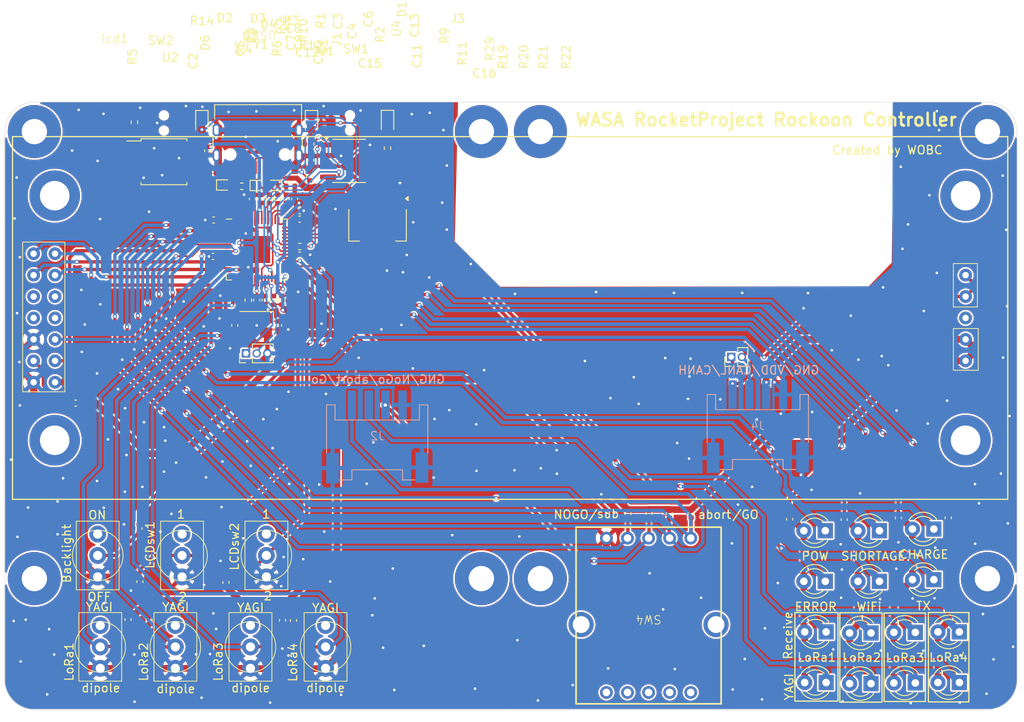
<source format=kicad_pcb>
(kicad_pcb (version 20240108) (generator "pcbnew") (generator_version "8.0")
  (layers (0 "F.Cu" signal) (31 "B.Cu" signal) (34 "B.Paste" user) (35 "F.Paste" user) (36 "B.SilkS" user "B.Silkscreen") (37 "F.SilkS" user "F.Silkscreen") (38 "B.Mask" user) (39 "F.Mask" user) (44 "Edge.Cuts" user))
  (net 0 "")
  (net 1 "GND")
  (net 2 "VDD")
  (net 3 "RESET")
  (net 4 "VBUS")
  (net 5 "/RP2040/USB_D+")
  (net 6 "/RP2040/USB_D-")
  (net 7 "/RP2040/I2C_SDA")
  (net 8 "/RP2040/I2C_SCL")
  (net 9 "/raw4")
  (net 10 "/raw3")
  (net 11 "/RP2040/CAN_RX")
  (net 12 "/RP2040/CAN_TX")
  (net 13 "/raw2")
  (net 14 "/raw1")
  (net 15 "/Go")
  (net 16 "/abort")
  (net 17 "/NoGo")
  (net 18 "/RS")
  (net 19 "/E")
  (net 20 "/DB4")
  (net 21 "/DB5")
  (net 22 "/DB7")
  (net 23 "/DB6")
  (net 24 "/col4")
  (net 25 "/col3")
  (net 26 "/col2")
  (net 27 "/col1")
  (net 28 "/sub")
  (net 29 "/lcd_sw1")
  (net 30 "/lcd_sw2")
  (net 31 "/LoRa1sw")
  (net 32 "/LoRa2sw")
  (net 33 "/LoRa3sw")
  (net 34 "/LoRa4sw")
  (net 35 "Net-(U3-XIN)")
  (net 36 "Net-(C4-Pad2)")
  (net 37 "Net-(U3-VREG_VOUT)")
  (net 38 "Net-(D1-A)")
  (net 39 "Net-(D5-A)")
  (net 40 "Net-(D6-A)")
  (net 41 "Net-(J1-Pin_2)")
  (net 42 "Net-(J1-Pin_1)")
  (net 43 "Net-(USB1-CC1)")
  (net 44 "Net-(USB1-CC2)")
  (net 45 "Net-(R5-Pad2)")
  (net 46 "Net-(U2-~{CS})")
  (net 47 "Net-(U3-USB_DP)")
  (net 48 "Net-(U3-USB_DM)")
  (net 49 "Net-(U3-XOUT)")
  (net 50 "Net-(U3-GPIO25)")
  (net 51 "Net-(U3-GPIO24)")
  (net 53 "Net-(U2-DO(IO1))")
  (net 54 "Net-(U2-DI(IO0))")
  (net 55 "Net-(U2-IO2)")
  (net 56 "Net-(U2-IO3)")
  (net 57 "Net-(U2-CLK)")
  (net 60 "Net-(D7-A)")
  (net 61 "Net-(D10-A)")
  (net 62 "Net-(D13-A)")
  (net 63 "Net-(D17-A)")
  (net 64 "Net-(lcd1-K)")
  (net 69 "Net-(lcd1-Vo)")
  (net 70 "Net-(SW3-B)")
  (net 83 "/ModuleIF/CANL")
  (net 84 "/ModuleIF/CANH")
  (net 85 "Net-(J3-Pin_1)")
  (footprint "WOBCLibrary:ToggleSwitch" (layer "F.Cu") (at 97.21 124.71)
    (property "Reference" "SW3" (hide yes))
    (property "Value" "sw1")
  )
  (footprint "LED_THT:LED_D3.0mm_FlatTop" (layer "F.Cu") (at 199.375 133.775 180)
    (property "Reference" "D8" (hide yes))
    (property "Value" "LED")
  )
  (footprint "Capacitor_SMD:C_0402_1005Metric" (layer "F.Cu") (at 113.46 97.4325 90)
    (property "Reference" "C3")
    (property "Value" "27pF")
  )
  (footprint "Connector_PinHeader_1.27mm:PinHeader_1x03_P1.27mm_Vertical" (layer "F.Cu") (at 114.79 100.75 90)
    (property "Reference" "J1")
    (property "Value" "DEBUG")
  )
  (footprint "Package_TO_SOT_SMD:SOT-223-3_TabPin2" (layer "F.Cu") (at 130.3875 85.525 -90)
    (property "Reference" "U4")
    (property "Value" "AMS1117-3.3")
  )
  (footprint "Capacitor_SMD:C_0402_1005Metric" (layer "F.Cu") (at 121.16 84.8325)
    (property "Reference" "C14" (hide yes))
    (property "Value" "100nF")
  )
  (footprint "WOBCLibrary:RotarySwitch_2x04" (layer "F.Cu") (at 162.525 131.8 180)
    (property "Reference" "SW4")
    (property "Value" "~")
  )
  (footprint "WOBCLibrary:ToggleSwitch" (layer "F.Cu") (at 107.21 124.71)
    (property "Reference" "SW10" (hide yes))
    (property "Value" "sw1")
  )
  (footprint "Crystal:Crystal_SMD_3225-4Pin_3.2x2.5mm" (layer "F.Cu") (at 116.06 97.4325 180)
    (property "Reference" "Y1")
    (property "Value" "Crystal_GND24")
  )
  (footprint "LED_THT:LED_D3.0mm_FlatTop" (layer "F.Cu") (at 196.35 127.575 180)
    (property "Reference" "D10" (hide yes))
    (property "Value" "LED")
  )
  (footprint "Resistor_SMD:R_0402_1005Metric" (layer "F.Cu") (at 122.46 75.9325 90)
    (property "Reference" "R10")
    (property "Value" "1k")
  )
  (footprint "LED_THT:LED_D3.0mm_FlatTop" (layer "F.Cu") (at 199.375 139.775 180)
    (property "Reference" "D7" (hide yes))
    (property "Value" "LED")
  )
  (footprint "Capacitor_SMD:C_0402_1005Metric" (layer "F.Cu") (at 103.3 132.375 -90)
    (property "Reference" "R26" (hide yes))
    (property "Value" "47k")
  )
  (footprint "LED_THT:LED_D3.0mm_FlatTop" (layer "F.Cu") (at 183.475 121.775 180)
    (property "Reference" "D20" (hide yes))
    (property "Value" "LED")
  )
  (footprint "WOBCLibrary:ToggleSwitch" (layer "F.Cu") (at 97.51 135.55)
    (property "Reference" "SW7" (hide yes))
    (property "Value" "sw1")
  )
  (footprint "Capacitor_SMD:C_0402_1005Metric" (layer "F.Cu") (at 162.575 119.73 -90)
    (property "Reference" "R20")
    (property "Value" "47k")
  )
  (footprint "Capacitor_SMD:C_0402_1005Metric" (layer "F.Cu") (at 119.56 82.4325 -90)
    (property "Reference" "C7")
    (property "Value" "1uF")
  )
  (footprint "Capacitor_SMD:C_0402_1005Metric" (layer "F.Cu") (at 116.56 82.4325 90)
    (property "Reference" "C10")
    (property "Value" "100nF")
  )
  (footprint "LED_THT:LED_D3.0mm_FlatTop" (layer "F.Cu") (at 189.9 127.775 180)
    (property "Reference" "D14" (hide yes))
    (property "Value" "LED")
  )
  (footprint "Resistor_SMD:R_0402_1005Metric" (layer "F.Cu") (at 122.35 79.7325 -90)
    (property "Reference" "R1")
    (property "Value" "10k")
  )
  (footprint "Capacitor_SMD:C_0402_1005Metric" (layer "F.Cu") (at 185.725 120.455 -90)
    (property "Reference" "R17" (hide yes))
    (property "Value" "1k")
  )
  (footprint "LED_THT:LED_D3.0mm_FlatTop" (layer "F.Cu") (at 194.15 139.825 180)
    (property "Reference" "D9" (hide yes))
    (property "Value" "LED")
  )
  (footprint "WOBCLibrary:USB_C_TYPEC-301S-ACP16X7" (layer "F.Cu") (at 116.175 75.0525 180)
    (property "Reference" "USB1")
    (property "Value" "USB_C_Receptacle_USB2.0")
  )
  (footprint "Resistor_SMD:R_0402_1005Metric" (layer "F.Cu") (at 119.04 94.4525 90)
    (property "Reference" "R11")
    (property "Value" "10k")
  )
  (footprint "Resistor_SMD:R_0402_1005Metric" (layer "F.Cu") (at 121.17 88.075)
    (property "Reference" "R12")
    (property "Value" "1k")
  )
  (footprint "WOBCLibrary:ToggleSwitch" (layer "F.Cu") (at 106.415 135.55)
    (property "Reference" "SW8" (hide yes))
    (property "Value" "sw1")
  )
  (footprint "Capacitor_SMD:C_0402_1005Metric" (layer "F.Cu") (at 198.05 120.25 -90)
    (property "Reference" "R15" (hide yes))
    (property "Value" "1k")
  )
  (footprint "Capacitor_SMD:C_0402_1005Metric" (layer "F.Cu") (at 164.975 119.75 -90)
    (property "Reference" "R21")
    (property "Value" "47k")
  )
  (footprint "Resistor_SMD:R_0402_1005Metric" (layer "F.Cu") (at 118.05 94.4625 90)
    (property "Reference" "R9")
    (property "Value" "10k")
  )
  (footprint "Resistor_SMD:R_0402_1005Metric" (layer "F.Cu") (at 101.56 73.3325 90)
    (property "Reference" "R5")
    (property "Value" "1k")
  )
  (footprint "Capacitor_SMD:C_0402_1005Metric" (layer "F.Cu") (at 116.06 94.4325 -90)
    (property "Reference" "C13")
    (property "Value" "100nF")
  )
  (footprint "Capacitor_SMD:C_0402_1005Metric" (layer "F.Cu") (at 110.875 89.25 180)
    (property "Reference" "C12")
    (property "Value" "100nF")
  )
  (footprint "LED_SMD:LED_0603_1608Metric" (layer "F.Cu") (at 122.56 73.4325 -90)
    (property "Reference" "D5")
    (property "Value" "STAT")
  )
  (footprint "WOBCLibrary:TVAF06-A020B-R" (layer "F.Cu") (at 127.12 73.4225 90)
    (property "Reference" "SW1")
    (property "Value" "RESET")
  )
  (footprint "Resistor_SMD:R_0402_1005Metric" (layer "F.Cu") (at 114.3 80.9325 180)
    (property "Reference" "R4")
    (property "Value" "22k")
  )
  (footprint "Package_SO:SOIC-8_5.23x5.23mm_P1.27mm" (layer "F.Cu") (at 105.06 78.0275)
    (property "Reference" "U2")
    (property "Value" "W25Q128JVS")
  )
  (footprint "Resistor_SMD:R_0402_1005Metric" (layer "F.Cu") (at 131.57 76.4225 90)
    (property "Reference" "R2")
    (property "Value" "1k")
  )
  (footprint "LED_THT:LED_D3.0mm_FlatTop" (layer "F.Cu") (at 196.35 121.575 180)
    (property "Reference" "D12" (hide yes))
    (property "Value" "LED")
  )
  (footprint "Capacitor_SMD:C_0402_1005Metric" (layer "F.Cu") (at 176.97 104.175 180)
    (property "Reference" "C16")
    (property "Value" "100nF")
  )
  (footprint "Capacitor_SMD:C_0402_1005Metric" (layer "F.Cu") (at 118.66 97.4325 90)
    (property "Reference" "C4")
    (property "Value" "27pF")
  )
  (footprint "Capacitor_SMD:C_0402_1005Metric" (layer "F.Cu") (at 160.075 119.75 -90)
    (property "Reference" "R19")
    (property "Value" "47k")
  )
  (footprint "Capacitor_SMD:C_0402_1005Metric" (layer "F.Cu") (at 110.26 76.7325 90)
    (property "Reference" "C2")
    (property "Value" "100nF")
  )
  (footprint "Capacitor_SMD:C_0402_1005Metric" (layer "F.Cu") (at 121.16 89.1)
    (property "Reference" "C11")
    (property "Value" "100nF")
  )
  (footprint "Resistor_SMD:R_0402_1005Metric" (layer "F.Cu") (at 117.56 82.4325 -90)
    (property "Reference" "R6")
    (property "Value" "22.4")
  )
  (footprint "WOBCLibrary:SC2004CSWB" (layer "F.Cu") (at 146.11 96.55)
    (property "Reference" "lcd1")
    (property "Value" "SC2004CSWB-XA-LB-G")
  )
  (footprint "Capacitor_SMD:C_0402_1005Metric" (layer "F.Cu") (at 120.56 82.4325 -90)
    (property "Reference" "C9")
    (property "Value" "1uF")
  )
  (footprint "Resistor_SMD:R_0402_1005Metric" (layer "F.Cu") (at 172.475 103.81 -90)
    (property "Reference" "R29")
    (property "Value" "120")
  )
  (footprint "Capacitor_SMD:C_0402_1005Metric" (layer "F.Cu") (at 179.25 120.405 -90)
    (property "Reference" "R18" (hide yes))
    (property "Value" "1k")
  )
  (footprint "Capacitor_SMD:C_0402_1005Metric" (layer "F.Cu") (at 122.47 77.8425 -90)
    (property "Reference" "C1")
    (property "Value" "100nF")
  )
  (footprint "Diode_SMD:D_SOD-882" (layer "F.Cu") (at 118.21 80.8325 180)
    (property "Reference" "D4")
    (property "Value" "5V")
  )
  (footprint "LED_SMD:LED_0603_1608Metric" (layer "F.Cu") (at 131.57 73.4125 -90)
    (property "Reference" "D1")
    (property "Value" "RESET")
  )
  (footprint "LED_THT:LED_D3.0mm_FlatTop" (layer "F.Cu") (at 183.575 133.775 180)
    (property "Reference" "D19" (hide yes))
    (property "Value" "LED")
  )
  (footprint "Resistor_SMD:R_0402_1005Metric" (layer "F.Cu") (at 115.06 94.4325 90)
    (property "Reference" "R8")
    (property "Value" "1k")
  )
  (footprint "Capacitor_SMD:C_0402_1005Metric" (layer "F.Cu") (at 110.96 84.9325 180)
    (property "Reference" "C15")
    (property "Value" "100nF")
  )
  (footprint "LED_THT:LED_D3.0mm_FlatTop" (layer "F.Cu") (at 189.9 121.775 180)
    (property "Reference" "D16" (hide yes))
    (property "Value" "LED")
  )
  (footprint "WOBCLibrary:TVAF06-A020B-R" (layer "F.Cu") (at 105.06 73.4325 90)
    (property "Reference" "SW2")
    (property "Value" "BOOT0")
  )
  (footprint "Capacitor_SMD:C_0402_1005Metric" (layer "F.Cu") (at 115.56 82.4325 90)
    (property "Reference" "C5")
    (property "Value" "100nF")
  )
  (footprint "Capacitor_SMD:C_0402_1005Metric" (layer "F.Cu") (at 102.11 121.51 90)
    (property "Reference" "R13" (hide yes))
    (property "Value" "47k")
  )
  (footprint "Capacitor_SMD:C_0402_1005Metric" (layer "F.Cu") (at 100.81 132.31 -90)
    (property "Reference" "R25" (hide yes))
    (property "Value" "47k")
  )
  (footprint "Capacitor_SMD:C_0402_1005Metric" (layer "F.Cu") (at 119.125 132.4 -90)
    (property "Reference" "R27" (hide yes))
    (property "Value" "47k")
  )
  (footprint "WOBCLibrary:ToggleSwitch" (layer "F.Cu") (at 117.21 124.71)
    (property "Reference" "SW9" (hide yes))
    (property "Value" "sw1")
  )
  (footprint "Capacitor_SMD:C_0402_1005Metric" (layer "F.Cu") (at 117.06 94.4325 -90)
    (property "Reference" "C6")
    (property "Value" "100nF")
  )
  (footprint "Diode_SMD:D_SOD-882" (layer "F.Cu") (at 112.11 80.7825)
    (property "Reference" "D2")
    (property "Value" "5V")
  )
  (footprint "Capacitor_SMD:C_0402_1005Metric" (layer "F.Cu") (at 167.575 119.75 -90)
    (property "Reference" "R22")
    (property "Value" "47k")
  )
  (footprint "Diode_SMD:D_SOD-882" (layer "F.Cu") (at 116.08 80.8425)
    (property "Reference" "D3")
    (property "Value" "5V")
  )
  (footprint "Resistor_SMD:R_0402_1005Metric" (layer "F.Cu") (at 118.56 82.4325 -90)
    (property "Reference" "R7")
    (property "Value" "22.4")
  )
  (footprint "LED_SMD:LED_0603_1608Metric" (layer "F.Cu") (at 109.56 73.4325 -90)
    (property "Reference" "D6")
    (property "Value" "ERROR")
  )
  (footprint "Capacitor_SMD:C_0402_1005Metric" (layer "F.Cu") (at 121.16 83.8325)
    (property "Reference" "C8")
    (property "Value" "100nF")
  )
  (footprint "WOBCLibrary:ToggleSwitch" (layer "F.Cu") (at 124.225 135.55)
    (property "Reference" "SW6" (hide yes))
    (property "Value" "sw1")
  )
  (footprint "LED_THT:LED_D3.0mm_FlatTop" (layer "F.Cu") (at 194.15 133.825 180)
    (property "Reference" "D11" (hide yes))
    (property "Value" "LED")
  )
  (footprint "Capacitor_SMD:C_0402_1005Metric" (layer "F.Cu") (at 192.15 120.25 -90)
    (property "Reference" "R16" (hide yes))
    (property "Value" "1k")
  )
  (footprint "Capacitor_SMD:C_0402_1005Metric" (layer "F.Cu") (at 102.21 127.81 90)
    (property "Reference" "R23" (hide yes))
    (property "Value" "47k")
  )
  (footprint "Capacitor_SMD:C_0402_1005Metric" (layer "F.Cu") (at 94.6 106.65 180)
    (property "Reference" "R14")
    (property "Value" "1k")
  )
  (footprint "Capacitor_SMD:C_0402_1005Metric" (layer "F.Cu") (at 120.425 132.42 -90)
    (property "Reference" "R28" (hide yes))
    (property "Value" "47k")
  )
  (footprint "Resistor_SMD:R_0402_1005Metric" (layer "F.Cu") (at 120.06 80.9325)
    (property "Reference" "R3")
    (property "Value" "22k")
  )
  (footprint "LED_THT:LED_D3.0mm_FlatTop" (layer "F.Cu") (at 183.575 139.775 180)
    (property "Reference" "D17" (hide yes))
    (property "Value" "LED")
  )
  (footprint "WOBCLibrary:ToggleSwitch" (layer "F.Cu") (at 115.32 135.55)
    (property "Reference" "SW5" (hide yes))
    (property "Value" "sw1")
  )
  (footprint "Connector_PinHeader_1.27mm:PinHeader_1x02_P1.27mm_Vertical" (layer "F.Cu") (at 172.325 101.175 90)
    (property "Reference" "J3")
    (property "Value" "Jumper")
  )
  (footprint "LED_THT:LED_D3.0mm_FlatTop" (layer "F.Cu") (at 183.475 127.775 180)
    (property "Reference" "D18" (hide yes))
    (property "Value" "LED")
  )
  (footprint "Package_DFN_QFN:QFN-56-1EP_7x7mm_P0.4mm_EP3.2x3.2mm" (layer "F.Cu") (at 116.06 88.4325)
    (property "Reference" "U3")
    (property "Value" "RP2040")
  )
  (footprint "LED_THT:LED_D3.0mm_FlatTop" (layer "F.Cu") (at 188.9 133.9 180)
    (property "Reference" "D15" (hide yes))
    (property "Value" "LED")
  )
  (footprint "LED_THT:LED_D3.0mm_FlatTop" (layer "F.Cu") (at 188.9 139.9 180)
    (property "Reference" "D13" (hide yes))
    (property "Value" "LED")
  )
  (footprint "WOBCLibrary:Board_2U_120x60" (layer "F.Cu") (at 146.2 100.95)
    (property "Reference" "REF**" (hide yes))
    (property "Value" "Board_2U_120x60" (hide yes))
    (fp_line (start -60 38.5) (end -60 -26.5) (stroke (width 0.05)) (layer "Edge.Cuts"))
    (fp_line (start -56.5 -30) (end 0 -30) (stroke (width 0.05)) (layer "Edge.Cuts"))
    (fp_line (start 0 -30) (end 56.5 -30) (stroke (width 0.05)) (layer "Edge.Cuts"))
    (fp_line (start 0 42) (end -56.5 42) (stroke (width 0.05)) (layer "Edge.Cuts"))
    (fp_line (start 56.5 42) (end 0 42) (stroke (width 0.05)) (layer "Edge.Cuts"))
    (fp_line (start 60 -26.5) (end 60 38.5) (stroke (width 0.05)) (layer "Edge.Cuts"))
    (fp_arc (start -60 -26.5) (mid -58.974874 -28.974874) (end -56.5 -30) (stroke (width 0.05)) (layer "Edge.Cuts"))
    (fp_arc (start -56.5 42) (mid -58.974874 40.974874) (end -60 38.5) (stroke (width 0.05)) (layer "Edge.Cuts"))
    (fp_arc (start 56.5 -30) (mid 58.974874 -28.974874) (end 60 -26.5) (stroke (width 0.05)) (layer "Edge.Cuts"))
    (fp_arc (start 60 38.5) (mid 58.974874 40.974874) (end 56.5 42) (stroke (width 0.05)) (layer "Edge.Cuts"))
  )
  (footprint "Package_SO:SOIC-8_3.9x4.9mm_P1.27mm" (layer "F.Cu") (at 127.02 77.9275)
    (property "Reference" "U1")
    (property "Value" "SN65HVD230")
  )
  (footprint "Capacitor_SMD:C_0402_1005Metric" (layer "F.Cu") (at 112.41 127.91 90)
    (property "Reference" "R24" (hide yes))
    (property "Value" "47k")
  )
  (footprint "WOBCLibrary:Grove_4P_L_SMD" (layer "B.Cu") (at 175.475 109.325 180)
    (property "Reference" "J4")
    (property "Value" "Conn_01x04_MountingPin")
  )
  (footprint "WOBCLibrary:Grove_4P_L_SMD" (layer "B.Cu") (at 130.35 110.55 180)
    (property "Reference" "J2")
    (property "Value" "Conn_01x04_MountingPin")
  )
  (gr_rect (start 185.2 131.5) (end 190.2 142.1) (stroke (width 0.15)) (fill none) (layer "F.SilkS"))
  (gr_rect (start 190.45 131.525) (end 195.35 142.025) (stroke (width 0.15)) (fill none) (layer "F.SilkS"))
  (gr_rect (start 195.7 131.475) (end 200.5 142.075) (stroke (width 0.15)) (fill none) (layer "F.SilkS"))
  (gr_rect (start 179.875 131.475) (end 184.975 141.975) (stroke (width 0.15)) (fill none) (layer "F.SilkS"))
  (gr_text "GNG/VDD/CANL/CANH" (at 182.85 103.325 0) (layer "B.SilkS") (effects (font (size 1 1)) (justify left bottom mirror)))
  (gr_text "GNG/NoGo/abort/Go" (at 138.475 104.425 0) (layer "B.SilkS") (effects (font (size 1 1)) (justify left bottom mirror)))
  (gr_text "LoRa1" (at 94.41 139.71 90) (layer "F.SilkS") (effects (font (size 1 1)) (justify left bottom)))
  (gr_text "YAGI" (at 122.525 131.525 0) (layer "F.SilkS") (effects (font (size 1 1)) (justify left bottom)))
  (gr_text "2" (at 116.81 130.11 0) (layer "F.SilkS") (effects (font (size 1 1)) (justify left bottom)))
  (gr_text "WASA RocketProject Rockoon Controller" (at 153.7 73.925 0) (layer "F.SilkS") (effects (font (size 1.5 1.5) (thickness 0.3) (bold yes)) (justify left bottom)))
  (gr_text "2" (at 106.71 130.21 0) (layer "F.SilkS") (effects (font (size 1 1)) (justify left bottom)))
  (gr_text "Created by WOBC" (at 184.175 77.225 0) (layer "F.SilkS") (effects (font (size 1 1)) (justify left bottom)))
  (gr_text "dipole" (at 104.09 141.11 0) (layer "F.SilkS") (effects (font (size 1 1)) (justify left bottom)))
  (gr_text "LoRa4" (at 120.925 139.775 90) (layer "F.SilkS") (effects (font (size 1 1)) (justify left bottom)))
  (gr_text "dipole" (at 121.85 141 0) (layer "F.SilkS") (effects (font (size 1 1)) (justify left bottom)))
  (gr_text "SHORTAGE" (at 185.275 125.375 0) (layer "F.SilkS") (effects (font (size 1 1)) (justify left bottom)))
  (gr_text "dipole" (at 95.21 141.01 0) (layer "F.SilkS") (effects (font (size 1 1)) (justify left bottom)))
  (gr_text "sub" (at 156.3 120.35 0) (layer "F.SilkS") (effects (font (size 1 1)) (justify left bottom)))
  (gr_text "YAGI" (at 179.775 141.975 90) (layer "F.SilkS") (effects (font (size 1 1)) (justify left bottom)))
  (gr_text "TX" (at 194.15 131.275 0) (layer "F.SilkS") (effects (font (size 1 1)) (justify left bottom)))
  (gr_text "Receive" (at 179.65 137.125 90) (layer "F.SilkS") (effects (font (size 1 1)) (justify left bottom)))
  (gr_text "ERROR" (at 179.775 131.375 0) (layer "F.SilkS") (effects (font (size 1 1)) (justify left bottom)))
  (gr_text "1" (at 106.51 120.41 0) (layer "F.SilkS") (effects (font (size 1 1)) (justify left bottom)))
  (gr_text "dipole" (at 112.97 141.01 0) (layer "F.SilkS") (effects (font (size 1 1)) (justify left bottom)))
  (gr_text "/GO" (at 172.375 120.45 0) (layer "F.SilkS") (effects (font (size 1 1)) (justify left bottom)))
  (gr_text "CHARGE" (at 192.15 125.175 0) (layer "F.SilkS") (effects (font (size 1 1)) (justify left bottom)))
  (gr_text "WiFi" (at 187.1 131.375 0) (layer "F.SilkS") (effects (font (size 1 1)) (justify left bottom)))
  (gr_text "LoRa1" (at 180.075 137.375 0) (layer "F.SilkS") (effects (font (size 1 1)) (justify left bottom)))
  (gr_text "LCDsw1" (at 104.01 126.37 90) (layer "F.SilkS") (effects (font (size 1 1)) (justify left bottom)))
  (gr_text "YAGI" (at 104.75 131.425 0) (layer "F.SilkS") (effects (font (size 1 1)) (justify left bottom)))
  (gr_text "1" (at 116.61 120.41 0) (layer "F.SilkS") (effects (font (size 1 1)) (justify left bottom)))
  (gr_text "LoRa2" (at 185.4 137.4 0) (layer "F.SilkS") (effects (font (size 1 1)) (justify left bottom)))
  (gr_text "LoRa4" (at 195.7 137.375 0) (layer "F.SilkS") (effects (font (size 1 1)) (justify left bottom)))
  (gr_text "YAGI" (at 113.625 131.475 0) (layer "F.SilkS") (effects (font (size 1 1)) (justify left bottom)))
  (gr_text "OFF\n" (at 95.91 130.21 0) (layer "F.SilkS") (effects (font (size 1 1)) (justify left bottom)))
  (gr_text "LoRa2" (at 103.248333 139.71 90) (layer "F.SilkS") (effects (font (size 1 1)) (justify left bottom)))
  (gr_text "ON" (at 96.01 120.51 0) (layer "F.SilkS") (effects (font (size 1 1)) (justify left bottom)))
  (gr_text "Backlight" (at 94.11 128.07 90) (layer "F.SilkS") (effects (font (size 1 1)) (justify left bottom)))
  (gr_text "abort" (at 168.3 120.45 0) (layer "F.SilkS") (effects (font (size 1 1)) (justify left bottom)))
  (gr_text "NOGO/" (at 151.175 120.45 0) (layer "F.SilkS") (effects (font (size 1 1)) (justify left bottom)))
  (gr_text "YAGI" (at 95.71 131.41 0) (layer "F.SilkS") (effects (font (size 1 1)) (justify left bottom)))
  (gr_text "LCDsw2" (at 114.01 126.57 90) (layer "F.SilkS") (effects (font (size 1 1)) (justify left bottom)))
  (gr_text "LoRa3" (at 112.086666 139.71 90) (layer "F.SilkS") (effects (font (size 1 1)) (justify left bottom)))
  (gr_text "POW" (at 180.575 125.375 0) (layer "F.SilkS") (effects (font (size 1 1)) (justify left bottom)))
  (gr_text "LoRa3" (at 190.55 137.425 0) (layer "F.SilkS") (effects (font (size 1 1)) (justify left bottom)))
  (segment (start 110.96 79.437069) (end 110.94 79.417069) (width 0.2) (layer "B.Cu") (net 0))
  (segment (start 95.61 119.05) (end 99.885 114.775) (width 0.8) (layer "F.Cu") (net 1))
  (segment (start 88.248 101.452) (end 87.925 101.775) (width 0.8) (layer "F.Cu") (net 1))
  (segment (start 124.55 77.3325) (end 124.59 77.2925) (width 0.4) (layer "F.Cu") (net 1))
  (segment (start 93.669602 107.56) (end 95.51 107.56) (width 0.8) (layer "F.Cu") (net 1))
  (segment (start 120.56 81.9525) (end 119.56 81.9525) (width 0.4) (layer "F.Cu") (net 1))
  (segment (start 122.56 72.645) (end 124.0475 72.645) (width 0.4) (layer "F.Cu") (net 1))
  (segment (start 115.06 90.5325) (end 115.06 89.4325) (width 0.4) (layer "F.Cu") (net 1))
  (segment (start 122.47 77.3625) (end 121.87 77.3625) (width 0.4) (layer "F.Cu") (net 1))
  (segment (start 116.06 97.4325) (end 116.91 98.2825) (width 0.4) (layer "F.Cu") (net 1))
  (segment (start 89.61 99.09) (end 88.248 100.452) (width 0.8) (layer "F.Cu") (net 1))
  (segment (start 107.285 73.4325) (end 108.16 73.4325) (width 0.4) (layer "F.Cu") (net 1))
  (segment (start 95.51 107.56) (end 95.75 107.32) (width 0.8) (layer "F.Cu") (net 1))
  (segment (start 88.248 102.808) (end 89.61 104.17) (width 0.8) (layer "F.Cu") (net 1))
  (segment (start 115.06 89.4325) (end 116.06 88.4325) (width 0.2) (layer "F.Cu") (net 1))
  (segment (start 107.275 111.1) (end 117.33 101.045) (width 0.8) (layer "F.Cu") (net 1))
  (segment (start 126.06 77.3325) (end 126.63 76.7625) (width 0.4) (layer "F.Cu") (net 1))
  (segment (start 120.38 74.0625) (end 120.38 74.3575) (width 0.4) (layer "F.Cu") (net 1))
  (segment (start 155.65 107.825) (end 174.605 107.825) (width 0.8) (layer "F.Cu") (net 1))
  (segment (start 88.248 102.098) (end 88.248 102.808) (width 0.8) (layer "F.Cu") (net 1))
  (segment (start 118.66 97.9125) (end 117.53 97.9125) (width 0.2) (layer "F.Cu") (net 1))
  (segment (start 125.4 83.625) (end 123.7275 81.9525) (width 0.25) (layer "F.Cu") (net 1))
  (segment (start 126.63 76.0275) (end 126.635 76.0225) (width 0.4) (layer "F.Cu") (net 1))
  (segment (start 116.06 88.4325) (end 116.06 88.432498) (width 0.2) (layer "F.Cu") (net 1))
  (segment (start 117.33 98.4525) (end 117.16 98.2825) (width 0.4) (layer "F.Cu") (net 1))
  (segment (start 99.275 127.25) (end 104.65 121.875) (width 0.8) (layer "F.Cu") (net 1))
  (segment (start 95.61 119.05) (end 96.175 118.485) (width 0.8) (layer "F.Cu") (net 1))
  (segment (start 117.06 94.9125) (end 116.06 94.9125) (width 0.2) (layer "F.Cu") (net 1))
  (segment (start 124.19 138.125) (end 115.355 138.125) (width 0.8) (layer "F.Cu") (net 1))
  (segment (start 127.4 130.415) (end 127.4 134.915) (width 0.8) (layer "F.Cu") (net 1))
  (segment (start 157.525 125.127082) (end 157.525 122.65) (width 0.8) (layer "F.Cu") (net 1))
  (segment (start 126.29 129.315) (end 126.3 129.315) (width 0.8) (layer "F.Cu") (net 1))
  (segment (start 118.4025 95.675) (end 117.5525 95.675) (width 0.2) (layer "F.Cu") (net 1))
  (segment (start 117.33 100.5325) (end 117.33 98.4525) (width 0.4) (layer "F.Cu") (net 1))
  (segment (start 126.02 77.2925) (end 126.06 77.3325) (width 0.4) (layer "F.Cu") (net 1))
  (segment (start 117.06 94.9125) (end 117.06 95.1825) (width 0.2) (layer "F.Cu") (net 1))
  (segment (start 120.925 77.9925) (end 120.38 78.5375) (width 0.8) (layer "F.Cu") (net 1))
  (segment (start 95.75 107.32) (end 95.08 106.65) (width 0.8) (layer "F.Cu") (net 1))
  (segment (start 95.865 138.09) (end 93.9 136.125) (width 0.8) (layer "F.Cu") (net 1))
  (segment (start 114.56 81.9325) (end 114.321924 81.9325) (width 0.4) (layer "F.Cu") (net 1))
  (segment (start 113.79 80.9325) (end 113.79 81.284424) (width 0.4) (layer "F.Cu") (net 1))
  (segment (start 124.59 77.2925) (end 126.02 77.2925) (width 0.4) (layer "F.Cu") (net 1))
  (segment (start 114.76 87.1325) (end 116.06 88.4325) (width 0.4) (layer "F.Cu") (net 1))
  (segment (start 124.45 77.3325) (end 122.5 77.3325) (width 0.4) (layer "F.Cu") (net 1))
  (segment (start 89.61 105.24763) (end 91.81237 107.45) (width 0.8) (layer "F.Cu") (net 1))
  (segment (start 151.452082 131.2) (end 157.525 125.127082) (width 0.8) (layer "F.Cu") (net 1))
  (segment (start 110.799239 77.2125) (end 110.26 77.2125) (width 0.4) (layer "F.Cu") (net 1))
  (segment (start 114.58 81.9525) (end 114.56 81.9325) (width 0.4) (layer "F.Cu") (net 1))
  (segment (start 134.625 85.2) (end 134.625 86.8) (width 0.8) (layer "F.Cu") (net 1))
  (segment (start 116.91 98.2825) (end 117.16 98.2825) (width 0.4) (layer "F.Cu") (net 1))
  (segment (start 111.51 76.501739) (end 110.799239 77.2125) (width 0.4) (layer "F.Cu") (net 1))
  (segment (start 88.248 100.452) (end 88.248 101.452) (width 0.8) (layer "F.Cu") (net 1))
  (segment (start 115.21 96.5825) (end 116.06 97.4325) (width 0.4) (layer "F.Cu") (net 1))
  (segment (start 117.53 97.9125) (end 117.16 98.2825) (width 0.2) (layer "F.Cu") (net 1))
  (segment (start 117.16 98.2825) (end 116.26 99.1825) (width 0.2) (layer "F.Cu") (net 1))
  (segment (start 113.05 78.7225) (end 111.74 80.0325) (width 0.25) (layer "F.Cu") (net 1))
  (segment (start 89.61 104.17) (end 89.61 105.24763) (width 0.8) (layer "F.Cu") (net 1))
  (segment (start 93.9 128.975) (end 95.625 127.25) (width 0.8) (layer "F.Cu") (net 1))
  (segment (start 114.59 96.9525) (end 114.96 96.5825) (width 0.4) (layer "F.Cu") (net 1))
  (segment (start 111.51 75.435) (end 111.51 76.501739) (width 0.4) (layer "F.Cu") (net 1))
  (segment (start 122.5 77.3325) (end 122.47 77.3625) (width 0.4) (layer "F.Cu") (net 1))
  (segment (start 127.4 134.915) (end 124.19 138.125) (width 0.8) (layer "F.Cu") (net 1))
  (segment (start 93.559602 107.45) (end 93.669602 107.56) (width 0.8) (layer "F.Cu") (net 1))
  (segment (start 120.695 78.5375) (end 120.38 78.5375) (width 0.4) (layer "F.Cu") (net 1))
  (segment (start 91.81237 107.45) (end 93.559602 107.45) (width 0.8) (layer "F.Cu") (net 1))
  (segment (start 111.74 75.665) (end 111.74 74.3575) (width 0.4) (layer "F.Cu") (net 1))
  (segment (start 114.96 96.5825) (end 115.21 96.5825) (width 0.4) (layer "F.Cu") (net 1))
  (segment (start 117.5525 95.675) (end 117.41 95.5325) (width 0.2) (layer "F.Cu") (net 1))
  (segment (start 110.395 89.25) (end 110.395 89.3475) (width 0.4) (layer "F.Cu") (net 1))
  (segment (start 111.74 74.3575) (end 111.74 73.8825) (width 0.4) (layer "F.Cu") (net 1))
  (segment (start 120.925 74.9025) (end 120.925 77.9925) (width 0.8) (layer "F.Cu") (net 1))
  (segment (start 177.49 104.94) (end 177.49 104.175) (width 0.8) (layer "F.Cu") (net 1))
  (segment (start 122.4 89.05) (end 122.35 89.1) (width 0.4) (layer "F.Cu") (net 1))
  (segment (start 124.775 127.8) (end 125.125 128.15) (width 0.8) (layer "F.Cu") (net 1))
  (segment (start 110.5025 72.645) (end 109.56 72.645) (width 0.4) (layer "F.Cu") (net 1))
  (segment (start 118.48 80.9325) (end 118.54 80.9325) (width 0.2) (layer "F.Cu") (net 1))
  (segment (start 111.25 75.175) (end 111.51 75.435) (width 0.4) (layer "F.Cu") (net 1))
  (segment (start 123.7275 81.9525) (end 120.56 81.9525) (width 0.25) (layer "F.Cu") (net 1))
  (segment (start 138.725 131.2) (end 151.452082 131.2) (width 0.8) (layer "F.Cu") (net 1))
  (segment (start 122.35 89.1) (end 121.64 89.1) (width 0.4) (layer "F.Cu") (net 1))
  (segment (start 121.64 84.8325) (end 121.64 83.8325) (width 0.4) (layer "F.Cu") (net 1))
  (segment (start 120.38 74.3575) (end 120.925 74.9025) (width 0.8) (layer "F.Cu") (net 1))
  (segment (start 121.7975 72.645) (end 120.38 74.0625) (width 0.4) (layer "F.Cu") (net 1))
  (segment (start 95.625 127.25) (end 97.21 127.25) (width 0.8) (layer "F.Cu") (net 1))
  (segment (start 126.3 129.315) (end 127.4 130.415) (width 0.8) (layer "F.Cu") (net 1))
  (segment (start 117.33 101.045) (end 117.33 100.5325) (width 0.8) (layer "F.Cu") (net 1))
  (segment (start 108.9475 72.645) (end 109.56 72.645) (width 0.4) (layer "F.Cu") (net 1))
  (segment (start 112.03 80.0325) (end 112.96 79.1025) (width 0.4) (layer "F.Cu") (net 1))
  (segment (start 111.74 75.665) (end 111.74 78.5375) (width 0.4) (layer "F.Cu") (net 1))
  (segment (start 115.56 81.9525) (end 114.58 81.9525) (width 0.4) (layer "F.Cu") (net 1))
  (segment (start 111.76 81.3325) (end 111.76 80.0525) (width 0.4) (layer "F.Cu") (net 1))
  (segment (start 129.53 76.0225) (end 129.535 76.0275) (width 0.4) (layer "F.Cu") (net 1))
  (segment (start 117.06 95.1825) (end 117.41 95.5325) (width 0.2) (layer "F.Cu") (net 1))
  (segment (start 97.21 127.25) (end 99.275 127.25) (width 0.8) (layer "F.Cu") (net 1))
  (segment (start 114.96 96.5825) (end 114.984264 96.5825) (width 0.4) (layer "F.Cu") (net 1))
  (segment (start 118.54 80.9325) (end 119.56 81.9525) (width 0.2) (layer "F.Cu") (net 1))
  (segment (start 126.2275 75.625) (end 126.63 76.0275) (width 0.4) (layer "F.Cu") (net 1))
  (segment (start 126.63 76.7625) (end 126.63 76.0275) (width 0.4) (layer "F.Cu") (net 1))
  (segment (start 99.885 114.775) (end 105.075 114.775) (width 0.8) (layer "F.Cu") (net 1))
  (segment (start 115.355 138.125) (end 115.32 138.09) (width 0.8) (layer "F.Cu") (net 1))
  (segment (start 115.56 81.9525) (end 116.56 81.9525) (width 0.4) (layer "F.Cu") (net 1))
  (segment (start 113.541924 81.5325) (end 111.96 81.5325) (width 0.4) (layer "F.Cu") (net 1))
  (segment (start 111.74 74.3575) (end 120.38 74.3575) (width 0.8) (layer "F.Cu") (net 1))
  (segment (start 119.27 96.5425) (end 118.4025 95.675) (width 0.2) (layer "F.Cu") (net 1))
  (segment (start 105.225 111.1) (end 107.275 111.1) (width 0.8) (layer "F.Cu") (net 1))
  (segment (start 124.835 73.4325) (end 124.835 74.31) (width 0.4) (layer "F.Cu") (net 1))
  (segment (start 114.135736 99.1825) (end 113.46 98.506764) (width 0.2) (layer "F.Cu") (net 1))
  (segment (start 120.56 80.9425) (end 120.57 80.9325) (width 0.4) (layer "F.Cu") (net 1))
  (segment (start 111.74 80.0325) (end 111.74 78.5375) (width 0.4) (layer "F.Cu") (net 1))
  (segment (start 111.76 80.0525) (end 111.74 80.0325) (width 0.4) (layer "F.Cu") (net 1))
  (segment (start 124.0475 72.645) (end 124.835 73.4325) (width 0.4) (layer "F.Cu") (net 1))
  (segment (start 110.395 89.3475) (end 110.48 89.4325) (width 0.4) (layer "F.Cu") (net 1))
  (segment (start 120.38 78.5375) (end 119.71 78.5375) (width 0.4) (layer "F.Cu") (net 1))
  (segment (start 111.25 75.175) (end 111.74 75.665) (width 0.4) (layer "F.Cu") (net 1))
  (segment (start 125.125 128.15) (end 135.675 128.15) (width 0.8) (layer "F.Cu") (net 1))
  (segment (start 108.16 73.4325) (end 108.9475 72.645) (width 0.4) (layer "F.Cu") (net 1))
  (segment (start 113.731924 81.3425) (end 113.541924 81.5325) (width 0.4) (layer "F.Cu") (net 1))
  (segment (start 124.775 127.8) (end 126.29 129.315) (width 0.8) (layer "F.Cu") (net 1))
  (segment (start 126.635 76.0225) (end 129.53 76.0225) (width 0.4) (layer "F.Cu") (net 1))
  (segment (start 120.38 78.5375) (end 120.195 78.7225) (width 0.4) (layer "F.Cu") (net 1))
  (segment (start 115.32 138.09) (end 95.865 138.09) (width 0.8) (layer "F.Cu") (net 1))
  (segment (start 114.76 86.5325) (end 114.76 87.1325) (width 0.4) (layer "F.Cu") (net 1))
  (segment (start 121.87 77.3625) (end 120.695 78.5375) (width 0.4) (layer "F.Cu") (net 1))
  (segment (start 97.21 127.25) (end 95.61 125.65) (width 0.8) (layer "F.Cu") (net 1))
  (segment (start 96.175 107.745) (end 95.75 107.32) (width 0.8) (layer "F.Cu") (net 1))
  (segment (start 117.01 98.2825) (end 117.16 98.2825) (width 0.2) (layer "F.Cu") (net 1))
  (segment (start 120.57 78.7275) (end 120.38 78.5375) (width 0.4) (layer "F.Cu") (net 1))
  (segment (start 115.56 81.9525) (end 115.73 81.7825) (width 0.4) (layer "F.Cu") (net 1))
  (segment (start 119.27 97.3025) (end 119.27 96.5425) (width 0.2) (layer "F.Cu") (net 1))
  (segment (start 113.125 78.7225) (end 113.05 78.7225) (width 0.25) (layer "F.Cu") (net 1))
  (segment (start 87.925 101.775) (end 88.248 102.098) (width 0.8) (layer "F.Cu") (net 1))
  (segment (start 134.625 86.8) (end 155.65 107.825) (width 0.8) (layer "F.Cu") (net 1))
  (segment (start 96.175 118.485) (end 96.175 107.745) (width 0.8) (layer "F.Cu") (net 1))
  (segment (start 115.06 89.4325) (end 116.06 88.432498) (width 0.4) (layer "F.Cu") (net 1))
  (segment (start 114.321924 81.9325) (end 113.731924 81.3425) (width 0.4) (layer "F.Cu") (net 1))
  (segment (start 120.195 78.7225) (end 119.275 78.7225) (width 0.4) (layer "F.Cu") (net 1))
  (segment (start 110.48 84.9325) (end 109.96 84.9325) (width 0.4) (layer "F.Cu") (net 1))
  (segment (start 115.73 81.7825) (end 115.73 80.8425) (width 0.4) (layer "F.Cu") (net 1))
  (segment (start 174.605 107.825) (end 177.49 104.94) (width 0.8) (layer "F.Cu") (net 1))
  (segment (start 102.66 79.9325) (end 101.46 79.9325) (width 0.4) (layer "F.Cu") (net 1))
  (segment (start 113.46 98.506764) (end 113.46 97.9125) (width 0.2) (layer "F.Cu") (net 1))
  (segment (start 111.74 80.0325) (end 112.03 80.0325) (width 0.4) (layer "F.Cu") (net 1))
  (segment (start 122.56 72.645) (end 121.7975 72.645) (width 0.4) (layer "F.Cu") (net 1))
  (segment (start 118.66 97.9125) (end 119.27 97.3025) (width 0.2) (layer "F.Cu") (net 1))
  (segment (start 135.675 128.15) (end 138.725 131.2) (width 0.8) (layer "F.Cu") (net 1))
  (segment (start 111.96 81.5325) (end 111.76 81.3325) (width 0.4) (layer "F.Cu") (net 1))
  (segment (start 124.835 74.31) (end 126.15 75.625) (width 0.4) (layer "F.Cu") (net 1))
  (segment (start 93.9 136.125) (end 93.9 128.975) (width 0.8) (layer "F.Cu") (net 1))
  (segment (start 126.15 75.625) (end 126.2275 75.625) (width 0.4) (layer "F.Cu") (net 1))
  (segment (start 111.74 73.8825) (end 110.5025 72.645) (width 0.4) (layer "F.Cu") (net 1))
  (segment (start 115.06 91.87) (end 115.06 90.5325) (width 0.2) (layer "F.Cu") (net 1))
  (segment (start 116.26 99.1825) (end 114.135736 99.1825) (width 0.2) (layer "F.Cu") (net 1))
  (segment (start 120.56 81.9525) (end 120.56 80.9425) (width 0.4) (layer "F.Cu") (net 1))
  (segment (start 119.71 78.5375) (end 119.525 78.7225) (width 0.4) (layer "F.Cu") (net 1))
  (segment (start 113.79 81.284424) (end 113.731924 81.3425) (width 0.4) (layer "F.Cu") (net 1))
  (segment (start 95.61 125.65) (end 95.61 119.05) (width 0.8) (layer "F.Cu") (net 1))
  (via (at 176.325 133.35) (size 0.5) (drill 0.3) (layers "F.Cu" "B.Cu") (net 1))
  (via (at 101.55 136.45) (size 0.5) (drill 0.3) (layers "F.Cu" "B.Cu") (net 1))
  (via (at 88.675 132.325) (size 0.5) (drill 0.3) (layers "F.Cu" "B.Cu") (net 1))
  (via (at 94.175 76.7) (size 0.5) (drill 0.3) (layers "F.Cu" "B.Cu") (net 1))
  (via (at 149.4 141.9) (size 0.5) (drill 0.3) (layers "F.Cu" "B.Cu") (net 1))
  (via (at 167.2 106.15) (size 0.5) (drill 0.3) (layers "F.Cu" "B.Cu") (net 1))
  (via (at 149.75 114.375) (size 0.5) (drill 0.3) (layers "F.Cu" "B.Cu") (net 1))
  (via (at 119.8 97.925) (size 0.5) (drill 0.3) (layers "F.Cu" "B.Cu") (net 1))
  (via (at 192.15 123.15) (size 0.5) (drill 0.3) (layers "F.Cu" "B.Cu") (net 1))
  (via (at 204.5 79.675) (size 0.5) (drill 0.3) (layers "F.Cu" "B.Cu") (net 1))
  (via (at 87.25 132.475) (size 0.5) (drill 0.3) (layers "F.Cu" "B.Cu") (net 1))
  (via (at 96.475 130) (size 0.5) (drill 0.3) (layers "F.Cu" "B.Cu") (net 1))
  (via (at 180.6 115.15) (size 0.5) (drill 0.3) (layers "F.Cu" "B.Cu") (net 1))
  (via (at 114.56 81.9325) (size 0.5) (drill 0.3) (layers "F.Cu" "B.Cu") (net 1))
  (via (at 196.7 72.025) (size 0.5) (drill 0.3) (layers "F.Cu" "B.Cu") (net 1))
  (via (at 146.625 114.6) (size 0.5) (drill 0.3) (layers "F.Cu" "B.Cu") (net 1))
  (via (at 97.9 72.35) (size 0.5) (drill 0.3) (layers "F.Cu" "B.Cu") (net 1))
  (via (at 121.575 125.15) (size 0.5) (drill 0.3) (layers "F.Cu" "B.Cu") (net 1))
  (via (at 118.55 75.6) (size 0.5) (drill 0.3) (layers "F.Cu" "B.Cu") (net 1))
  (via (at 204.55 101.25) (size 0.5) (drill 0.3) (layers "F.Cu" "B.Cu") (net 1))
  (via (at 131.5 90.925) (size 0.5) (drill 0.3) (layers "F.Cu" "B.Cu") (net 1))
  (via (at 100.625 112.8) (size 0.5) (drill 0.3) (layers "F.Cu" "B.Cu") (net 1))
  (via (at 115.35 114.075) (size 0.5) (drill 0.3) (layers "F.Cu" "B.Cu") (net 1))
  (via (at 201.25 123.325) (size 0.5) (drill 0.3) (layers "F.Cu" "B.Cu") (net 1))
  (via (at 124.275 105.55) (size 0.5) (drill 0.3) (layers "F.Cu" "B.Cu") (net 1))
  (via (at 141.45 90.15) (size 0.5) (drill 0.3) (layers "F.Cu" "B.Cu") (net 1))
  (via (at 116.06 97.4325) (size 0.5) (drill 0.3) (layers "F.Cu" "B.Cu") (net 1))
  (via (at 100.325 121.025) (size 0.5) (drill 0.3) (layers "F.Cu" "B.Cu") (net 1))
  (via (at 171.025 106.2) (size 0.5) (drill 0.3) (layers "F.Cu" "B.Cu") (net 1))
  (via (at 110.395 89.25) (size 0.5) (drill 0.3) (layers "F.Cu" "B.Cu") (net 1))
  (via (at 102.7 108.9) (size 0.5) (drill 0.3) (layers "F.Cu" "B.Cu") (net 1))
  (via (at 190.95 102.15) (size 0.5) (drill 0.3) (layers "F.Cu" "B.Cu") (net 1))
  (via (at 109.825 128.2) (size 0.5) (drill 0.3) (layers "F.Cu" "B.Cu") (net 1))
  (via (at 160.775 103.575) (size 0.5) (drill 0.3) (layers "F.Cu" "B.Cu") (net 1))
  (via (at 133.222264 97.374801) (size 0.5) (drill 0.3) (layers "F.Cu" "B.Cu") (net 1))
  (via (at 103.9 76.425) (size 0.5) (drill 0.3) (layers "F.Cu" "B.Cu") (net 1))
  (via (at 135.875 135.425) (size 0.5) (drill 0.3) (layers "F.Cu" "B.Cu") (net 1))
  (via (at 103.3 83.95) (size 0.5) (drill 0.3) (layers "F.Cu" "B.Cu") (net 1))
  (via (at 134.575 102.525) (size 0.5) (drill 0.3) (layers "F.Cu" "B.Cu") (net 1))
  (via (at 116.85 108.55) (size 0.5) (drill 0.3) (layers "F.Cu" "B.Cu") (net 1))
  (via (at 114.925 111.175) (size 0.5) (drill 0.3) (layers "F.Cu" "B.Cu") (net 1))
  (via (at 205.325 108.175) (size 0.5) (drill 0.3) (layers "F.Cu" "B.Cu") (net 1))
  (via (at 97.125 103.125) (size 0.5) (drill 0.3) (layers "F.Cu" "B.Cu") (net 1))
  (via (at 180.9 95.4) (size 0.5) (drill 0.3) (layers "F.Cu" "B.Cu") (net 1))
  (via (at 195.825 82) (size 0.5) (drill 0.3) (layers "F.Cu" "B.Cu") (net 1))
  (via (at 87.35 84.75) (size 0.5) (drill 0.3) (layers "F.Cu" "B.Cu") (net 1))
  (via (at 185.3 123.375) (size 0.5) (drill 0.3) (layers "F.Cu" "B.Cu") (net 1))
  (via (at 87.975 106.925) (size 0.5) (drill 0.3) (layers "F.Cu" "B.Cu") (net 1))
  (via (at 125.4 83.625) (size 0.5) (drill 0.3) (layers "F.Cu" "B.Cu") (net 1))
  (via (at 195.15 95.725) (size 0.5) (drill 0.3) (layers "F.Cu" "B.Cu") (net 1))
  (via (at 95.325 100.575) (size 0.5) (drill 0.3) (layers "F.Cu" "B.Cu") (net 1))
  (via (at 109.525 141.575) (size 0.5) (drill 0.3) (layers "F.Cu" "B.Cu") (net 1))
  (via (at 161.35 106.725) (size 0.5) (drill 0.3) (layers "F.Cu" "B.Cu") (net 1))
  (via (at 136.575 72.225) (size 0.5) (drill 0.3) (layers "F.Cu" "B.Cu") (net 1))
  (via (at 95.675 97.325) (size 0.5) (drill 0.3) (layers "F.Cu" "B.Cu") (net 1))
  (via (at 192.625 88.35) (size 0.5) (drill 0.3) (layers "F.Cu" "B.Cu") (net 1))
  (via (at 173.125 118.675) (size 0.5) (drill 0.3) (layers "F.Cu" "B.Cu") (net 1))
  (via (at 175.35 108.575) (size 0.5) (drill 0.3) (layers "F.Cu" "B.Cu") (net 1))
  (via (at 117.41 95.5325) (size 0.5) (drill 0.3) (layers "F.Cu" "B.Cu") (net 1))
  (via (at 101.55 100.275) (size 0.5) (drill 0.3) (layers "F.Cu" "B.Cu") (net 1))
  (via (at 104.85 79.625) (size 0.5) (drill 0.3) (layers "F.Cu" "B.Cu") (net 1))
  (via (at 158 106.05) (size 0.5) (drill 0.3) (layers "F.Cu" "B.Cu") (net 1))
  (via (at 195.625 109.075) (size 0.5) (drill 0.3) (layers "F.Cu" "B.Cu") (net 1))
  (via (at 138.05 82.875) (size 0.5) (drill 0.3) (layers "F.Cu" "B.Cu") (net 1))
  (via (at 106.85 77.6) (size 0.5) (drill 0.3) (layers "F.Cu" "B.Cu") (net 1))
  (via (at 138.2 74.275) (size 0.5) (drill 0.3) (layers "F.Cu" "B.Cu") (net 1))
  (via (at 111.25 133.425) (size 0.5) (drill 0.3) (layers "F.Cu" "B.Cu") (net 1))
  (via (at 137.05 115.475) (size 0.5) (drill 0.3) (layers "F.Cu" "B.Cu") (net 1))
  (via (at 143.025 102.725) (size 0.5) (drill 0.3) (layers "F.Cu" "B.Cu") (net 1))
  (via (at 111.75 93.9) (size 0.5) (drill 0.3) (layers "F.Cu" "B.Cu") (net 1))
  (via (at 138.6 78.475) (size 0.5) (drill 0.3) (layers "F.Cu" "B.Cu") (net 1))
  (via (at 174.8 116.575) (size 0.5) (drill 0.3) (layers "F.Cu" "B.Cu") (net 1))
  (via (at 205.75 135.525) (size 0.5) (drill 0.3) (layers "F.Cu" "B.Cu") (net 1))
  (via (at 167.375 103.475) (size 0.5) (drill 0.3) (layers "F.Cu" "B.Cu") (net 1))
  (via (at 111.775 125.35) (size 0.5) (drill 0.3) (layers "F.Cu" "B.Cu") (net 1))
  (via (at 138.9 107.475) (size 0.5) (drill 0.3) (layers "F.Cu" "B.Cu") (net 1))
  (via (at 157.725 138.1) (size 0.5) (drill 0.3) (layers "F.Cu" "B.Cu") (net 1))
  (via (at 205.025 95.15) (size 0.5) (drill 0.3) (layers "F.Cu" "B.Cu") (net 1))
  (via (at 115.06 90.5325) (size 0.5) (drill 0.3) (layers "F.Cu" "B.Cu") (net 1))
  (via (at 134.625 85.2) (size 0.5) (drill 0.3) (layers "F.Cu" "B.Cu") (net 1))
  (via (at 153.525 140.075) (size 0.5) (drill 0.3) (layers "F.Cu" "B.Cu") (net 1))
  (via (at 204.3 115) (size 0.5) (drill 0.3) (layers "F.Cu" "B.Cu") (net 1))
  (via (at 95.275 93.225) (size 0.5) (drill 0.3) (layers "F.Cu" "B.Cu") (net 1))
  (via (at 165.525 93.575) (size 0.5) (drill 0.3) (layers "F.Cu" "B.Cu") (net 1))
  (via (at 164.25 131.1) (size 0.5) (drill 0.3) (layers "F.Cu" "B.Cu") (net 1))
  (via (at 105.075 114.775) (size 0.5) (drill 0.3) (layers "F.Cu" "B.Cu") (net 1))
  (via (at 164.5 101.3) (size 0.5) (drill 0.3) (layers "F.Cu" "B.Cu") (net 1))
  (via (at 120.5 71.925) (size 0.5) (drill 0.3) (layers "F.Cu" "B.Cu") (net 1))
  (via (at 133.85 89.075) (size 0.5) (drill 0.3) (layers "F.Cu" "B.Cu") (net 1))
  (via (at 202.175 131.65) (size 0.5) (drill 0.3) (layers "F.Cu" "B.Cu") (net 1))
  (via (at 165.925 111.375) (size 0.5) (drill 0.3) (layers "F.Cu" "B.Cu") (net 1))
  (via (at 102.9 99.15) (size 0.5) (drill 0.3) (layers "F.Cu" "B.Cu") (net 1))
  (via (at 117.65 142.15) (size 0.5) (drill 0.3) (layers "F.Cu" "B.Cu") (net 1))
  (via (at 196.975 74.275) (size 0.5) (drill 0.3) (layers "F.Cu" "B.Cu") (net 1))
  (via (at 110.925 131.575) (size 0.5) (drill 0.3) (layers "F.Cu" "B.Cu") (net 1))
  (via (at 128.375 71.95) (size 0.5) (drill 0.3) (layers "F.Cu" "B.Cu") (net 1))
  (via (at 190.05 135.975) (size 0.5) (drill 0.3) (layers "F.Cu" "B.Cu") (net 1))
  (via (at 124 71.425) (size 0.5) (drill 0.3) (layers "F.Cu" "B.Cu") (net 1))
  (via (at 100.125 101.5) (size 0.5) (drill 0.3) (layers "F.Cu" "B.Cu") (net 1))
  (via (at 187.4 101.5) (size 0.5) (drill 0.3) (layers "F.Cu" "B.Cu") (net 1))
  (via (at 141.95 140.5) (size 0.5) (drill 0.3) (layers "F.Cu" "B.Cu") (net 1))
  (via (at 110.05 115.45) (size 0.5) (drill 0.3) (layers "F.Cu" "B.Cu") (net 1))
  (via (at 185.35 129.725) (size 0.5) (drill 0.3) (layers "F.Cu" "B.Cu") (net 1))
  (via (at 146.975 134.75) (size 0.5) (drill 0.3) (layers "F.Cu" "B.Cu") (net 1))
  (via (at 88.075 137.275) (size 0.5) (drill 0.3) (layers "F.Cu" "B.Cu") (net 1))
  (via (at 168.75 129.725) (size 0.5) (drill 0.3) (layers "F.Cu" "B.Cu") (net 1))
  (via (at 134.45 72.375) (size 0.5) (drill 0.3) (layers "F.Cu" "B.Cu") (net 1))
  (via (at 114.45 122.675) (size 0.5) (drill 0.3) (layers "F.Cu" "B.Cu") (net 1))
  (via (at 129.775 131.8) (size 0.5) (drill 0.3) (layers "F.Cu" "B.Cu") (net 1))
  (via (at 175.975 141.775) (size 0.5) (drill 0.3) (layers "F.Cu" "B.Cu") (net 1))
  (via (at 191.9 126.275) (size 0.5) (drill 0.3) (layers "F.Cu" "B.Cu") (net 1))
  (via (at 184.425 135.85) (size 0.5) (drill 0.3) (layers "F.Cu" "B.Cu") (net 1))
  (via (at 139.25 122.3) (size 0.5) (drill 0.3) (layers "F.Cu" "B.Cu") (net 1))
  (via (at 93.1 115.55) (size 0.5) (drill 0.3) (layers "F.Cu" "B.Cu") (net 1))
  (via (at 124.775 127.8) (size 0.5) (drill 0.3) (layers "F.Cu" "B.Cu") (net 1))
  (via (at 104.65 121.875) (size 0.5) (drill 0.3) (layers "F.Cu" "B.Cu") (net 1))
  (via (at 185.525 142) (size 0.5) (drill 0.3) (layers "F.Cu" "B.Cu") (net 1))
  (via (at 201.7 118.525) (size 0.5) (drill 0.3) (layers "F.Cu" "B.Cu") (net 1))
  (via (at 196.425 129.775) (size 0.5) (drill 0.3) (layers "F.Cu" "B.Cu") (net 1))
  (via (at 173.925 136.975) (size 0.5) (drill 0.3) (layers "F.Cu" "B.Cu") (net 1))
  (via (at 199.5 136.55) (size 0.5) (drill 0.3) (layers "F.Cu" "B.Cu") (net 1))
  (via (at 92.05 136.45) (size 0.5) (drill 0.3) (layers "F.Cu" "B.Cu") (net 1))
  (via (at 199.425 142.15) (size 0.5) (drill 0.3) (layers "F.Cu" "B.Cu") (net 1))
  (via (at 104.25 73.425) (size 0.5) (drill 0.3) (layers "F.Cu" "B.Cu") (net 1))
  (via (at 114.775 75.075) (size 0.5) (drill 0.3) (layers "F.Cu" "B.Cu") (net 1))
  (via (at 101.575 142.05) (size 0.5) (drill 0.3) (layers "F.Cu" "B.Cu") (net 1))
  (via (at 109.775 97.55) (size 0.5) (drill 0.3) (layers "F.Cu" "B.Cu") (net 1))
  (via (at 114.76 86.5325) (size 0.5) (drill 0.3) (layers "F.Cu" "B.Cu") (net 1))
  (via (at 191.925 107.525) (size 0.5) (drill 0.3) (layers "F.Cu" "B.Cu") (net 1))
  (via (at 108.875 136.425) (size 0.5) (drill 0.3) (layers "F.Cu" "B.Cu") (net 1))
  (via (at 205.125 120.9) (size 0.5) (drill 0.3) (layers "F.Cu" "B.Cu") (net 1))
  (via (at 87.6 79.9) (size 0.5) (drill 0.3) (layers "F.Cu" "B.Cu") (net 1))
  (via (at 192.625 73.625) (size 0.5) (drill 0.3) (layers "F.Cu" "B.Cu") (net 1))
  (via (at 105.95 119.775) (size 0.5) (drill 0.3) (layers "F.Cu" "B.Cu") (net 1))
  (via (at 142.125 114.675) (size 0.5) (drill 0.3) (layers "F.Cu" "B.Cu") (net 1))
  (via (at 165.625 138.175) (size 0.5) (drill 0.3) (layers "F.Cu" "B.Cu") (net 1))
  (via (at 130.85 97.9) (size 0.5) (drill 0.3) (layers "F.Cu" "B.Cu") (net 1))
  (via (at 151.625 112.225) (size 0.5) (drill 0.3) (layers "F.Cu" "B.Cu") (net 1))
  (via (at 193.6 142.225) (size 0.5) (drill 0.3) (layers "F.Cu" "B.Cu") (net 1))
  (via (at 181.425 93.6) (size 0.5) (drill 0.3) (layers "F.Cu" "B.Cu") (net 1))
  (via (at 100.425 117.15) (size 0.5) (drill 0.3) (layers "F.Cu" "B.Cu") (net 1))
  (via (at 177.85 127.975) (size 0.5) (drill 0.3) (layers "F.Cu" "B.Cu") (net 1))
  (via (at 202.6 141.1) (size 0.5) (drill 0.3) (layers "F.Cu" "B.Cu") (net 1))
  (via (at 106.5 113.7) (size 0.5) (drill 0.3) (layers "F.Cu" "B.Cu") (net 1))
  (via (at 193.3 85.45) (size 0.5) (drill 0.3) (layers "F.Cu" "B.Cu") (net 1))
  (via (at 132.2 126.25) (size 0.5) (drill 0.3) (layers "F.Cu" "B.Cu") (net 1))
  (via (at 107.625 99.375) (size 0.5) (drill 0.3) (layers "F.Cu" "B.Cu") (net 1))
  (via (at 197.925 106.35) (size 0.5) (drill 0.3) (layers "F.Cu" "B.Cu") (net 1))
  (via (at 156.3 93.475) (size 0.5) (drill 0.3) (layers "F.Cu" "B.Cu") (net 1))
  (via (at 99.625 105) (size 0.5) (drill 0.3) (layers "F.Cu" "B.Cu") (net 1))
  (via (at 105.075 109.5) (size 0.5) (drill 0.3) (layers "F.Cu" "B.Cu") (net 1))
  (via (at 156.925 117.45) (size 0.5) (drill 0.3) (layers "F.Cu" "B.Cu") (net 1))
  (via (at 98.425 110.95) (size 0.5) (drill 0.3) (layers "F.Cu" "B.Cu") (net 1))
  (via (at 151.65 115.025) (size 0.5) (drill 0.3) (layers "F.Cu" "B.Cu") (net 1))
  (via (at 129.1 116.2) (size 0.5) (drill 0.3) (layers "F.Cu" "B.Cu") (net 1))
  (via (at 94.95 71.875) (size 0.5) (drill 0.3) (layers "F.Cu" "B.Cu") (net 1))
  (via (at 122.4 89.05) (size 0.5) (drill 0.3) (layers "F.Cu" "B.Cu") (net 1))
  (via (at 181.85 116.925) (size 0.5) (drill 0.3) (layers "F.Cu" "B.Cu") (net 1))
  (via (at 123.475 116.3) (size 0.5) (drill 0.3) (layers "F.Cu" "B.Cu") (net 1))
  (via (at 124.075 121.875) (size 0.5) (drill 0.3) (layers "F.Cu" "B.Cu") (net 1))
  (via (at 196.7 91.2) (size 0.5) (drill 0.3) (layers "F.Cu" "B.Cu") (net 1))
  (via (at 154.975 101.65) (size 0.5) (drill 0.3) (layers "F.Cu" "B.Cu") (net 1))
  (via (at 110.525 136.4) (size 0.5) (drill 0.3) (layers "F.Cu" "B.Cu") (net 1))
  (via (at 107.675 71.425) (size 0.5) (drill 0.3) (layers "F.Cu" "B.Cu") (net 1))
  (via (at 118.975 128.35) (size 0.5) (drill 0.3) (layers "F.Cu" "B.Cu") (net 1))
  (via (at 100.45 107.25) (size 0.5) (drill 0.3) (layers "F.Cu" "B.Cu") (net 1))
  (via (at 172.5 140.6) (size 0.5) (drill 0.3) (layers "F.Cu" "B.Cu") (net 1))
  (via (at 101.15 128.875) (size 0.5) (drill 0.3) (layers "F.Cu" "B.Cu") (net 1))
  (via (at 201.225 116.25) (size 0.5) (drill 0.3) (layers "F.Cu" "B.Cu") (net 1))
  (via (at 111.25 75.175) (size 0.5) (drill 0.3) (layers "F.Cu" "B.Cu") (net 1))
  (via (at 111.65 96.6) (size 0.5) (drill 0.3) (layers "F.Cu" "B.Cu") (net 1))
  (via (at 119.1 135.75) (size 0.5) (drill 0.3) (layers "F.Cu" "B.Cu") (net 1))
  (via (at 107.4 94.6) (size 0.5) (drill 0.3) (layers "F.Cu" "B.Cu") (net 1))
  (via (at 203.425 137.025) (size 0.5) (drill 0.3) (layers "F.Cu" "B.Cu") (net 1))
  (via (at 204.925 86.1) (size 0.5) (drill 0.3) (layers "F.Cu" "B.Cu") (net 1))
  (via (at 138.6 86.075) (size 0.5) (drill 0.3) (layers "F.Cu" "B.Cu") (net 1))
  (via (at 147.2 122.45) (size 0.5) (drill 0.3) (layers "F.Cu" "B.Cu") (net 1))
  (via (at 142.1 109.15) (size 0.5) (drill 0.3) (layers "F.Cu" "B.Cu") (net 1))
  (via (at 187.6 117.35) (size 0.5) (drill 0.3) (layers "F.Cu" "B.Cu") (net 1))
  (via (at 184.25 100.375) (size 0.5) (drill 0.3) (layers "F.Cu" "B.Cu") (net 1))
  (via (at 181.925 107.7) (size 0.5) (drill 0.3) (layers "F.Cu" "B.Cu") (net 1))
  (via (at 87.7 122.5) (size 0.5) (drill 0.3) (layers "F.Cu" "B.Cu") (net 1))
  (via (at 167.5 101.375) (size 0.5) (drill 0.3) (layers "F.Cu" "B.Cu") (net 1))
  (via (at 97.125 115.875) (size 0.5) (drill 0.3) (layers "F.Cu" "B.Cu") (net 1))
  (via (at 120.975 93.45) (size 0.5) (drill 0.3) (layers "F.Cu" "B.Cu") (net 1))
  (via (at 178.2 107.9) (size 0.5) (drill 0.3) (layers "F.Cu" "B.Cu") (net 1))
  (via (at 111.9 118.975) (size 0.5) (drill 0.3) (layers "F.Cu" "B.Cu") (net 1))
  (via (at 102.66 79.9325) (size 0.5) (drill 0.3) (layers "F.Cu" "B.Cu") (net 1))
  (via (at 189.975 129.875) (size 0.5) (drill 0.3) (layers "F.Cu" "B.Cu") (net 1))
  (via (at 172.4 123.275) (size 0.5) (drill 0.3) (layers "F.Cu" "B.Cu") (net 1))
  (via (at 102.5 116.575) (size 0.5) (drill 0.3) (layers "F.Cu" "B.Cu") (net 1))
  (via (at 119.925 116.225) (size 0.5) (drill 0.3) (layers "F.Cu" "B.Cu") (net 1))
  (via (at 104.05 98.025) (size 0.5) (drill 0.3) (layers "F.Cu" "B.Cu") (net 1))
  (via (at 88.95 119.025) (size 0.5) (drill 0.3) (layers "F.Cu" "B.Cu") (net 1))
  (via (at 126.075 141.225) (size 0.5) (drill 0.3) (layers "F.Cu" "B.Cu") (net 1))
  (via (at 86.925 113.35) (size 0.5) (drill 0.3) (layers "F.Cu" "B.Cu") (net 1))
  (via (at 129.495 76.0225) (size 0.5) (drill 0.3) (layers "F.Cu" "B.Cu") (net 1))
  (via (at 131.05 135.65) (size 0.5) (drill 0.3) (layers "F.Cu" "B.Cu") (net 1))
  (via (at 167.325 113.225) (size 0.5) (drill 0.3) (layers "F.Cu" "B.Cu") (net 1))
  (via (at 190.175 101.075) (size 0.5) (drill 0.3) (layers "F.Cu" "B.Cu") (net 1))
  (via (at 109.96 84.9325) (size 0.5) (drill 0.3) (layers "F.Cu" "B.Cu") (net 1))
  (via (at 128.15 101.275) (size 0.5) (drill 0.3) (layers "F.Cu" "B.Cu") (net 1))
  (via (at 87.975 89.35) (size 0.5) (drill 0.3) (layers "F.Cu" "B.Cu") (net 1))
  (via (at 97.525 94.925) (size 0.5) (drill 0.3) (layers "F.Cu" "B.Cu") (net 1))
  (via (at 130.05 129.8) (size 0.5) (drill 0.3) (layers "F.Cu" "B.Cu") (net 1))
  (via (at 185.45 126.375) (size 0.5) (drill 0.3) (layers "F.Cu" "B.Cu") (net 1))
  (via (at 162.65 126.825) (size 0.5) (drill 0.3) (layers "F.Cu" "B.Cu") (net 1))
  (via (at 97.975 130.35) (size 0.5) (drill 0.3) (layers "F.Cu" "B.Cu") (net 1))
  (via (at 112 113.575) (size 0.5) (drill 0.3) (layers "F.Cu" "B.Cu") (net 1))
  (via (at 112.9 100.15) (size 0.5) (drill 0.3) (layers "F.Cu" "B.Cu") (net 1))
  (via (at 133.05 80.55) (size 0.5) (drill 0.3) (layers "F.Cu" "B.Cu") (net 1))
  (via (at 123.75 97.225) (size 0.5) (drill 0.3) (layers "F.Cu" "B.Cu") (net 1))
  (via (at 97.2 77.925) (size 0.5) (drill 0.3) (layers "F.Cu" "B.Cu") (net 1))
  (via (at 136.525 91.75) (size 0.5) (drill 0.3) (layers "F.Cu" "B.Cu") (net 1))
  (via (at 173.625 93.575) (size 0.5) (drill 0.3) (layers "F.Cu" "B.Cu") (net 1))
  (via (at 97.5 84.825) (size 0.5) (drill 0.3) (layers "F.Cu" "B.Cu") (net 1))
  (via (at 119.825 136.575) (size 0.5) (drill 0.3) (layers "F.Cu" "B.Cu") (net 1))
  (via (at 87.65 95.975) (size 0.5) (drill 0.3) (layers "F.Cu" "B.Cu") (net 1))
  (via (at 192.425 78.625) (size 0.5) (drill 0.3) (layers "F.Cu" "B.Cu") (net 1))
  (via (at 121.64 83.8325) (size 0.5) (drill 0.3) (layers "F.Cu" "B.Cu") (net 1))
  (via (at 112.725 72.125) (size 0.5) (drill 0.3) (layers "F.Cu" "B.Cu") (net 1))
  (via (at 133.4 91.125) (size 0.5) (drill 0.3) (layers "F.Cu" "B.Cu") (net 1))
  (via (at 117.95 111.975) (size 0.5) (drill 0.3) (layers "F.Cu" "B.Cu") (net 1))
  (via (at 190.325 92.925) (size 0.5) (drill 0.3) (layers "F.Cu" "B.Cu") (net 1))
  (via (at 195.1 136) (size 0.5) (drill 0.3) (layers "F.Cu" "B.Cu") (net 1))
  (via (at 92.45 122.2) (size 0.5) (drill 0.3) (layers "F.Cu" "B.Cu") (net 1))
  (via (at 193.825 129.8) (size 0.5) (drill 0.3) (layers "F.Cu" "B.Cu") (net 1))
  (via (at 129.9 111.3) (size 0.5) (drill 0.3) (layers "F.Cu" "B.Cu") (net 1))
  (via (at 186.5 96.275) (size 0.5) (drill 0.3) (layers "F.Cu" "B.Cu") (net 1))
  (via (at 87.925 101.775) (size 0.5) (drill 0.3) (layers "F.Cu" "B.Cu") (net 1))
  (via (at 177.45 104.175) (size 0.5) (drill 0.3) (layers "F.Cu" "B.Cu") (net 1))
  (via (at 91.225 141.175) (size 0.5) (drill 0.3) (layers "F.Cu" "B.Cu") (net 1))
  (via (at 109.625 71.5) (size 0.5) (drill 0.3) (layers "F.Cu" "B.Cu") (net 1))
  (via (at 119.825 105.3) (size 0.5) (drill 0.3) (layers "F.Cu" "B.Cu") (net 1))
  (via (at 126.06 77.3325) (size 0.5) (drill 0.3) (layers "F.Cu" "B.Cu") (net 1))
  (via (at 119.25 124.9) (size 0.5) (drill 0.3) (layers "F.Cu" "B.Cu") (net 1))
  (via (at 116.025 72.05) (size 0.5) (drill 0.3) (layers "F.Cu" "B.Cu") (net 1))
  (via (at 102.25 71.625) (size 0.5) (drill 0.3) (layers "F.Cu" "B.Cu") (net 1))
  (via (at 132.375 140.65) (size 0.5) (drill 0.3) (layers "F.Cu" "B.Cu") (net 1))
  (via (at 105.325 96.625) (size 0.5) (drill 0.3) (layers "F.Cu" "B.Cu") (net 1))
  (via (at 91.45 133.45) (size 0.5) (drill 0.3) (layers "F.Cu" "B.Cu") (net 1))
  (via (at 146.675 93.7) (size 0.5) (drill 0.3) (layers "F.Cu" "B.Cu") (net 1))
  (via (at 92.45 118.3) (size 0.5) (drill 0.3) (layers "F.Cu" "B.Cu") (net 1))
  (via (at 137.15 108.525) (size 0.5) (drill 0.3) (layers "F.Cu" "B.Cu") (net 1))
  (via (at 105.225 111.1) (size 0.5) (drill 0.3) (layers "F.Cu" "B.Cu") (net 1))
  (via (at 196.525 123.775) (size 0.5) (drill 0.3) (layers "F.Cu" "B.Cu") (net 1))
  (via (at 97.925 119.05) (size 0.5) (drill 0.3) (layers "F.Cu" "B.Cu") (net 1))
  (via (at 118.45 107.35) (size 0.5) (drill 0.3) (layers "F.Cu" "B.Cu") (net 1))
  (segment (start 125.4 86.05) (end 125.4 83.625) (width 0.4) (layer "B.Cu") (net 1))
  (segment (start 111.74 78.5375) (end 112.535 79.3325) (width 0.4) (layer "B.Cu") (net 1))
  (segment (start 126.86 79.925394) (end 126.86 78.1325) (width 0.4) (layer "B.Cu") (net 1))
  (segment (start 105.075 111.25) (end 105.225 111.1) (width 0.8) (layer "B.Cu") (net 1))
  (segment (start 104.65 121.875) (end 104.65 124.69) (width 0.8) (layer "B.Cu") (net 1))
  (segment (start 122.4 89.05) (end 125.4 86.05) (width 0.4) (layer "B.Cu") (net 1))
  (segment (start 107.21 127.25) (end 117.21 127.25) (width 0.8) (layer "B.Cu") (net 1))
  (segment (start 109.96 84.9325) (end 111.16 84.9325) (width 0.4) (layer "B.Cu") (net 1))
  (segment (start 122.17503 82.71747) (end 124.16 80.7325) (width 0.4) (layer "B.Cu") (net 1))
  (segment (start 110.5 75.175) (end 110.1925 75.4825) (width 0.4) (layer "B.Cu") (net 1))
  (segment (start 116.06 95.9325) (end 116.46 95.5325) (width 0.4) (layer "B.Cu") (net 1))
  (segment (start 115.06 94.1325) (end 115.06 90.5325) (width 0.4) (layer "B.Cu") (net 1))
  (segment (start 126.86 78.1325) (end 126.06 77.3325) (width 0.4) (layer "B.Cu") (net 1))
  (segment (start 110.1925 75.4825) (end 107.11 75.4825) (width 0.4) (layer "B.Cu") (net 1))
  (segment (start 120.96 84.5125) (end 120.96 87.61) (width 0.4) (layer "B.Cu") (net 1))
  (segment (start 134.65 76.6) (end 134.0725 76.0225) (width 0.4) (layer "B.Cu") (net 1))
  (segment (start 124.775 127.8) (end 124.225 127.25) (width 0.8) (layer "B.Cu") (net 1))
  (segment (start 178.475 105.625) (end 178.475 105.2) (width 0.4) (layer "B.Cu") (net 1))
  (segment (start 111.74 84.3525) (end 111.74 78.5375) (width 0.4) (layer "B.Cu") (net 1))
  (segment (start 116.46 95.5325) (end 116.06 95.1325) (width 0.4) (layer "B.Cu") (net 1))
  (segment (start 114.76 82.1325) (end 114.76 86.5325) (width 0.4) (layer "B.Cu") (net 1))
  (segment (start 124.16 80.7325) (end 126.052894 80.7325) (width 0.4) (layer "B.Cu") (net 1))
  (segment (start 113.96 89.4325) (end 115.06 90.5325) (width 0.4) (layer "B.Cu") (net 1))
  (segment (start 134.65 85.175) (end 134.65 76.6) (width 0.4) (layer "B.Cu") (net 1))
  (segment (start 122.17503 83.29747) (end 122.17503 82.71747) (width 0.4) (layer "B.Cu") (net 1))
  (segment (start 120.96 87.61) (end 122.4 89.05) (width 0.4) (layer "B.Cu") (net 1))
  (segment (start 116.46 95.5325) (end 117.41 95.5325) (width 0.4) (layer "B.Cu") (net 1))
  (segment (start 116.06 97.4325) (end 116.06 95.9325) (width 0.4) (layer "B.Cu") (net 1))
  (segment (start 114.56 79.7325) (end 114.56 81.9325) (width 0.4) (layer "B.Cu") (net 1))
  (segment (start 112.535 79.3325) (end 114.16 79.3325) (width 0.4) (layer "B.Cu") (net 1))
  (segment (start 126.052894 80.7325) (end 126.86 79.925394) (width 0.4) (layer "B.Cu") (net 1))
  (segment (start 116.06 95.9325) (end 116.06 95.1325) (width 0.4) (layer "B.Cu") (net 1))
  (segment (start 104.65 124.69) (end 107.21 127.25) (width 0.8) (layer "B.Cu") (net 1))
  (segment (start 105.075 114.775) (end 105.075 111.25) (width 0.8) (layer "B.Cu") (net 1))
  (segment (start 134.625 85.2) (end 134.65 85.175) (width 0.4) (layer "B.Cu") (net 1))
  (segment (start 124.225 127.25) (end 117.21 127.25) (width 0.8) (layer "B.Cu") (net 1))
  (segment (start 116.06 95.1325) (end 115.06 94.1325) (width 0.4) (layer "B.Cu") (net 1))
  (segment (start 111.25 75.175) (end 110.5 75.175) (width 0.4) (layer "B.Cu") (net 1))
  (segment (start 107.11 75.4825) (end 102.66 79.9325) (width 0.4) (layer "B.Cu") (net 1))
  (segment (start 114.16 79.3325) (end 114.56 79.7325) (width 0.4) (layer "B.Cu") (net 1))
  (segment (start 110.395 89.25) (end 110.5775 89.4325) (width 0.4) (layer "B.Cu") (net 1))
  (segment (start 121.64 83.8325) (end 122.17503 83.29747) (width 0.4) (layer "B.Cu") (net 1))
  (segment (start 111.16 84.9325) (end 111.74 84.3525) (width 0.4) (layer "B.Cu") (net 1))
  (segment (start 121.64 83.8325) (end 120.96 84.5125) (width 0.4) (layer "B.Cu") (net 1))
  (segment (start 134.0725 76.0225) (end 129.495 76.0225) (width 0.4) (layer "B.Cu") (net 1))
  (segment (start 110.5775 89.4325) (end 113.96 89.4325) (width 0.4) (layer "B.Cu") (net 1))
  (segment (start 178.475 105.2) (end 177.45 104.175) (width 0.4) (layer "B.Cu") (net 1))
  (segment (start 114.56 81.9325) (end 114.76 82.1325) (width 0.4) (layer "B.Cu") (net 1))
  (segment (start 160.075 119.27) (end 162.555 119.27) (width 0.8) (layer "F.Cu") (net 2))
  (segment (start 167.575 119.27) (end 176.445 110.4) (width 0.8) (layer "F.Cu") (net 2))
  (segment (start 113.86 85.8325) (end 112.6225 85.8325) (width 0.2) (layer "F.Cu") (net 2))
  (segment (start 120.68 83.512499) (end 120.68 83.8325) (width 0.4) (layer "F.Cu") (net 2))
  (segment (start 176.49 103.165) (end 176.49 104.175) (width 0.8) (layer "F.Cu") (net 2))
  (segment (start 119.02 94.9425) (end 119.16 95.0825) (width 0.2) (layer "F.Cu") (net 2))
  (segment (start 102.21 128.985) (end 103.275 130.05) (width 0.8) (layer "F.Cu") (net 2))
  (segment (start 113.7425 89.4325) (end 112.6225 89.4325) (width 0.2) (layer "F.Cu") (net 2))
  (segment (start 118.46 84.2325) (end 119.225686 84.2325) (width 0.2) (layer "F.Cu") (net 2))
  (segment (start 112.6225 89.4325) (end 111.44 89.4325) (width 0.2) (layer "F.Cu") (net 2))
  (segment (start 122.46 79.0025) (end 122.895 78.5675) (width 0.4) (layer "F.Cu") (net 2))
  (segment (start 193.72 101.63) (end 199.1 101.63) (width 0.8) (layer "F.Cu") (net 2))
  (segment (start 199.15 101.58) (end 199.1 101.63) (width 0.8) (layer "F.Cu") (net 2))
  (segment (start 130.801396 76.9525) (end 130.521396 76.6725) (width 0.2) (layer "F.Cu") (net 2))
  (segment (start 103.275 130.05) (end 102.21 131.115) (width 0.8) (layer "F.Cu") (net 2))
  (segment (start 127.3 103.75) (end 127.3 100.65) (width 0.8) (layer "F.Cu") (net 2))
  (segment (start 128.02 76.6725) (end 126.125 78.5675) (width 0.2) (layer "F.Cu") (net 2))
  (segment (start 199.1 101.63) (end 200.11 101.63) (width 0.8) (layer "F.Cu") (net 2))
  (segment (start 113.925 129.905) (end 112.41 128.39) (width 0.8) (layer "F.Cu") (net 2))
  (segment (start 120.545686 82.9125) (end 120.56 82.9125) (width 0.2) (layer "F.Cu") (net 2))
  (segment (start 103.275 130.05) (end 113.925 130.05) (width 0.8) (layer "F.Cu") (net 2))
  (segment (start 122.895 78.5675) (end 124.54 78.5675) (width 0.4) (layer "F.Cu") (net 2))
  (segment (start 114.009998 87.6325) (end 114.16 87.782502) (width 0.2) (layer "F.Cu") (net 2))
  (segment (start 124.125 84.675) (end 126.3875 84.675) (width 0.8) (layer "F.Cu") (net 2))
  (segment (start 118.26 84.995) (end 118.26 84.4325) (width 0.2) (layer "F.Cu") (net 2))
  (segment (start 118.325 130.05) (end 119.825 130.05) (width 0.8) (layer "F.Cu") (net 2))
  (segment (start 114.16 87.782502) (end 114.16 89.015) (width 0.2) (layer "F.Cu") (net 2))
  (segment (start 113.925 130.05) (end 113.925 129.905) (width 0.8) (layer "F.Cu") (net 2))
  (segment (start 116.06 93.9525) (end 116.06 93.3325) (width 0.2) (layer "F.Cu") (net 2))
  (segment (start 114.009998 87.6325) (end 114.16 87.482498) (width 0.2) (layer "F.Cu") (net 2))
  (segment (start 116.06 93.3325) (end 116.06 92.933844) (width 0.2) (layer "F.Cu") (net 2))
  (segment (start 119.687525 95.537525) (end 119.254975 95.537525) (width 0.8) (layer "F.Cu") (net 2))
  (segment (start 114.16 87.482498) (end 114.16 86.1325) (width 0.2) (layer "F.Cu") (net 2))
  (segment (start 92.15 104.17) (end 94.545 104.17) (width 0.8) (layer "F.Cu") (net 2))
  (segment (start 120.68 83.512499) (end 120.68 84.8325) (width 0.4) (layer "F.Cu") (net 2))
  (segment (start 94.545 104.17) (end 103.025 112.65) (width 0.8) (layer "F.Cu") (net 2))
  (segment (start 112.16 85.8325) (end 112.04 85.7125) (width 0.2) (layer "F.Cu") (net 2))
  (segment (start 122.373286 82.9125) (end 123.275 83.814214) (width 0.8) (layer "F.Cu") (net 2))
  (segment (start 108.66 76.1225) (end 110.13 76.1225) (width 0.4) (layer "F.Cu") (net 2))
  (segment (start 102.21 128.29) (end 102.21 128.985) (width 0.8) (layer "F.Cu") (net 2))
  (segment (start 125.575 124.3) (end 125.575 105.225) (width 0.8) (layer "F.Cu") (net 2))
  (segment (start 127.3 100.65) (end 125.0625 98.4125) (width 0.8) (layer "F.Cu") (net 2))
  (segment (start 121.08 82.9125) (end 120.68 83.3125) (width 0.4) (layer "F.Cu") (net 2))
  (segment (start 121.3625 97.2125) (end 119.687525 95.537525) (width 0.8) (layer "F.Cu") (net 2))
  (segment (start 101.495 131.83) (end 100.81 131.83) (width 0.8) (layer "F.Cu") (net 2))
  (segment (start 107.35 112.65) (end 121.3625 98.6375) (width 0.8) (layer "F.Cu") (net 2))
  (segment (start 110.13 76.1225) (end 110.26 76.2525) (width 0.4) (layer "F.Cu") (net 2))
  (segment (start 124.545 78.5625) (end 126.371016 78.5625) (width 0.4) (layer "F.Cu") (net 2))
  (segment (start 118.325 130.05) (end 119.125 130.05) (width 0.8) (layer "F.Cu") (net 2))
  (segment (start 121.279999 82.9125) (end 121.08 82.9125) (width 0.4) (layer "F.Cu") (net 2))
  (segment (start 103.025 112.65) (end 107.35 112.65) (width 0.8) (layer "F.Cu") (net 2))
  (segment (start 120.3475 89.4325) (end 120.68 89.1) (width 0.2) (layer "F.Cu") (net 2))
  (segment (start 130.183516 82.375) (end 130.3875 82.375) (width 0.4) (layer "F.Cu") (net 2))
  (segment (start 122.46 79.2225) (end 122.46 78.3325) (width 0.4) (layer "F.Cu") (net 2))
  (segment (start 130.3875 88.675) (end 130.3875 82.375) (width 0.8) (layer "F.Cu") (net 2))
  (segment (start 116.26 84.995) (end 116.26 83.8825) (width 0.2) (layer "F.Cu") (net 2))
  (segment (start 200.11 99.09) (end 180.565 99.09) (width 0.8) (layer "F.Cu") (net 2))
  (segment (start 121.3625 98.4125) (end 121.3625 97.2125) (width 0.8) (layer "F.Cu") (net 2))
  (segment (start 119.225686 84.2325) (end 120.545686 82.9125) (width 0.2) (layer "F.Cu") (net 2))
  (segment (start 124.54 78.5675) (end 124.545 78.5625) (width 0.4) (layer "F.Cu") (net 2))
  (segment (start 200.11 99.09) (end 201.025 100.005) (width 0.8) (layer "F.Cu") (net 2))
  (segment (start 116.66 84.995) (end 116.66 83.9825) (width 0.2) (layer "F.Cu") (net 2))
  (segment (start 116.26 83.8825) (end 116.41 83.7325) (width 0.2) (layer "F.Cu") (net 2))
  (segment (start 118.56 89.759818) (end 118.56 89.9325) (width 0.2) (layer "F.Cu") (net 2))
  (segment (start 116.56 82.9125) (end 116.56 83.5825) (width 0.2) (layer "F.Cu") (net 2))
  (segment (start 121.08 82.715008) (end 120.997492 82.6325) (width 0.4) (layer "F.Cu") (net 2))
  (segment (start 180.565 99.09) (end 176.49 103.165) (width 0.8) (layer "F.Cu") (net 2))
  (segment (start 126.95 103.85) (end 126.975 103.825) (width 0.8) (layer "F.Cu") (net 2))
  (segment (start 118.76 85.4325) (end 119.06 85.4325) (width 0.2) (layer "F.Cu") (net 2))
  (segment (start 118.26 84.4325) (end 118.46 84.2325) (width 0.2) (layer "F.Cu") (net 2))
  (segment (start 131.56 76.9525) (end 130.801396 76.9525) (width 0.2) (layer "F.Cu") (net 2))
  (segment (start 123.275 83.825) (end 124.125 84.675) (width 0.8) (layer "F.Cu") (net 2))
  (segment (start 162.575 119.25) (end 164.955 119.25) (width 0.8) (layer "F.Cu") (net 2))
  (segment (start 116.06 92.933844) (end 116.26 92.733844) (width 0.2) (layer "F.Cu") (net 2))
  (segment (start 114.16 89.015) (end 113.7425 89.4325) (width 0.2) (layer "F.Cu") (net 2))
  (segment (start 120.425 131.35) (end 120.425 131.94) (width 0.8) (layer "F.Cu") (net 2))
  (segment (start 120.6925 82.6325) (end 120.56 82.765) (width 0.4) (layer "F.Cu") (net 2))
  (segment (start 184.95 110.4) (end 193.72 101.63) (width 0.8) (layer "F.Cu") (net 2))
  (segment (start 201.025 100.715) (end 200.11 101.63) (width 0.8) (layer "F.Cu") (net 2))
  (segment (start 111.505182 85.0325) (end 111.44 85.0325) (width 0.2) (layer "F.Cu") (net 2))
  (segment (start 119.06 85.4325) (end 120.66 83.8325) (width 0.2) (layer "F.Cu") (net 2))
  (segment (start 126.975 103.825) (end 144.63 103.825) (width 0.8) (layer "F.Cu") (net 2))
  (segment (start 164.955 119.25) (end 164.975 119.27) (width 0.8) (layer "F.Cu") (net 2))
  (segment (start 119.4975 89.4325) (end 120.3475 89.4325) (width 0.2) (layer "F.Cu") (net 2))
  (segment (start 176.445 110.4) (end 184.95 110.4) (width 0.8) (layer "F.Cu") (net 2))
  (segment (start 118.66 85.3325) (end 118.76 85.4325) (width 0.2) (layer "F.Cu") (net 2))
  (segment (start 130.521396 76.6725) (end 128.02 76.6725) (width 0.2) (layer "F.Cu") (net 2))
  (segment (start 164.975 119.27) (end 167.575 119.27) (width 0.8) (layer "F.Cu") (net 2))
  (segment (start 125.575 105.225) (end 126.95 103.85) (width 0.8) (layer "F.Cu") (net 2))
  (segment (start 121.279999 82.9125) (end 120.56 82.9125) (width 0.4) (layer "F.Cu") (net 2))
  (segment (start 119.125 130.05) (end 120.425 131.35) (width 0.8) (layer "F.Cu") (net 2))
  (segment (start 102.52 131.115) (end 103.3 131.895) (width 0.8) (layer "F.Cu") (net 2))
  (segment (start 110.625 76.2525) (end 110.26 76.2525) (width 0.4) (layer "F.Cu") (net 2))
  (segment (start 162.555 119.27) (end 162.575 119.25) (width 0.8) (layer "F.Cu") (net 2))
  (segment (start 119.4975 89.4325) (end 118.887318 89.4325) (width 0.2) (layer "F.Cu") (net 2))
  (segment (start 120.66 83.8325) (end 120.68 83.8325) (width 0.2) (layer "F.Cu") (net 2))
  (segment (start 116.66 83.9825) (end 116.41 83.7325) (width 0.2) (layer "F.Cu") (net 2))
  (segment (start 102.21 131.115) (end 101.495 131.83) (width 0.8) (layer "F.Cu") (net 2))
  (segment (start 144.63 103.825) (end 160.075 119.27) (width 0.8) (layer "F.Cu") (net 2))
  (segment (start 121.08 82.9125) (end 121.08 82.715008) (width 0.4) (layer "F.Cu") (net 2))
  (segment (start 118.887318 89.4325) (end 118.56 89.759818) (width 0.2) (layer "F.Cu") (net 2))
  (segment (start 120.68 85.0725) (end 120.68 84.8325) (width 0.2) (layer "F.Cu") (net 2))
  (segment (start 116.26 92.733844) (end 116.26 91.87) (width 0.2) (layer "F.Cu") (net 2))
  (segment (start 121.08 82.9125) (end 122.373286 82.9125) (width 0.8) (layer "F.Cu") (net 2))
  (segment (start 122.65 78.3225) (end 122.895 78.5675) (width 0.4) (layer "F.Cu") (net 2))
  (segment (start 118.66 84.995) (end 118.66 85.3325) (width 0.2) (layer "F.Cu") (net 2))
  (segment (start 114.16 86.1325) (end 113.86 85.8325) (width 0.2) (layer "F.Cu") (net 2))
  (segment (start 119.4975 85.8325) (end 119.92 85.8325) (width 0.2) (layer "F.Cu") (net 2))
  (segment (start 116.56 83.5825) (end 116.41 83.7325) (width 0.2) (layer "F.Cu") (net 2))
  (segment (start 127.375 103.825) (end 127.3 103.75) (width 0.8) (layer "F.Cu") (net 2))
  (segment (start 119.92 85.8325) (end 120.68 85.0725) (width 0.2) (layer "F.Cu") (net 2))
  (segment (start 112.04 85.7125) (end 112.04 85.567318) (width 0.2) (layer "F.Cu") (net 2))
  (segment (start 121.3625 98.6375) (end 121.3625 98.4125) (width 0.8) (layer "F.Cu") (net 2))
  (segment (start 120.56 82.765) (end 120.56 82.9125) (width 0.4) (layer "F.Cu") (net 2))
  (segment (start 102.21 131.115) (end 102.52 131.115) (width 0.8) (layer "F.Cu") (net 2))
  (segment (start 122.46 79.2225) (end 122.46 79.0025) (width 0.4) (layer "F.Cu") (net 2))
  (segment (start 112.04 85.567318) (end 111.505182 85.0325) (width 0.2) (layer "F.Cu") (net 2))
  (segment (start 119.825 130.05) (end 125.575 124.3) (width 0.8) (layer "F.Cu") (net 2))
  (segment (start 119.16 95.0825) (end 119.16 95.6325) (width 0.2) (layer "F.Cu") (net 2))
  (segment (start 118.06 94.9425) (end 119.02 94.9425) (width 0.2) (layer "F.Cu") (net 2))
  (segment (start 122.47 78.3225) (end 122.65 78.3225) (width 0.4) (layer "F.Cu") (net 2))
  (segment (start 113.925 130.05) (end 118.325 130.05) (width 0.8) (layer "F.Cu") (net 2))
  (segment (start 125.0625 98.4125) (end 121.3625 98.4125) (width 0.8) (layer "F.Cu") (net 2))
  (segment (start 126.125 78.5675) (end 125.275 78.5675) (width 0.2) (layer "F.Cu") (net 2))
  (segment (start 126.3875 84.675) (end 130.3875 88.675) (width 0.8) (layer "F.Cu") (net 2))
  (segment (start 120.997492 82.6325) (end 120.6925 82.6325) (width 0.4) (layer "F.Cu") (net 2))
  (segment (start 120.68 83.3125) (end 120.68 83.512499) (width 0.4) (layer "F.Cu") (net 2))
  (segment (start 201.025 100.005) (end 201.025 100.715) (width 0.8) (layer "F.Cu") (net 2))
  (segment (start 123.275 83.814214) (end 123.275 83.825) (width 0.8) (layer "F.Cu") (net 2))
  (segment (start 122.46 78.3325) (end 122.47 78.3225) (width 0.4) (layer "F.Cu") (net 2))
  (segment (start 126.371016 78.5625) (end 130.183516 82.375) (width 0.4) (layer "F.Cu") (net 2))
  (segment (start 112.6225 85.8325) (end 112.16 85.8325) (width 0.2) (layer "F.Cu") (net 2))
  (segment (start 119.125 130.05) (end 119.125 131.92) (width 0.8) (layer "F.Cu") (net 2))
  (via (at 110.625 76.2525) (size 0.5) (drill 0.3) (layers "F.Cu" "B.Cu") (net 2))
  (via (at 116.06 93.3325) (size 0.5) (drill 0.3) (layers "F.Cu" "B.Cu") (net 2))
  (via (at 118.56 89.9325) (size 0.5) (drill 0.3) (layers "F.Cu" "B.Cu") (net 2))
  (via (at 121.08 82.9125) (size 0.5) (drill 0.3) (layers "F.Cu" "B.Cu") (net 2))
  (via (at 114.009998 87.6325) (size 0.5) (drill 0.3) (layers "F.Cu" "B.Cu") (net 2))
  (via (at 176.49 104.175) (size 0.5) (drill 0.3) (layers "F.Cu" "B.Cu") (net 2))
  (via (at 119.16 95.6325) (size 0.5) (drill 0.3) (layers "F.Cu" "B.Cu") (net 2))
  (via (at 116.41 83.7325) (size 0.5) (drill 0.3) (layers "F.Cu" "B.Cu") (net 2))
  (segment (start 116.36 83.6825) (end 116.41 83.7325) (width 0.4) (layer "B.Cu") (net 2))
  (segment (start 116.06 92.1325) (end 116.06 91.0325) (width 0.4) (layer "B.Cu") (net 2))
  (segment (start 118.56 91.4325) (end 118.56 92.0325) (width 0.4) (layer "B.Cu") (net 2))
  (segment (start 118.26 91.7325) (end 118.56 92.0325) (width 0.4) (layer "B.Cu") (net 2))
  (segment (start 118.56 89.9325) (end 118.56 91.4325) (width 0.4) (layer "B.Cu") (net 2))
  (segment (start 115.66 87.6325) (end 116.06 88.0325) (width 0.4) (layer "B.Cu") (net 2))
  (segment (start 110.625 76.2525) (end 110.9525 75.925) (width 0.4) (layer "B.Cu") (net 2))
  (segment (start 116.46 91.7325) (end 118.26 91.7325) (width 0.4) (layer "B.Cu") (net 2))
  (segment (start 116.06 87.2325) (end 115.66 87.6325) (width 0.4) (layer "B.Cu") (net 2))
  (segment (start 116.06 86.6325) (end 116.06 84.0825) (width 0.4) (layer "B.Cu") (net 2))
  (segment (start 118.26 91.7325) (end 118.56 91.4325) (width 0.4) (layer "B.Cu") (net 2))
  (segment (start 118.51 92.863261) (end 118.575 92.798261) (width 0.4) (layer "B.Cu") (net 2))
  (segment (start 176.475 104.19) (end 176.49 104.175) (width 0.4) (layer "B.Cu") (net 2))
  (segment (start 116.06 93.3325) (end 116.06 92.1325) (width 0.4) (layer "B.Cu") (net 2))
  (segment (start 119.16 94.051739) (end 118.51 93.401739) (width 0.4) (layer "B.Cu") (net 2))
  (segment (start 118.51 93.401739) (end 118.51 92.863261) (width 0.4) (layer "B.Cu") (net 2))
  (segment (start 116.46 91.7325) (end 116.06 92.1325) (width 0.4) (layer "B.Cu") (net 2))
  (segment (start 114.6525 75.925) (end 116.36 77.6325) (width 0.4) (layer "B.Cu") (net 2))
  (segment (start 121.08 83.047526) (end 119.36 84.767526) (width 0.4) (layer "B.Cu") (net 2))
  (segment (start 119.36 89.1325) (end 118.56 89.9325) (width 0.4) (layer "B.Cu") (net 2))
  (segment (start 119.36 84.767526) (end 119.36 89.1325) (width 0.4) (layer "B.Cu") (net 2))
  (segment (start 121.08 82.9125) (end 121.08 83.047526) (width 0.4) (layer "B.Cu") (net 2))
  (segment (start 118.575 92.0475) (end 118.56 92.0325) (width 0.4) (layer "B.Cu") (net 2))
  (segment (start 118.575 92.798261) (end 118.575 92.0475) (width 0.4) (layer "B.Cu") (net 2))
  (segment (start 119.16 95.6325) (end 119.16 94.051739) (width 0.4) (layer "B.Cu") (net 2))
  (segment (start 116.06 84.0825) (end 116.41 83.7325) (width 0.4) (layer "B.Cu") (net 2))
  (segment (start 116.06 91.0325) (end 116.06 91.3325) (width 0.4) (layer "B.Cu") (net 2))
  (segment (start 176.475 105.625) (end 176.475 104.19) (width 0.4) (layer "B.Cu") (net 2))
  (segment (start 115.66 87.6325) (end 114.009998 87.6325) (width 0.4) (layer "B.Cu") (net 2))
  (segment (start 110.9525 75.925) (end 114.6525 75.925) (width 0.4) (layer "B.Cu") (net 2))
  (segment (start 116.06 86.6325) (end 116.06 87.2325) (width 0.4) (layer "B.Cu") (net 2))
  (segment (start 116.06 91.0325) (end 116.06 88.0325) (width 0.4) (layer "B.Cu") (net 2))
  (segment (start 116.06 91.3325) (end 116.46 91.7325) (width 0.4) (layer "B.Cu") (net 2))
  (segment (start 116.36 77.6325) (end 116.36 83.6825) (width 0.4) (layer "B.Cu") (net 2))
  (segment (start 116.06 88.0325) (end 116.06 86.6325) (width 0.4) (layer "B.Cu") (net 2))
  (segment (start 131.54 72.625) (end 131.56 72.645) (width 0.2) (layer "F.Cu") (net 3))
  (segment (start 117.86 91.082) (end 117.86 91.87) (width 0.2) (layer "F.Cu") (net 3))
  (segment (start 129.335 73.4325) (end 130.1425 72.625) (width 0.2) (layer "F.Cu") (net 3))
  (segment (start 121.4 79.25) (end 121.4 79.2925) (width 0.2) (layer "F.Cu") (net 3))
  (segment (start 125.975 73.4325) (end 129.335 73.4325) (width 0.2) (layer "F.Cu") (net 3))
  (segment (start 130.1425 72.625) (end 131.54 72.625) (width 0.2) (layer "F.Cu") (net 3))
  (segment (start 121.4 79.2925) (end 122.35 80.2425) (width 0.2) (layer "F.Cu") (net 3))
  (segment (start 117.66 90.882) (end 117.86 91.082) (width 0.2) (layer "F.Cu") (net 3))
  (via (at 125.975 73.4325) (size 0.5) (drill 0.3) (layers "F.Cu" "B.Cu") (net 3))
  (via (at 121.4 79.25) (size 0.5) (drill 0.3) (layers "F.Cu" "B.Cu") (net 3))
  (via (at 117.66 90.882) (size 0.5) (drill 0.3) (layers "F.Cu" "B.Cu") (net 3))
  (segment (start 121.4 79.25) (end 121.4 78.7) (width 0.2) (layer "B.Cu") (net 3))
  (segment (start 116.96 82.566814) (end 116.96 90.182) (width 0.2) (layer "B.Cu") (net 3))
  (segment (start 121.825 75.1675) (end 123.56 73.4325) (width 0.2) (layer "B.Cu") (net 3))
  (segment (start 123.56 73.4325) (end 125.975 73.4325) (width 0.2) (layer "B.Cu") (net 3))
  (segment (start 121.825 78.275) (end 121.825 75.1675) (width 0.2) (layer "B.Cu") (net 3))
  (segment (start 116.96 90.182) (end 117.66 90.882) (width 0.2) (layer "B.Cu") (net 3))
  (segment (start 121.4 78.7) (end 121.825 78.275) (width 0.2) (layer "B.Cu") (net 3))
  (segment (start 121.4 79.25) (end 120.276814 79.25) (width 0.2) (layer "B.Cu") (net 3))
  (segment (start 120.276814 79.25) (end 116.96 82.566814) (width 0.2) (layer "B.Cu") (net 3))
  (segment (start 112.51 80.7325) (end 112.909654 80.7325) (width 0.4) (layer "F.Cu") (net 4))
  (segment (start 118.9575 79.7825) (end 119.022046 79.7825) (width 0.2) (layer "F.Cu") (net 4))
  (segment (start 118.5 77.9125) (end 118.13 77.5425) (width 0.2) (layer "F.Cu") (net 4))
  (segment (start 114.94 76.8825) (end 117.47 76.8825) (width 0.4) (layer "F.Cu") (net 4))
  (segment (start 119.022046 79.7825) (end 119.214546 79.975) (width 0.2) (layer "F.Cu") (net 4))
  (segment (start 121.45 80.725) (end 121.45 80.590732) (width 0.6) (layer "F.Cu") (net 4))
  (segment (start 119.214546 79.975) (end 119.6 79.975) (width 0.2) (layer "F.Cu") (net 4))
  (segment (start 118.725 79.55) (end 118.9575 79.7825) (width 0.2) (layer "F.Cu") (net 4))
  (segment (start 127.9625 82.25) (end 128.0875 82.375) (width 0.2) (layer "F.Cu") (net 4))
  (segment (start 121.45 80.725) (end 121.8375 81.1125) (width 0.8) (layer "F.Cu") (net 4))
  (segment (start 117.47 76.8825) (end 118.13 77.5425) (width 0.4) (layer "F.Cu") (net 4))
  (segment (start 121.45 80.590732) (end 120.834268 79.975) (width 0.6) (layer "F.Cu") (net 4))
  (segment (start 118.725 78.7225) (end 118.725 79.55) (width 0.2) (layer "F.Cu") (net 4))
  (segment (start 120.834268 79.975) (end 119.6 79.975) (width 0.6) (layer "F.Cu") (net 4))
  (segment (start 113.675 79.967154) (end 113.675 78.7225) (width 0.4) (layer "F.Cu") (net 4))
  (segment (start 113.81 78.0125) (end 114.26 77.5625) (width 0.2) (layer "F.Cu") (net 4))
  (segment (start 114.26 77.5625) (end 114.94 76.8825) (width 0.4) (layer "F.Cu") (net 4))
  (segment (start 112.909654 80.7325) (end 113.675 79.967154) (width 0.4) (layer "F.Cu") (net 4))
  (segment (start 121.8375 81.1125) (end 122.843188 81.1125) (width 0.8) (layer "F.Cu") (net 4))
  (segment (start 122.930688 81.025) (end 126.7375 81.025) (width 0.8) (layer "F.Cu") (net 4))
  (segment (start 122.843188 81.1125) (end 122.930688 81.025) (width 0.8) (layer "F.Cu") (net 4))
  (segment (start 113.81 79.1525) (end 113.76 79.1025) (width 0.4) (layer "F.Cu") (net 4))
  (segment (start 126.7375 81.025) (end 127.9625 82.25) (width 0.8) (layer "F.Cu") (net 4))
  (segment (start 113.81 79.1025) (end 113.81 78.0125) (width 0.2) (layer "F.Cu") (net 4))
  (segment (start 118.5 78.8675) (end 118.5 77.9125) (width 0.2) (layer "F.Cu") (net 4))
  (segment (start 115.425 79.8775) (end 115.69 80.1425) (width 0.2) (layer "F.Cu") (net 5))
  (segment (start 116.4 78.7475) (end 116.425 78.7225) (width 0.2) (layer "F.Cu") (net 5))
  (segment (start 117.56 81.9225) (end 117.47 81.9225) (width 0.2) (layer "F.Cu") (net 5))
  (segment (start 115.69 80.1425) (end 116.4 80.1425) (width 0.2) (layer "F.Cu") (net 5))
  (segment (start 116.43 80.8425) (end 116.4 80.8125) (width 0.2) (layer "F.Cu") (net 5))
  (segment (start 116.43 80.8825) (end 116.43 80.8425) (width 0.2) (layer "F.Cu") (net 5))
  (segment (start 116.4 80.1425) (end 116.4 78.7475) (width 0.2) (layer "F.Cu") (net 5))
  (segment (start 117.47 81.9225) (end 116.43 80.8825) (width 0.2) (layer "F.Cu") (net 5))
  (segment (start 115.425 78.7225) (end 115.425 79.8775) (width 0.2) (layer "F.Cu") (net 5))
  (segment (start 116.4 80.8125) (end 116.4 80.1425) (width 0.2) (layer "F.Cu") (net 5))
  (segment (start 117.86 81.1525) (end 117.86 80.86745) (width 0.2) (layer "F.Cu") (net 6))
  (segment (start 118.56 81.8525) (end 117.86 81.1525) (width 0.2) (layer "F.Cu") (net 6))
  (segment (start 116.925 78.7225) (end 116.925 77.7375) (width 0.2) (layer "F.Cu") (net 6))
  (segment (start 116.925 78.7225) (end 116.925 79.8975) (width 0.2) (layer "F.Cu") (net 6))
  (segment (start 116.07 77.5625) (end 115.925 77.7075) (width 0.2) (layer "F.Cu") (net 6))
  (segment (start 116.925 77.7375) (end 116.75 77.5625) (width 0.2) (layer "F.Cu") (net 6))
  (segment (start 116.925 79.8975) (end 117.86 80.8325) (width 0.2) (layer "F.Cu") (net 6))
  (segment (start 116.75 77.5625) (end 116.07 77.5625) (width 0.2) (layer "F.Cu") (net 6))
  (segment (start 115.925 77.7075) (end 115.925 78.7225) (width 0.2) (layer "F.Cu") (net 6))
  (segment (start 118.56 81.9225) (end 118.56 81.8525) (width 0.2) (layer "F.Cu") (net 6))
  (segment (start 118.8925 93.1325) (end 118.0725 93.9525) (width 0.2) (layer "F.Cu") (net 7))
  (segment (start 118.26 91.87) (end 118.26 92.454678) (width 0.2) (layer "F.Cu") (net 7))
  (segment (start 118.26 92.454678) (end 118.637822 92.8325) (width 0.2) (layer "F.Cu") (net 7))
  (segment (start 118.637822 92.8325) (end 118.86 92.8325) (width 0.2) (layer "F.Cu") (net 7))
  (segment (start 119.16 93.1325) (end 118.8925 93.1325) (width 0.2) (layer "F.Cu") (net 7))
  (segment (start 118.86 92.8325) (end 119.16 93.1325) (width 0.2) (layer "F.Cu") (net 7))
  (segment (start 118.0725 93.9525) (end 118.05 93.9525) (width 0.2) (layer "F.Cu") (net 7))
  (via (at 119.46 91.6325) (size 0.5) (drill 0.3) (layers "F.Cu" "B.Cu") (net 7))
  (via (at 119.16 93.1325) (size 0.5) (drill 0.3) (layers "F.Cu" "B.Cu") (net 7))
  (segment (start 119.16 91.9325) (end 119.46 91.6325) (width 0.2) (layer "B.Cu") (net 7))
  (segment (start 119.16 93.1325) (end 119.16 91.9325) (width 0.2) (layer "B.Cu") (net 7))
  (segment (start 119.71 93.6825) (end 119.45 93.9425) (width 0.2) (layer "F.Cu") (net 8))
  (segment (start 119.71 92.904682) (end 119.71 93.6825) (width 0.2) (layer "F.Cu") (net 8))
  (segment (start 118.66 91.87) (end 118.66 92.288992) (width 0.2) (layer "F.Cu") (net 8))
  (segment (start 118.66 92.288992) (end 118.803508 92.4325) (width 0.2) (layer "F.Cu") (net 8))
  (segment (start 118.803508 92.4325) (end 119.237818 92.4325) (width 0.2) (layer "F.Cu") (net 8))
  (segment (start 119.237818 92.4325) (end 119.71 92.904682) (width 0.2) (layer "F.Cu") (net 8))
  (segment (start 119.45 93.9425) (end 119.04 93.9425) (width 0.2) (layer "F.Cu") (net 8))
  (segment (start 147.4 100.775) (end 131.4 100.775) (width 0.4) (layer "F.Cu") (net 9))
  (segment (start 166.275 116.475) (end 163.1 116.475) (width 0.4) (layer "F.Cu") (net 9))
  (segment (start 163.1 116.475) (end 147.4 100.775) (width 0.4) (layer "F.Cu") (net 9))
  (segment (start 119.4975 90.6325) (end 120.380686 90.6325) (width 0.2) (layer "F.Cu") (net 9))
  (segment (start 120.380686 90.6325) (end 120.723186 90.975) (width 0.2) (layer "F.Cu") (net 9))
  (segment (start 120.723186 90.975) (end 121.1075 90.975) (width 0.2) (layer "F.Cu") (net 9))
  (segment (start 166.325 116.525) (end 166.275 116.475) (width 0.4) (layer "F.Cu") (net 9))
  (segment (start 131.4 100.775) (end 121.6 90.975) (width 0.4) (layer "F.Cu") (net 9))
  (segment (start 121.6 90.975) (end 121.1075 90.975) (width 0.4) (layer "F.Cu") (net 9))
  (via (at 166.325 116.525) (size 0.5) (drill 0.3) (layers "F.Cu" "B.Cu") (net 9))
  (segment (start 188.9 139.9) (end 188.9 138.675) (width 0.8) (layer "B.Cu") (net 9))
  (segment (start 166.325 116.525) (end 169.3 116.525) (width 0.4) (layer "B.Cu") (net 9))
  (segment (start 192.525 137.475) (end 187.7 137.475) (width 0.8) (layer "B.Cu") (net 9))
  (segment (start 188.9 138.675) (end 187.7 137.475) (width 0.8) (layer "B.Cu") (net 9))
  (segment (start 183.575 139.775) (end 183.575 138.525) (width 0.8) (layer "B.Cu") (net 9))
  (segment (start 183.575 138.525) (end 182.525 137.475) (width 0.8) (layer "B.Cu") (net 9))
  (segment (start 182.525 137.475) (end 179.475 137.475) (width 0.8) (layer "B.Cu") (net 9))
  (segment (start 187.7 137.475) (end 182.525 137.475) (width 0.8) (layer "B.Cu") (net 9))
  (segment (start 169.3 116.525) (end 174.05 121.275) (width 0.4) (layer "B.Cu") (net 9))
  (segment (start 174.05 121.275) (end 174.05 134.65) (width 0.4) (layer "B.Cu") (net 9))
  (segment (start 197.075 137.475) (end 192.525 137.475) (width 0.8) (layer "B.Cu") (net 9))
  (segment (start 176.875 137.475) (end 179.475 137.475) (width 0.4) (layer "B.Cu") (net 9))
  (segment (start 199.375 139.775) (end 197.075 137.475) (width 0.8) (layer "B.Cu") (net 9))
  (segment (start 194.15 139.1) (end 192.525 137.475) (width 0.8) (layer "B.Cu") (net 9))
  (segment (start 174.05 134.65) (end 176.875 137.475) (width 0.4) (layer "B.Cu") (net 9))
  (segment (start 194.15 139.825) (end 194.15 139.1) (width 0.8) (layer "B.Cu") (net 9))
  (segment (start 146.95 101.825) (end 131.0075 101.825) (width 0.4) (layer "F.Cu") (net 10))
  (segment (start 120.215 91.0325) (end 120.75375 91.57125) (width 0.2) (layer "F.Cu") (net 10))
  (segment (start 131.0075 101.825) (end 120.75375 91.57125) (width 0.4) (layer "F.Cu") (net 10))
  (segment (start 119.4975 91.0325) (end 120.215 91.0325) (width 0.2) (layer "F.Cu") (net 10))
  (segment (start 120.75375 91.57125) (end 120.8325 91.65) (width 0.2) (layer "F.Cu") (net 10))
  (segment (start 158.7 113.75) (end 158.7 113.575) (width 0.4) (layer "F.Cu") (net 10))
  (segment (start 158.7 113.575) (end 146.95 101.825) (width 0.4) (layer "F.Cu") (net 10))
  (via (at 158.7 113.75) (size 0.5) (drill 0.3) (layers "F.Cu" "B.Cu") (net 10))
  (segment (start 178.45 131.45) (end 179.425 131.45) (width 0.4) (layer "B.Cu") (net 10))
  (segment (start 199.375 133.775) (end 196.975 131.375) (width 0.8) (layer "B.Cu") (net 10))
  (segment (start 194.15 133.825) (end 191.7 131.375) (width 0.8) (layer "B.Cu") (net 10))
  (segment (start 179.5 131.375) (end 179.425 131.45) (width 0.8) (layer "B.Cu") (net 10))
  (segment (start 171.475 115.4) (end 176.175 120.1) (width 0.4) (layer "B.Cu") (net 10))
  (segment (start 181.3 131.375) (end 179.5 131.375) (width 0.8) (layer "B.Cu") (net 10))
  (segment (start 186.075 131.375) (end 181.3 131.375) (width 0.8) (layer "B.Cu") (net 10))
  (segment (start 191.7 131.375) (end 190.725 131.375) (width 0.8) (layer "B.Cu") (net 10))
  (segment (start 158.7 113.75) (end 160.35 115.4) (width 0.4) (layer "B.Cu") (net 10))
  (segment (start 160.35 115.4) (end 171.475 115.4) (width 0.4) (layer "B.Cu") (net 10))
  (segment (start 176.175 120.1) (end 176.175 129.175) (width 0.4) (layer "B.Cu") (net 10))
  (segment (start 190.725 131.375) (end 186.075 131.375) (width 0.8) (layer "B.Cu") (net 10))
  (segment (start 188.9 133.9) (end 186.375 131.375) (width 0.8) (layer "B.Cu") (net 10))
  (segment (start 196.975 131.375) (end 190.725 131.375) (width 0.8) (layer "B.Cu") (net 10))
  (segment (start 176.175 129.175) (end 178.45 131.45) (width 0.4) (layer "B.Cu") (net 10))
  (segment (start 181.3 131.5) (end 181.3 131.375) (width 0.8) (layer "B.Cu") (net 10))
  (segment (start 186.375 131.375) (end 186.075 131.375) (width 0.8) (layer "B.Cu") (net 10))
  (segment (start 183.575 133.775) (end 181.3 131.5) (width 0.8) (layer "B.Cu") (net 10))
  (segment (start 118.96 88.6325) (end 118.56 88.2325) (width 0.2) (layer "F.Cu") (net 11))
  (segment (start 125.66 79.8325) (end 125.81 79.6825) (width 0.2) (layer "F.Cu") (net 11))
  (segment (start 119.4975 88.6325) (end 118.96 88.6325) (width 0.2) (layer "F.Cu") (net 11))
  (segment (start 125.81 79.6825) (end 125.81 79.22493) (width 0.2) (layer "F.Cu") (net 11))
  (segment (start 124.545 79.8325) (end 125.66 79.8325) (width 0.2) (layer "F.Cu") (net 11))
  (via (at 118.56 88.2325) (size 0.5) (drill 0.3) (layers "F.Cu" "B.Cu") (net 11))
  (via (at 125.81 79.22493) (size 0.5) (drill 0.3) (layers "F.Cu" "B.Cu") (net 11))
  (segment (start 121.4175 81.375) (end 123.56757 79.22493) (width 0.2) (layer "B.Cu") (net 11))
  (segment (start 117.76 87.4325) (end 117.76 83.0325) (width 0.2) (layer "B.Cu") (net 11))
  (segment (start 118.56 88.2325) (end 117.76 87.4325) (width 0.2) (layer "B.Cu") (net 11))
  (segment (start 117.76 83.0325) (end 119.4175 81.375) (width 0.2) (layer "B.Cu") (net 11))
  (segment (start 123.56757 79.22493) (end 125.81 79.22493) (width 0.2) (layer "B.Cu") (net 11))
  (segment (start 119.4175 81.375) (end 121.4175 81.375) (width 0.2) (layer "B.Cu") (net 11))
  (segment (start 124.58 76.0225) (end 123.57 76.0225) (width 0.2) (layer "F.Cu") (net 12))
  (segment (start 123.57 76.0225) (end 123.26 76.3325) (width 0.2) (layer "F.Cu") (net 12))
  (segment (start 118.5095 89.0325) (end 119.4975 89.0325) (width 0.2) (layer "F.Cu") (net 12))
  (segment (start 123.26 76.3325) (end 123.26 76.5325) (width 0.2) (layer "F.Cu") (net 12))
  (segment (start 124.585 76.0275) (end 124.58 76.0225) (width 0.2) (layer "F.Cu") (net 12))
  (via (at 123.26 76.5325) (size 0.5) (drill 0.3) (layers "F.Cu" "B.Cu") (net 12))
  (via (at 118.5095 89.0325) (size 0.5) (drill 0.3) (layers "F.Cu" "B.Cu") (net 12))
  (segment (start 123.26 78.669818) (end 123.26 76.5325) (width 0.2) (layer "B.Cu") (net 12))
  (segment (start 119.16 80.9325) (end 120.997318 80.9325) (width 0.2) (layer "B.Cu") (net 12))
  (segment (start 117.36 82.7325) (end 119.16 80.9325) (width 0.2) (layer "B.Cu") (net 12))
  (segment (start 118.5095 89.0325) (end 117.36 87.883) (width 0.2) (layer "B.Cu") (net 12))
  (segment (start 117.36 87.883) (end 117.36 82.7325) (width 0.2) (layer "B.Cu") (net 12))
  (segment (start 120.997318 80.9325) (end 123.26 78.669818) (width 0.2) (layer "B.Cu") (net 12))
  (segment (start 113.5675 88.6325) (end 113.575 88.625) (width 0.2) (layer "F.Cu") (net 13))
  (segment (start 177.5 123.075) (end 178.2875 123.8625) (width 0.4) (layer "F.Cu") (net 13))
  (segment (start 177 112.125) (end 177.5 112.625) (width 0.4) (layer "F.Cu") (net 13))
  (segment (start 177.5 112.625) (end 177.5 123.075) (width 0.4) (layer "F.Cu") (net 13))
  (segment (start 106.1 93.525) (end 106.1 96.775) (width 0.4) (layer "F.Cu") (net 13))
  (segment (start 112.6225 88.6325) (end 113.5675 88.6325) (width 0.2) (layer "F.Cu") (net 13))
  (segment (start 106.1 96.775) (end 112.6 103.275) (width 0.4) (layer "F.Cu") (net 13))
  (via (at 112.6 103.275) (size 0.5) (drill 0.3) (layers "F.Cu" "B.Cu") (net 13))
  (via (at 106.1 93.525) (size 0.5) (drill 0.3) (layers "F.Cu" "B.Cu") (net 13))
  (via (at 177 112.125) (size 0.5) (drill 0.3) (layers "F.Cu" "B.Cu") (net 13))
  (via (at 113.575 88.625) (size 0.5) (drill 0.3) (layers "F.Cu" "B.Cu") (net 13))
  (via (at 178.2875 123.8625) (size 0.5) (drill 0.3) (layers "F.Cu" "B.Cu") (net 13))
  (segment (start 189.9 127.775) (end 189.9 127.575) (width 0.8) (layer "B.Cu") (net 13))
  (segment (start 109.275 88.075) (end 106.05 91.3) (width 0.4) (layer "B.Cu") (net 13))
  (segment (start 173.225 108.35) (end 145.551472 108.35) (width 0.4) (layer "B.Cu") (net 13))
  (segment (start 180.625 124.75) (end 179.175 124.75) (width 0.8) (layer "B.Cu") (net 13))
  (segment (start 187.075 124.75) (end 180.625 124.75) (width 0.8) (layer "B.Cu") (net 13))
  (segment (start 106.05 93.525) (end 106.1 93.525) (width 0.4) (layer "B.Cu") (net 13))
  (segment (start 113.575 88.625) (end 113.025 88.075) (width 0.2) (layer "B.Cu") (net 13))
  (segment (start 106.05 91.3) (end 106.05 93.525) (width 0.4) (layer "B.Cu") (net 13))
  (segment (start 196.35 127.575) (end 196.35 127.375) (width 0.8) (layer "B.Cu") (net 13))
  (segment (start 196.35 127.375) (end 193.725 124.75) (width 0.8) (layer "B.Cu") (net 13))
  (segment (start 193.725 124.75) (end 187.075 124.75) (width 0.8) (layer "B.Cu") (net 13))
  (segment (start 112.675 103.2) (end 112.6 103.275) (width 0.4) (layer "B.Cu") (net 13))
  (segment (start 113.025 88.075) (end 109.275 88.075) (width 0.4) (layer "B.Cu") (net 13))
  (segment (start 145.551472 108.35) (end 140.401472 103.2) (width 0.4) (layer "B.Cu") (net 13))
  (segment (start 183.475 127.775) (end 183.475 127.6) (width 0.8) (layer "B.Cu") (net 13))
  (segment (start 183.475 127.6) (end 180.625 124.75) (width 0.8) (layer "B.Cu") (net 13))
  (segment (start 177 112.125) (end 173.225 108.35) (width 0.4) (layer "B.Cu") (net 13))
  (segment (start 179.175 124.75) (end 178.2875 123.8625) (width 0.8) (layer "B.Cu") (net 13))
  (segment (start 140.401472 103.2) (end 112.675 103.2) (width 0.4) (layer "B.Cu") (net 13))
  (segment (start 189.9 127.575) (end 187.075 124.75) (width 0.8) (layer "B.Cu") (net 13))
  (segment (start 108.397182 89.225) (end 109.389682 88.2325) (width 0.2) (layer "F.Cu") (net 14))
  (segment (start 104.475 97.35) (end 104.475 93.725) (width 0.4) (layer "F.Cu") (net 14))
  (segment (start 106.475 89.225) (end 108.397182 89.225) (width 0.2) (layer "F.Cu") (net 14))
  (segment (start 109.389682 88.2325) (end 112.6225 88.2325) (width 0.2) (layer "F.Cu") (net 14))
  (segment (start 110.05 102.925) (end 104.475 97.35) (width 0.4) (layer "F.Cu") (net 14))
  (via (at 110.05 102.925) (size 0.5) (drill 0.3) (layers "F.Cu" "B.Cu") (net 14))
  (via (at 106.475 89.225) (size 0.5) (drill 0.3) (layers "F.Cu" "B.Cu") (net 14))
  (via (at 104.475 93.725) (size 0.5) (drill 0.3) (layers "F.Cu" "B.Cu") (net 14))
  (segment (start 189.9 121.775) (end 187.1 118.975) (width 0.8) (layer "B.Cu") (net 14))
  (segment (start 145.175 108.95) (end 140.45 104.225) (width 0.4) (layer "B.Cu") (net 14))
  (segment (start 196.35 121.575) (end 196.3 121.575) (width 0.8) (layer "B.Cu") (net 14))
  (segment (start 140.45 104.225) (end 111.325 104.225) (width 0.4) (layer "B.Cu") (net 14))
  (segment (start 178.775 115.325) (end 172.4 108.95) (width 0.4) (layer "B.Cu") (net 14))
  (segment (start 193.6 118.875) (end 193.05 118.875) (width 0.8) (layer "B.Cu") (net 14))
  (segment (start 193 118.925) (end 187.1 118.925) (width 0.8) (layer "B.Cu") (net 14))
  (segment (start 183.475 121.775) (end 183.475 121.7) (width 0.8) (layer "B.Cu") (net 14))
  (segment (start 196.3 121.575) (end 193.6 118.875) (width 0.8) (layer "B.Cu") (net 14))
  (segment (start 172.4 108.95) (end 145.175 108.95) (width 0.4) (layer "B.Cu") (net 14))
  (segment (start 183.475 121.7) (end 180.7 118.925) (width 0.8) (layer "B.Cu") (net 14))
  (segment (start 187.1 118.925) (end 180.7 118.925) (width 0.8) (layer "B.Cu") (net 14))
  (segment (start 180.7 118.925) (end 180.7 118.875) (width 0.8) (layer "B.Cu") (net 14))
  (segment (start 110.05 102.95) (end 110.05 102.925) (width 0.4) (layer "B.Cu") (net 14))
  (segment (start 104.45 91.25) (end 104.45 93.7) (width 0.4) (layer "B.Cu") (net 14))
  (segment (start 193.05 118.875) (end 193 118.925) (width 0.8) (layer "B.Cu") (net 14))
  (segment (start 106.475 89.225) (end 104.45 91.25) (width 0.4) (layer "B.Cu") (net 14))
  (segment (start 187.1 118.975) (end 187.1 118.925) (width 0.8) (layer "B.Cu") (net 14))
  (segment (start 178.775 116.95) (end 178.775 115.325) (width 0.4) (layer "B.Cu") (net 14))
  (segment (start 180.7 118.875) (end 178.775 116.95) (width 0.8) (layer "B.Cu") (net 14))
  (segment (start 111.325 104.225) (end 110.05 102.95) (width 0.4) (layer "B.Cu") (net 14))
  (segment (start 104.45 93.7) (end 104.475 93.725) (width 0.4) (layer "B.Cu") (net 14))
  (segment (start 112.6225 87.4325) (end 108.0675 87.4325) (width 0.2) (layer "F.Cu") (net 15))
  (segment (start 101.975 99.4) (end 101.975 96.275) (width 0.4) (layer "F.Cu") (net 15))
  (segment (start 107.675 105.1) (end 101.975 99.4) (width 0.4) (layer "F.Cu") (net 15))
  (segment (start 104.9 87.5) (end 108 87.5) (width 0.4) (layer "F.Cu") (net 15))
  (segment (start 167.575 120.23) (end 167.575 122.6) (width 0.4) (layer "F.Cu") (net 15))
  (segment (start 107.725 105.1) (end 107.675 105.1) (width 0.4) (layer "F.Cu") (net 15))
  (segment (start 167.575 122.6) (end 167.525 122.65) (width 0.4) (layer "F.Cu") (net 15))
  (segment (start 108.0675 87.4325) (end 108 87.5) (width 0.2) (layer "F.Cu") (net 15))
  (via (at 107.725 105.1) (size 0.5) (drill 0.3) (layers "F.Cu" "B.Cu") (net 15))
  (via (at 104.9 87.5) (size 0.5) (drill 0.3) (layers "F.Cu" "B.Cu") (net 15))
  (via (at 101.975 96.275) (size 0.5) (drill 0.3) (layers "F.Cu" "B.Cu") (net 15))
  (segment (start 164.25 119.375) (end 167.525 122.65) (width 0.4) (layer "B.Cu") (net 15))
  (segment (start 127.35 111.15) (end 133.1 116.9) (width 0.4) (layer "B.Cu") (net 15))
  (segment (start 133.1 116.9) (end 153.075 116.9) (width 0.4) (layer "B.Cu") (net 15))
  (segment (start 107.725 105.125) (end 121.975 119.375) (width 0.4) (layer "B.Cu") (net 15))
  (segment (start 127.35 106.85) (end 127.35 111.15) (width 0.4) (layer "B.Cu") (net 15))
  (segment (start 154.525 118.35) (end 165.875 118.35) (width 0.4) (layer "B.Cu") (net 15))
  (segment (start 104.9 87.5) (end 104.525 87.5) (width 0.4) (layer "B.Cu") (net 15))
  (segment (start 101.975 90.05) (end 101.975 96.275) (width 0.4) (layer "B.Cu") (net 15))
  (segment (start 167.525 120) (end 167.525 122.65) (width 0.4) (layer "B.Cu") (net 15))
  (segment (start 107.725 105.1) (end 107.725 105.125) (width 0.4) (layer "B.Cu") (net 15))
  (segment (start 104.525 87.5) (end 101.975 90.05) (width 0.4) (layer "B.Cu") (net 15))
  (segment (start 153.075 116.9) (end 154.525 118.35) (width 0.4) (layer "B.Cu") (net 15))
  (segment (start 121.975 119.375) (end 164.25 119.375) (width 0.4) (layer "B.Cu") (net 15))
  (segment (start 165.875 118.35) (end 167.525 120) (width 0.4) (layer "B.Cu") (net 15))
  (segment (start 112.6225 87.0325) (end 108.9825 87.0325) (width 0.2) (layer "F.Cu") (net 16))
  (segment (start 103.55 86.85) (end 107.825 86.85) (width 0.4) (layer "F.Cu") (net 16))
  (segment (start 103.525 86.875) (end 103.55 86.85) (width 0.4) (layer "F.Cu") (net 16))
  (segment (start 107.775 107.85) (end 100.7 100.775) (width 0.4) (layer "F.Cu") (net 16))
  (segment (start 100.7 100.775) (end 100.7 97.6) (width 0.4) (layer "F.Cu") (net 16))
  (segment (start 107.775 107.875) (end 107.775 107.85) (width 0.4) (layer "F.Cu") (net 16))
  (segment (start 164.975 120.23) (end 164.975 122.6) (width 0.4) (layer "F.Cu") (net 16))
  (segment (start 108.8 86.85) (end 107.825 86.85) (width 0.2) (layer "F.Cu") (net 16))
  (segment (start 108.9825 87.0325) (end 108.8 86.85) (width 0.2) (layer "F.Cu") (net 16))
  (segment (start 164.975 122.6) (end 165.025 122.65) (width 0.4) (layer "F.Cu") (net 16))
  (via (at 107.775 107.875) (size 0.5) (drill 0.3) (layers "F.Cu" "B.Cu") (net 16))
  (via (at 100.7 97.6) (size 0.5) (drill 0.3) (layers "F.Cu" "B.Cu") (net 16))
  (via (at 103.525 86.875) (size 0.5) (drill 0.3) (layers "F.Cu" "B.Cu") (net 16))
  (segment (start 129.35 108.35) (end 132.075 111.075) (width 0.4) (layer "B.Cu") (net 16))
  (segment (start 160.25 117.4) (end 167.225 117.4) (width 0.4) (layer "B.Cu") (net 16))
  (segment (start 153.925 111.075) (end 160.25 117.4) (width 0.4) (layer "B.Cu") (net 16))
  (segment (start 121.125 121.225) (end 163.6 121.225) (width 0.4) (layer "B.Cu") (net 16))
  (segment (start 103.525 86.875) (end 103.2 86.875) (width 0.4) (layer "B.Cu") (net 16))
  (segment (start 168.95 123.225) (end 168.175 124) (width 0.4) (layer "B.Cu") (net 16))
  (segment (start 100.675 89.4) (end 100.675 97.575) (width 0.4) (layer "B.Cu") (net 16))
  (segment (start 129.35 106.85) (end 129.35 108.35) (width 0.4) (layer "B.Cu") (net 16))
  (segment (start 168.175 124) (end 166.375 124) (width 0.4) (layer "B.Cu") (net 16))
  (segment (start 103.2 86.875) (end 100.675 89.4) (width 0.4) (layer "B.Cu") (net 16))
  (segment (start 107.775 107.875) (end 121.125 121.225) (width 0.4) (layer "B.Cu") (net 16))
  (segment (start 168.95 119.125) (end 168.95 123.225) (width 0.4) (layer "B.Cu") (net 16))
  (segment (start 163.6 121.225) (end 165.025 122.65) (width 0.4) (layer "B.Cu") (net 16))
  (segment (start 167.225 117.4) (end 168.95 119.125) (width 0.4) (layer "B.Cu") (net 16))
  (segment (start 100.675 97.575) (end 100.7 97.6) (width 0.4) (layer "B.Cu") (net 16))
  (segment (start 132.075 111.075) (end 153.925 111.075) (width 0.4) (layer "B.Cu") (net 16))
  (segment (start 166.375 124) (end 165.025 122.65) (width 0.4) (layer "B.Cu") (net 16))
  (segment (start 110.4575 86.2325) (end 109.75 85.525) (width 0.2) (layer "F.Cu") (net 17))
  (segment (start 160.075 120.23) (end 160.075 122.6) (width 0.4) (layer "F.Cu") (net 17))
  (segment (start 131.3 106.875) (end 134.425 110) (width 0.4) (layer "F.Cu") (net 17))
  (segment (start 134.425 110) (end 148.319239 110) (width 0.4) (layer "F.Cu") (net 17))
  (segment (start 109.75 85.525) (end 108.35 85.525) (width 0.2) (layer "F.Cu") (net 17))
  (segment (start 112.6225 86.2325) (end 110.4575 86.2325) (width 0.2) (layer "F.Cu") (net 17))
  (segment (start 99.25 101.975) (end 99.25 96.375) (width 0.4) (layer "F.Cu") (net 17))
  (segment (start 105.3 85.525) (end 108.35 85.525) (width 0.4) (layer "F.Cu") (net 17))
  (segment (start 160.075 122.6) (end 160.025 122.65) (width 0.4) (layer "F.Cu") (net 17))
  (segment (start 158.549239 120.23) (end 160.075 120.23) (width 0.4) (layer "F.Cu") (net 17))
  (segment (start 104.825 107.55) (end 99.25 101.975) (width 0.4) (layer "F.Cu") (net 17))
  (segment (start 148.319239 110) (end 158.549239 120.23) (width 0.4) (layer "F.Cu") (net 17))
  (via (at 99.25 96.375) (size 0.5) (drill 0.3) (layers "F.Cu" "B.Cu") (net 17))
  (via (at 105.3 85.525) (size 0.5) (drill 0.3) (layers "F.Cu" "B.Cu") (net 17))
  (via (at 131.3 106.875) (size 0.8) (drill 0.4) (layers "F.Cu" "B.Cu") (net 17))
  (via (at 104.825 107.55) (size 0.5) (drill 0.3) (layers "F.Cu" "B.Cu") (net 17))
  (segment (start 121.025 123.725) (end 156.956683 123.725) (width 0.4) (layer "B.Cu") (net 17))
  (segment (start 157.043683 123.812) (end 158.863 123.812) (width 0.4) (layer "B.Cu") (net 17))
  (segment (start 105.275 85.55) (end 102.775 85.55) (width 0.4) (layer "B.Cu") (net 17))
  (segment (start 102.775 85.55) (end 99.25 89.075) (width 0.4) (layer "B.Cu") (net 17))
  (segment (start 99.25 89.075) (end 99.25 96.375) (width 0.4) (layer "B.Cu") (net 17))
  (segment (start 131.325 106.85) (end 131.3 106.875) (width 0.4) (layer "B.Cu") (net 17))
  (segment (start 104.85 107.55) (end 121.025 123.725) (width 0.4) (layer "B.Cu") (net 17))
  (segment (start 104.825 107.55) (end 104.85 107.55) (width 0.4) (layer "B.Cu") (net 17))
  (segment (start 131.35 106.85) (end 131.325 106.85) (width 0.4) (layer "B.Cu") (net 17))
  (segment (start 105.3 85.525) (end 105.275 85.55) (width 0.4) (layer "B.Cu") (net 17))
  (segment (start 156.956683 123.725) (end 157.043683 123.812) (width 0.4) (layer "B.Cu") (net 17))
  (segment (start 158.863 123.812) (end 160.025 122.65) (width 0.4) (layer "B.Cu") (net 17))
  (segment (start 108.4675 87.8325) (end 112.6225 87.8325) (width 0.2) (layer "F.Cu") (net 18))
  (segment (start 93.875 89.4) (end 93.875 101.125) (width 0.4) (layer "F.Cu") (net 18))
  (segment (start 108.025 88.275) (end 107.725 88.575) (width 0.4) (layer "F.Cu") (net 18))
  (segment (start 108.025 88.275) (end 108.4675 87.8325) (width 0.2) (layer "F.Cu") (net 18))
  (segment (start 94.7 88.575) (end 93.875 89.4) (width 0.4) (layer "F.Cu") (net 18))
  (segment (start 93.37 101.63) (end 92.15 101.63) (width 0.4) (layer "F.Cu") (net 18))
  (segment (start 107.725 88.575) (end 94.7 88.575) (width 0.4) (layer "F.Cu") (net 18))
  (segment (start 93.875 101.125) (end 93.37 101.63) (width 0.4) (layer "F.Cu") (net 18))
  (segment (start 109.525 88.9) (end 109.785 88.64) (width 0.2) (layer "F.Cu") (net 19))
  (segment (start 111.69614 88.64) (end 112.08864 89.0325) (width 0.2) (layer "F.Cu") (net 19))
  (segment (start 112.08864 89.0325) (end 112.6225 89.0325) (width 0.2) (layer "F.Cu") (net 19))
  (segment (start 109.785 88.64) (end 111.69614 88.64) (width 0.2) (layer "F.Cu") (net 19))
  (segment (start 109.525 89.225) (end 109.525 88.9) (width 0.2) (layer "F.Cu") (net 19))
  (via (at 109.525 89.225) (size 0.5) (drill 0.3) (layers "F.Cu" "B.Cu") (net 19))
  (segment (start 109.525 89.225) (end 109.525 91.075) (width 0.4) (layer "B.Cu") (net 19))
  (segment (start 109.525 91.075) (end 101.51 99.09) (width 0.4) (layer "B.Cu") (net 19))
  (segment (start 101.51 99.09) (end 92.15 99.09) (width 0.4) (layer "B.Cu") (net 19))
  (segment (start 94.725 89.9) (end 109.76 89.9) (width 0.4) (layer "F.Cu") (net 20))
  (segment (start 111.757268 89.8325) (end 112.6225 89.8325) (width 0.2) (layer "F.Cu") (net 20))
  (segment (start 111.639768 89.95) (end 111.757268 89.8325) (width 0.2) (layer "F.Cu") (net 20))
  (segment (start 109.81 89.95) (end 111.639768 89.95) (width 0.2) (layer "F.Cu") (net 20))
  (segment (start 109.76 89.9) (end 109.81 89.95) (width 0.2) (layer "F.Cu") (net 20))
  (via (at 94.725 89.9) (size 0.5) (drill 0.3) (layers "F.Cu" "B.Cu") (net 20))
  (segment (start 92.675 90.3) (end 90.78 90.3) (width 0.4) (layer "B.Cu") (net 20))
  (segment (start 93.075 89.9) (end 92.675 90.3) (width 0.4) (layer "B.Cu") (net 20))
  (segment (start 94.725 89.9) (end 93.075 89.9) (width 0.4) (layer "B.Cu") (net 20))
  (segment (start 90.78 90.3) (end 89.61 91.47) (width 0.4) (layer "B.Cu") (net 20))
  (segment (start 111.922954 90.2325) (end 112.6225 90.2325) (width 0.2) (layer "F.Cu") (net 21))
  (segment (start 111.076472 90.35) (end 111.805454 90.35) (width 0.2) (layer "F.Cu") (net 21))
  (segment (start 110.626472 90.8) (end 111.076472 90.35) (width 0.2) (layer "F.Cu") (net 21))
  (segment (start 111.805454 90.35) (end 111.922954 90.2325) (width 0.2) (layer "F.Cu") (net 21))
  (segment (start 95.65 90.8) (end 110.626472 90.8) (width 0.4) (layer "F.Cu") (net 21))
  (via (at 95.65 90.8) (size 0.5) (drill 0.3) (layers "F.Cu" "B.Cu") (net 21))
  (segment (start 95.65 90.8) (end 93.35 90.8) (width 0.4) (layer "B.Cu") (net 21))
  (segment (start 93.35 90.8) (end 92.68 91.47) (width 0.4) (layer "B.Cu") (net 21))
  (segment (start 92.68 91.47) (end 92.15 91.47) (width 0.4) (layer "B.Cu") (net 21))
  (segment (start 96.425 91.45) (end 96.425 91.9) (width 0.4) (layer "F.Cu") (net 22))
  (segment (start 111.2 92.15) (end 112.3175 91.0325) (width 0.2) (layer "F.Cu") (net 22))
  (segment (start 96.425 91.9) (end 97.175 92.65) (width 0.4) (layer "F.Cu") (net 22))
  (segment (start 97.175 92.65) (end 110.7 92.65) (width 0.4) (layer "F.Cu") (net 22))
  (segment (start 112.3175 91.0325) (end 112.6225 91.0325) (width 0.2) (layer "F.Cu") (net 22))
  (segment (start 110.7 92.65) (end 111.2 92.15) (width 0.4) (layer "F.Cu") (net 22))
  (via (at 96.425 91.45) (size 0.5) (drill 0.3) (layers "F.Cu" "B.Cu") (net 22))
  (segment (start 96.425 89.9) (end 95.455 88.93) (width 0.4) (layer "B.Cu") (net 22))
  (segment (start 95.455 88.93) (end 92.15 88.93) (width 0.4) (layer "B.Cu") (net 22))
  (segment (start 96.425 91.45) (end 96.425 89.9) (width 0.4) (layer "B.Cu") (net 22))
  (segment (start 110.6 91.675) (end 111.325 90.95) (width 0.2) (layer "F.Cu") (net 23))
  (segment (start 112.08864 90.6325) (end 112.6225 90.6325) (width 0.2) (layer "F.Cu") (net 23))
  (segment (start 111.77114 90.95) (end 112.08864 90.6325) (width 0.2) (layer "F.Cu") (net 23))
  (segment (start 111.325 90.95) (end 111.77114 90.95) (width 0.2) (layer "F.Cu") (net 23))
  (segment (start 98.225 91.675) (end 110.6 91.675) (width 0.4) (layer "F.Cu") (net 23))
  (via (at 98.225 91.675) (size 0.5) (drill 0.3) (layers "F.Cu" "B.Cu") (net 23))
  (segment (start 97.175 89.425) (end 95.518 87.768) (width 0.4) (layer "B.Cu") (net 23))
  (segment (start 97.175 91.25) (end 97.175 89.425) (width 0.4) (layer "B.Cu") (net 23))
  (segment (start 98.225 91.675) (end 97.6 91.675) (width 0.4) (layer "B.Cu") (net 23))
  (segment (start 90.772 87.768) (end 89.61 88.93) (width 0.4) (layer "B.Cu") (net 23))
  (segment (start 97.6 91.675) (end 97.175 91.25) (width 0.4) (layer "B.Cu") (net 23))
  (segment (start 95.518 87.768) (end 90.772 87.768) (width 0.4) (layer "B.Cu") (net 23))
  (segment (start 130.7 92.8) (end 125.15 87.25) (width 0.4) (layer "F.Cu") (net 24))
  (segment (start 198.05 115.5) (end 198.05 119.77) (width 0.4) (layer "F.Cu") (net 24))
  (segment (start 124.125 85.775) (end 123.225 85.775) (width 0.2) (layer "F.Cu") (net 24))
  (segment (start 125.15 86.55) (end 124.375 85.775) (width 0.4) (layer "F.Cu") (net 24))
  (segment (start 124.375 85.775) (end 124.125 85.775) (width 0.4) (layer "F.Cu") (net 24))
  (segment (start 125.15 87.25) (end 125.15 86.55) (width 0.4) (layer "F.Cu") (net 24))
  (segment (start 137.575 92.8) (end 130.7 92.8) (width 0.4) (layer "F.Cu") (net 24))
  (segment (start 193.85 111.3) (end 198.05 115.5) (width 0.4) (layer "F.Cu") (net 24))
  (segment (start 137.675 92.7) (end 137.575 92.8) (width 0.4) (layer "F.Cu") (net 24))
  (segment (start 122.7675 86.2325) (end 119.4975 86.2325) (width 0.2) (layer "F.Cu") (net 24))
  (segment (start 123.225 85.775) (end 122.7675 86.2325) (width 0.2) (layer "F.Cu") (net 24))
  (via (at 193.85 111.3) (size 0.5) (drill 0.3) (layers "F.Cu" "B.Cu") (net 24))
  (via (at 137.675 92.7) (size 0.5) (drill 0.3) (layers "F.Cu" "B.Cu") (net 24))
  (segment (start 177.075 94.525) (end 193.85 111.3) (width 0.4) (layer "B.Cu") (net 24))
  (segment (start 137.675 92.7) (end 139.5 94.525) (width 0.4) (layer "B.Cu") (net 24))
  (segment (start 139.5 94.525) (end 177.075 94.525) (width 0.4) (layer "B.Cu") (net 24))
  (segment (start 123.575 86.475) (end 123.4175 86.6325) (width 0.2) (layer "F.Cu") (net 25))
  (segment (start 124.525 87.825) (end 124.525 87.05) (width 0.4) (layer "F.Cu") (net 25))
  (segment (start 190.375 110.175) (end 192.125 111.925) (width 0.4) (layer "F.Cu") (net 25))
  (segment (start 190.275 110.175) (end 190.375 110.175) (width 0.4) (layer "F.Cu") (net 25))
  (segment (start 192.125 111.925) (end 192.125 119.745) (width 0.4) (layer "F.Cu") (net 25))
  (segment (start 136.275 93.775) (end 130.475 93.775) (width 0.4) (layer "F.Cu") (net 25))
  (segment (start 123.4175 86.6325) (end 119.4975 86.6325) (width 0.2) (layer "F.Cu") (net 25))
  (segment (start 124.525 87.05) (end 123.95 86.475) (width 0.4) (layer "F.Cu") (net 25))
  (segment (start 123.95 86.475) (end 123.575 86.475) (width 0.2) (layer "F.Cu") (net 25))
  (segment (start 192.125 119.745) (end 192.15 119.77) (width 0.4) (layer "F.Cu") (net 25))
  (segment (start 130.475 93.775) (end 124.525 87.825) (width 0.4) (layer "F.Cu") (net 25))
  (via (at 190.275 110.175) (size 0.5) (drill 0.3) (layers "F.Cu" "B.Cu") (net 25))
  (via (at 136.275 93.775) (size 0.5) (drill 0.3) (layers "F.Cu" "B.Cu") (net 25))
  (segment (start 138.325 95.65) (end 175.775 95.65) (width 0.4) (layer "B.Cu") (net 25))
  (segment (start 136.45 93.775) (end 138.325 95.65) (width 0.4) (layer "B.Cu") (net 25))
  (segment (start 190.275 110.15) (end 190.275 110.175) (width 0.4) (layer "B.Cu") (net 25))
  (segment (start 136.275 93.775) (end 136.45 93.775) (width 0.4) (layer "B.Cu") (net 25))
  (segment (start 175.775 95.65) (end 190.275 110.15) (width 0.4) (layer "B.Cu") (net 25))
  (segment (start 123.6625 87.2875) (end 123.4075 87.0325) (width 0.2) (layer "F.Cu") (net 26))
  (segment (start 130.45 95.025) (end 123.925 88.5) (width 0.4) (layer "F.Cu") (net 26))
  (segment (start 188.248668 114.451332) (end 185.725 116.975) (width 0.4) (layer "F.Cu") (net 26))
  (segment (start 188.248668 109.97709) (end 188.248668 114.451332) (width 0.4) (layer "F.Cu") (net 26))
  (segment (start 185.725 116.975) (end 185.725 119.975) (width 0.4) (layer "F.Cu") (net 26))
  (segment (start 123.925 87.55) (end 123.6625 87.2875) (width 0.4) (layer "F.Cu") (net 26))
  (segment (start 135.35 95.025) (end 130.45 95.025) (width 0.4) (layer "F.Cu") (net 26))
  (segment (start 123.4075 87.0325) (end 119.4975 87.0325) (width 0.2) (layer "F.Cu") (net 26))
  (segment (start 123.925 88.5) (end 123.925 87.55) (width 0.4) (layer "F.Cu") (net 26))
  (via (at 135.35 95.025) (size 0.5) (drill 0.3) (layers "F.Cu" "B.Cu") (net 26))
  (via (at 188.248668 109.97709) (size 0.5) (drill 0.3) (layers "F.Cu" "B.Cu") (net 26))
  (segment (start 135.375 95.025) (end 137.025 96.675) (width 0.4) (layer "B.Cu") (net 26))
  (segment (start 135.35 95.025) (end 135.375 95.025) (width 0.4) (layer "B.Cu") (net 26))
  (segment (start 174.946578 96.675) (end 188.248668 109.97709) (width 0.4) (layer "B.Cu") (net 26))
  (segment (start 137.025 96.675) (end 174.946578 96.675) (width 0.4) (layer "B.Cu") (net 26))
  (segment (start 123.2375 88.0125) (end 123.325 88.1) (width 0.4) (layer "F.Cu") (net 27))
  (segment (start 123.325 88.1) (end 123.325 89.25) (width 0.4) (layer "F.Cu") (net 27))
  (segment (start 123.325 89.25) (end 130.225 96.15) (width 0.4) (layer "F.Cu") (net 27))
  (segment (start 179.25 117.95) (end 179.25 119.925) (width 0.4) (layer "F.Cu") (net 27))
  (segment (start 123.2375 88.0125) (end 122.6575 87.4325) (width 0.2) (layer "F.Cu") (net 27))
  (segment (start 122.6575 87.4325) (end 119.4975 87.4325) (width 0.2) (layer "F.Cu") (net 27))
  (segment (start 130.225 96.15) (end 134.7 96.15) (width 0.4) (layer "F.Cu") (net 27))
  (segment (start 185.45 111.75) (end 179.25 117.95) (width 0.4) (layer "F.Cu") (net 27))
  (via (at 185.45 111.75) (size 0.5) (drill 0.3) (layers "F.Cu" "B.Cu") (net 27))
  (via (at 134.7 96.15) (size 0.5) (drill 0.3) (layers "F.Cu" "B.Cu") (net 27))
  (segment (start 174.35 97.9) (end 136.45 97.9) (width 0.4) (layer "B.Cu") (net 27))
  (segment (start 185.45 111.75) (end 185.45 109) (width 0.4) (layer "B.Cu") (net 27))
  (segment (start 136.45 97.9) (end 134.7 96.15) (width 0.4) (layer "B.Cu") (net 27))
  (segment (start 185.45 109) (end 174.35 97.9) (width 0.4) (layer "B.Cu") (net 27))
  (segment (start 147.425 117.925) (end 149.5 120) (width 0.4) (layer "F.Cu") (net 28))
  (segment (start 162.575 120.21) (end 162.575 122.6) (width 0.4) (layer "F.Cu") (net 28))
  (segment (start 154.875 125.375) (end 154.7 125.2) (width 0.4) (layer "F.Cu") (net 28))
  (segment (start 162.575 122.6) (end 162.525 122.65) (width 0.4) (layer "F.Cu") (net 28))
  (segment (start 110.1325 86.6325) (end 112.6225 86.6325) (width 0.2) (layer "F.Cu") (net 28))
  (segment (start 144.45 117.925) (end 147.425 117.925) (width 0.4) (layer "F.Cu") (net 28))
  (segment (start 110.375 105.525) (end 103.125 98.275) (width 0.4) (layer "F.Cu") (net 28))
  (segment (start 109.025 86.2) (end 109.05 86.225) (width 0.4) (layer "F.Cu") (net 28))
  (segment (start 109.05 86.225) (end 109.725 86.225) (width 0.2) (layer "F.Cu") (net 28))
  (segment (start 108.125 86.2) (end 109.025 86.2) (width 0.4) (layer "F.Cu") (net 28))
  (segment (start 154.7 125.2) (end 149.5 120) (width 0.4) (layer "F.Cu") (net 28))
  (segment (start 103.125 98.275) (end 103.125 94.75) (width 0.4) (layer "F.Cu") (net 28))
  (segment (start 156.075 125.375) (end 154.875 125.375) (width 0.4) (layer "F.Cu") (net 28))
  (segment (start 109.725 86.225) (end 110.1325 86.6325) (width 0.2) (layer "F.Cu") (net 28))
  (segment (start 149.5 120) (end 149.45 120) (width 0.4) (layer "F.Cu") (net 28))
  (via (at 103.125 94.75) (size 0.5) (drill 0.3) (layers "F.Cu" "B.Cu") (net 28))
  (via (at 144.45 117.925) (size 0.5) (drill 0.3) (layers "F.Cu" "B.Cu") (net 28))
  (via (at 108.125 86.2) (size 0.5) (drill 0.3) (layers "F.Cu" "B.Cu") (net 28))
  (via (at 110.375 105.525) (size 0.5) (drill 0.3) (layers "F.Cu" "B.Cu") (net 28))
  (via (at 156.075 125.375) (size 0.5) (drill 0.3) (layers "F.Cu" "B.Cu") (net 28))
  (segment (start 103.125 90.975) (end 103.125 94.75) (width 0.4) (layer "B.Cu") (net 28))
  (segment (start 162.525 122.65) (end 159.8 125.375) (width 0.4) (layer "B.Cu") (net 28))
  (segment (start 159.8 125.375) (end 156.075 125.375) (width 0.4) (layer "B.Cu") (net 28))
  (segment (start 144.4 117.875) (end 122.725 117.875) (width 0.4) (layer "B.Cu") (net 28))
  (segment (start 107.9 86.2) (end 103.125 90.975) (width 0.4) (layer "B.Cu") (net 28))
  (segment (start 144.45 117.925) (end 144.4 117.875) (width 0.4) (layer "B.Cu") (net 28))
  (segment (start 108.125 86.2) (end 107.9 86.2) (width 0.4) (layer "B.Cu") (net 28))
  (segment (start 122.725 117.875) (end 110.375 105.525) (width 0.4) (layer "B.Cu") (net 28))
  (segment (start 102.21 127.33) (end 102.21 126.39) (width 0.4) (layer "F.Cu") (net 29))
  (segment (start 108.915 124.71) (end 107.21 124.71) (width 0.4) (layer "F.Cu") (net 29))
  (segment (start 120.95 112.675) (end 108.915 124.71) (width 0.4) (layer "F.Cu") (net 29))
  (segment (start 121.176675 89.763549) (end 121.107724 89.8325) (width 0.2) (layer "F.Cu") (net 29))
  (segment (start 122.4 99.4) (end 120.95 100.85) (width 0.4) (layer "F.Cu") (net 29))
  (segment (start 121.107724 89.8325) (end 119.4975 89.8325) (width 0.2) (layer "F.Cu") (net 29))
  (segment (start 120.95 100.85) (end 120.95 112.675) (width 0.4) (layer "F.Cu") (net 29))
  (segment (start 102.21 126.39) (end 103.89 124.71) (width 0.4) (layer "F.Cu") (net 29))
  (segment (start 103.89 124.71) (end 107.21 124.71) (width 0.4) (layer "F.Cu") (net 29))
  (via (at 122.4 99.4) (size 0.5) (drill 0.3) (layers "F.Cu" "B.Cu") (net 29))
  (via (at 121.176675 89.763549) (size 0.5) (drill 0.3) (layers "F.Cu" "B.Cu") (net 29))
  (segment (start 122.4 99.4) (end 122.65 99.15) (width 0.4) (layer "B.Cu") (net 29))
  (segment (start 122.65 99.15) (end 122.65 91.236874) (width 0.4) (layer "B.Cu") (net 29))
  (segment (start 122.65 91.236874) (end 121.176675 89.763549) (width 0.4) (layer "B.Cu") (net 29))
  (segment (start 122 119.92) (end 117.21 124.71) (width 0.4) (layer "F.Cu") (net 30))
  (segment (start 123.875 99.525) (end 122 101.4) (width 0.4) (layer "F.Cu") (net 30))
  (segment (start 120.867808 90.2325) (end 119.4975 90.2325) (width 0.2) (layer "F.Cu") (net 30))
  (segment (start 114.49 127.43) (end 117.21 124.71) (width 0.4) (layer "F.Cu") (net 30))
  (segment (start 121.035308 90.4) (end 120.867808 90.2325) (width 0.2) (layer "F.Cu") (net 30))
  (segment (start 123.725 90.925) (end 123.2 90.4) (width 0.4) (layer "F.Cu") (net 30))
  (segment (start 123.2 90.4) (end 122.925 90.4) (width 0.4) (layer "F.Cu") (net 30))
  (segment (start 112.41 127.43) (end 114.49 127.43) (width 0.4) (layer "F.Cu") (net 30))
  (segment (start 123.275 90.4) (end 121.035308 90.4) (width 0.2) (layer "F.Cu") (net 30))
  (segment (start 122 101.4) (end 122 119.92) (width 0.4) (layer "F.Cu") (net 30))
  (via (at 123.875 99.525) (size 0.5) (drill 0.3) (layers "F.Cu" "B.Cu") (net 30))
  (via (at 123.725 90.925) (size 0.5) (drill 0.3) (layers "F.Cu" "B.Cu") (net 30))
  (segment (start 124.8 92) (end 124.8 98.55) (width 0.4) (layer "B.Cu") (net 30))
  (segment (start 124.8 98.55) (end 123.875 99.475) (width 0.4) (layer "B.Cu") (net 30))
  (segment (start 123.725 90.925) (end 124.8 92) (width 0.4) (layer "B.Cu") (net 30))
  (segment (start 123.875 99.475) (end 123.875 99.525) (width 0.4) (layer "B.Cu") (net 30))
  (segment (start 100.81 133.565) (end 98.885 135.49) (width 0.4) (layer "F.Cu") (net 31))
  (segment (start 113.65 90.825) (end 114.14886 90.825) (width 0.4) (layer "F.Cu") (net 31))
  (segment (start 114.14886 90.825) (end 114.29943 90.97557) (width 0.4) (layer "F.Cu") (net 31))
  (segment (start 98.885 135.49) (end 97.51 135.49) (width 0.4) (layer "F.Cu") (net 31))
  (segment (start 100.81 132.79) (end 100.81 133.565) (width 0.4) (layer "F.Cu") (net 31))
  (segment (start 114.29943 90.97557) (end 114.66 91.33614) (width 0.2) (layer "F.Cu") (net 31))
  (segment (start 114.66 91.33614) (end 114.66 91.87) (width 0.2) (layer "F.Cu") (net 31))
  (via (at 113.65 90.825) (size 0.5) (drill 0.3) (layers "F.Cu" "B.Cu") (net 31))
  (segment (start 112.55 90.825) (end 97.5 105.875) (width 0.4) (layer "B.Cu") (net 31))
  (segment (start 97.5 114.15) (end 95.51 116.14) (width 0.4) (layer "B.Cu") (net 31))
  (segment (start 97.5 105.875) (end 97.5 114.15) (width 0.4) (layer "B.Cu") (net 31))
  (segment (start 113.65 90.825) (end 112.55 90.825) (width 0.4) (layer "B.Cu") (net 31))
  (segment (start 96.94 135.49) (end 97.51 135.49) (width 0.4) (layer "B.Cu") (net 31))
  (segment (start 95.51 134.06) (end 96.94 135.49) (width 0.4) (layer "B.Cu") (net 31))
  (segment (start 95.51 116.14) (end 95.51 134.06) (width 0.4) (layer "B.Cu") (net 31))
  (segment (start 103.3 132.855) (end 103.3 134.9) (width 0.4) (layer "F.Cu") (net 32))
  (segment (start 103.95 135.55) (end 106.415 135.55) (width 0.4) (layer "F.Cu") (net 32))
  (segment (start 113.290685 93.740685) (end 114.259999 92.771372) (width 0.2) (layer "F.Cu") (net 32))
  (segment (start 113.225 93.80637) (end 113.290685 93.740685) (width 0.4) (layer "F.Cu") (net 32))
  (segment (start 114.259999 92.771372) (end 114.26 91.87) (width 0.2) (layer "F.Cu") (net 32))
  (segment (start 103.3 134.9) (end 103.95 135.55) (width 0.4) (layer "F.Cu") (net 32))
  (segment (start 113.1 95.05) (end 113.225 94.925) (width 0.4) (layer "F.Cu") (net 32))
  (segment (start 113.225 94.925) (end 113.225 93.80637) (width 0.4) (layer "F.Cu") (net 32))
  (via (at 113.1 95.05) (size 0.5) (drill 0.3) (layers "F.Cu" "B.Cu") (net 32))
  (segment (start 106.4 135.55) (end 99.45 128.6) (width 0.4) (layer "B.Cu") (net 32))
  (segment (start 106.415 135.55) (end 106.4 135.55) (width 0.4) (layer "B.Cu") (net 32))
  (segment (start 99.45 128.6) (end 99.45 106.325) (width 0.4) (layer "B.Cu") (net 32))
  (segment (start 110.725 95.05) (end 113.1 95.05) (width 0.4) (layer "B.Cu") (net 32))
  (segment (start 99.45 106.325) (end 110.725 95.05) (width 0.4) (layer "B.Cu") (net 32))
  (segment (start 116.965 135.51) (end 115.36 135.51) (width 0.4) (layer "F.Cu") (net 33))
  (segment (start 113.86 92.605686) (end 113.86 91.87) (width 0.2) (layer "F.Cu") (net 33))
  (segment (start 115.36 135.51) (end 115.32 135.55) (width 0.4) (layer "F.Cu") (net 33))
  (segment (start 112.4 98.125) (end 112.4 94.075) (width 0.4) (layer "F.Cu") (net 33))
  (segment (start 112.4 93.45) (end 112.609315 93.240685) (width 0.2) (layer "F.Cu") (net 33))
  (segment (start 111.875 98.65) (end 112.4 98.125) (width 0.4) (layer "F.Cu") (net 33))
  (segment (start 112.4 94.075) (end 112.4 93.45) (width 0.2) (layer "F.Cu") (net 33))
  (segment (start 111.375 98.65) (end 111.875 98.65) (width 0.4) (layer "F.Cu") (net 33))
  (segment (start 113.224999 93.240685) (end 113.86 92.605686) (width 0.2) (layer "F.Cu") (net 33))
  (segment (start 119.125 132.88) (end 119.125 133.35) (width 0.4) (layer "F.Cu") (net 33))
  (segment (start 119.125 133.35) (end 116.965 135.51) (width 0.4) (layer "F.Cu") (net 33))
  (segment (start 112.609315 93.240685) (end 113.224999 93.240685) (width 0.2) (layer "F.Cu") (net 33))
  (via (at 111.375 98.65) (size 0.5) (drill 0.3) (layers "F.Cu" "B.Cu") (net 33))
  (segment (start 101.45 106.575) (end 101.45 125.525) (width 0.4) (layer "B.Cu") (net 33))
  (segment (start 101.45 125.525) (end 111.475 135.55) (width 0.4) (layer "B.Cu") (net 33))
  (segment (start 109.375 98.65) (end 101.45 106.575) (width 0.4) (layer "B.Cu") (net 33))
  (segment (start 111.375 98.65) (end 109.375 98.65) (width 0.4) (layer "B.Cu") (net 33))
  (segment (start 111.475 135.55) (end 115.32 135.55) (width 0.4) (layer "B.Cu") (net 33))
  (segment (start 121.9 135.55) (end 124.225 135.55) (width 0.4) (layer "F.Cu") (net 34))
  (segment (start 113.46 92.44) (end 113.125 92.775) (width 0.2) (layer "F.Cu") (net 34))
  (segment (start 110.65 99.8) (end 110.65 94.05) (width 0.4) (layer "F.Cu") (net 34))
  (segment (start 120.425 134.075) (end 121.9 135.55) (width 0.4) (layer "F.Cu") (net 34))
  (segment (start 113.46 91.87) (end 113.46 92.44) (width 0.2) (layer "F.Cu") (net 34))
  (segment (start 110.65 94.05) (end 111.425 93.275) (width 0.4) (layer "F.Cu") (net 34))
  (segment (start 113.125 92.775) (end 111.925 92.775) (width 0.2) (layer "F.Cu") (net 34))
  (segment (start 120.425 132.9) (end 120.425 134.075) (width 0.4) (layer "F.Cu") (net 34))
  (segment (start 111.925 92.775) (end 111.425 93.275) (width 0.2) (layer "F.Cu") (net 34))
  (via (at 110.65 99.8) (size 0.5) (drill 0.3) (layers "F.Cu" "B.Cu") (net 34))
  (segment (start 126.1 131.875) (end 126.1 134.325) (width 0.4) (layer "B.Cu") (net 34))
  (segment (start 110.65 99.8) (end 103.7 106.75) (width 0.4) (layer "B.Cu") (net 34))
  (segment (start 126.1 134.325) (end 124.875 135.55) (width 0.4) (layer "B.Cu") (net 34))
  (segment (start 123.45 129.225) (end 126.1 131.875) (width 0.4) (layer "B.Cu") (net 34))
  (segment (start 106.625 129.225) (end 123.45 129.225) (width 0.4) (layer "B.Cu") (net 34))
  (segment (start 103.7 126.3) (end 106.625 129.225) (width 0.4) (layer "B.Cu") (net 34))
  (segment (start 124.875 135.55) (end 124.225 135.55) (width 0.4) (layer "B.Cu") (net 34))
  (segment (start 103.7 106.75) (end 103.7 126.3) (width 0.4) (layer "B.Cu") (net 34))
  (segment (start 113.96 95.8325) (end 114.44 95.3525) (width 0.2) (layer "F.Cu") (net 35))
  (segment (start 114.79 98.2825) (end 114.96 98.2825) (width 0.2) (layer "F.Cu") (net 35))
  (segment (start 113.46 96.9525) (end 113.96 96.4525) (width 0.2) (layer "F.Cu") (net 35))
  (segment (start 114.59 97.9125) (end 114.96 98.2825) (width 0.2) (layer "F.Cu") (net 35))
  (segment (start 115.46 92.402473) (end 115.46 91.87) (width 0.2) (layer "F.Cu") (net 35))
  (segment (start 113.46 96.9525) (end 114.79 98.2825) (width 0.2) (layer "F.Cu") (net 35))
  (segment (start 113.96 96.4525) (end 113.96 95.8325) (width 0.2) (layer "F.Cu") (net 35))
  (segment (start 114.44 93.422473) (end 115.46 92.402473) (width 0.2) (layer "F.Cu") (net 35))
  (segment (start 114.44 95.3525) (end 114.44 93.422473) (width 0.2) (layer "F.Cu") (net 35))
  (segment (start 116.7 96.5825) (end 117.16 96.5825) (width 0.2) (layer "F.Cu") (net 36))
  (segment (start 117.53 96.9525) (end 117.16 96.5825) (width 0.2) (layer "F.Cu") (net 36))
  (segment (start 115.06 94.9425) (end 116.7 96.5825) (width 0.2) (layer "F.Cu") (net 36))
  (segment (start 118.66 96.9525) (end 117.53 96.9525) (width 0.2) (layer "F.Cu") (net 36))
  (segment (start 117.06 90.3325) (end 116.66 90.7325) (width 0.2) (layer "F.Cu") (net 37))
  (segment (start 117.16 85.8325) (end 117.554974 85.8325) (width 0.2) (layer "F.Cu") (net 37))
  (segment (start 117.86 84.995) (end 117.86 84.2325) (width 0.2) (layer "F.Cu") (net 37))
  (segment (start 116.66 91.87) (end 116.66 93.5625) (width 0.2) (layer "F.Cu") (net 37))
  (segment (start 117.554974 85.8325) (end 117.554974 86.227474) (width 0.2) (layer "F.Cu") (net 37))
  (segment (start 115.56 82.9325) (end 115.86 83.2325) (width 0.2) (layer "F.Cu") (net 37))
  (segment (start 115.86 83.2325) (end 115.86 84.995) (width 0.2) (layer "F.Cu") (net 37))
  (segment (start 115.86 84.995) (end 115.86 85.527474) (width 0.2) (layer "F.Cu") (net 37))
  (segment (start 116.165026 85.8325) (end 117.16 85.8325) (width 0.2) (layer "F.Cu") (net 37))
  (segment (start 119.56 83.3325) (end 119.56 82.9125) (width 0.2) (layer "F.Cu") (net 37))
  (segment (start 117.96 90.156764) (end 117.784264 90.3325) (width 0.2) (layer "F.Cu") (net 37))
  (segment (start 117.96 86.708236) (end 117.96 90.156764) (width 0.2) (layer "F.Cu") (net 37))
  (segment (start 117.784264 90.3325) (end 117.06 90.3325) (width 0.2) (layer "F.Cu") (net 37))
  (segment (start 117.554974 85.8325) (end 117.86 85.527474) (width 0.2) (layer "F.Cu") (net 37))
  (segment (start 117.554974 86.30321) (end 117.96 86.708236) (width 0.2) (layer "F.Cu") (net 37))
  (segment (start 117.86 84.2325) (end 118.26 83.8325) (width 0.2) (layer "F.Cu") (net 37))
  (segment (start 116.66 93.5625) (end 117.05 93.9525) (width 0.2) (layer "F.Cu") (net 37))
  (segment (start 117.554974 86.227474) (end 117.16 85.8325) (width 0.2) (layer "F.Cu") (net 37))
  (segment (start 119.06 83.8325) (end 119.56 83.3325) (width 0.2) (layer "F.Cu") (net 37))
  (segment (start 117.554974 86.227474) (end 117.554974 86.30321) (width 0.2) (layer "F.Cu") (net 37))
  (segment (start 115.86 85.527474) (end 116.165026 85.8325) (width 0.2) (layer "F.Cu") (net 37))
  (segment (start 118.26 83.8325) (end 119.06 83.8325) (width 0.2) (layer "F.Cu") (net 37))
  (segment (start 115.56 82.9125) (end 115.56 82.9325) (width 0.2) (layer "F.Cu") (net 37))
  (segment (start 117.86 85.527474) (end 117.86 84.995) (width 0.2) (layer "F.Cu") (net 37))
  (segment (start 116.66 90.7325) (end 116.66 91.87) (width 0.2) (layer "F.Cu") (net 37))
  (segment (start 131.57 74.23) (end 131.57 75.9225) (width 0.2) (layer "F.Cu") (net 38))
  (segment (start 131.57 75.9225) (end 131.56 75.9325) (width 0.2) (layer "F.Cu") (net 38))
  (segment (start 131.56 74.22) (end 131.57 74.23) (width 0.2) (layer "F.Cu") (net 38))
  (segment (start 122.46 74.22) (end 122.46 75.4225) (width 0.4) (layer "F.Cu") (net 39))
  (segment (start 122.475 88.05) (end 122.45 88.075) (width 0.2) (layer "F.Cu") (net 40))
  (segment (start 122.45 88.075) (end 121.68 88.075) (width 0.2) (layer "F.Cu") (net 40))
  (via (at 122.475 88.05) (size 0.5) (drill 0.3) (layers "F.Cu" "B.Cu") (net 40))
  (via (at 109.56 74.22) (size 0.5) (drill 0.3) (layers "F.Cu" "B.Cu") (net 40))
  (segment (start 123 83.025) (end 123 87.525) (width 0.2) (layer "B.Cu") (net 40))
  (segment (start 111.35684 72.825) (end 126.15 72.825) (width 0.2) (layer "B.Cu") (net 40))
  (segment (start 126.15 72.825) (end 126.75 73.425) (width 0.2) (layer "B.Cu") (net 40))
  (segment (start 126.75 73.425) (end 127.247805 73.425) (width 0.2) (layer "B.Cu") (net 40))
  (segment (start 126.45 81.5) (end 124.525 81.5) (width 0.2) (layer "B.Cu") (net 40))
  (segment (start 127.845 80.105) (end 126.45 81.5) (width 0.2) (layer "B.Cu") (net 40))
  (segment (start 109.96184 74.22) (end 111.35684 72.825) (width 0.2) (layer "B.Cu") (net 40))
  (segment (start 127.247805 73.425) (end 127.845 74.022195) (width 0.2) (layer "B.Cu") (net 40))
  (segment (start 123 87.525) (end 122.475 88.05) (width 0.2) (layer "B.Cu") (net 40))
  (segment (start 127.845 74.022195) (end 127.845 80.105) (width 0.2) (layer "B.Cu") (net 40))
  (segment (start 109.56 74.22) (end 109.96184 74.22) (width 0.2) (layer "B.Cu") (net 40))
  (segment (start 124.525 81.5) (end 123 83.025) (width 0.2) (layer "B.Cu") (net 40))
  (segment (start 117.46 92.4325) (end 117.46 91.87) (width 0.2) (layer "F.Cu") (net 41))
  (segment (start 117.86 92.8325) (end 117.46 92.4325) (width 0.2) (layer "F.Cu") (net 41))
  (via (at 117.790456 92.760065) (size 0.5) (drill 0.3) (layers "F.Cu" "B.Cu") (net 41))
  (segment (start 118.36 98.2325) (end 116.06 100.5325) (width 0.2) (layer "B.Cu") (net 41))
  (segment (start 116.06 100.5325) (end 116.06 100.75) (width 0.2) (layer "B.Cu") (net 41))
  (segment (start 118.36 95.138996) (end 118.36 98.2325) (width 0.2) (layer "B.Cu") (net 41))
  (segment (start 118.06 94.6325) (end 118.06 94.838996) (width 0.2) (layer "B.Cu") (net 41))
  (segment (start 117.790456 94.362956) (end 118.06 94.6325) (width 0.2) (layer "B.Cu") (net 41))
  (segment (start 117.790456 92.760065) (end 117.790456 94.362956) (width 0.2) (layer "B.Cu") (net 41))
  (segment (start 118.06 94.838996) (end 118.36 95.138996) (width 0.2) (layer "B.Cu") (net 41))
  (segment (start 117.215561 93.159439) (end 117.06 93.003878) (width 0.2) (layer "F.Cu") (net 42))
  (segment (start 117.06 93.003878) (end 117.06 91.87) (width 0.2) (layer "F.Cu") (net 42))
  (via (at 117.215561 93.159439) (size 0.5) (drill 0.3) (layers "F.Cu" "B.Cu") (net 42))
  (segment (start 117.215561 93.159439) (end 117.215561 94.488061) (width 0.2) (layer "B.Cu") (net 42))
  (segment (start 117.96 97.3625) (end 114.79 100.5325) (width 0.2) (layer "B.Cu") (net 42))
  (segment (start 117.66 95.004682) (end 117.96 95.304682) (width 0.2) (layer "B.Cu") (net 42))
  (segment (start 117.96 95.304682) (end 117.96 97.3625) (width 0.2) (layer "B.Cu") (net 42))
  (segment (start 117.66 94.9325) (end 117.66 95.004682) (width 0.2) (layer "B.Cu") (net 42))
  (segment (start 114.79 100.5325) (end 114.79 100.75) (width 0.2) (layer "B.Cu") (net 42))
  (segment (start 117.215561 94.488061) (end 117.66 94.9325) (width 0.2) (layer "B.Cu") (net 42))
  (segment (start 119.55 80.9325) (end 119.55 80.87614) (width 0.2) (layer "F.Cu") (net 43))
  (segment (start 117.425 79.5475) (end 117.425 78.7225) (width 0.2) (layer "F.Cu") (net 43))
  (segment (start 118.85636 80.1825) (end 118.06 80.1825) (width 0.2) (layer "F.Cu") (net 43))
  (segment (start 118.06 80.1825) (end 117.425 79.5475) (width 0.2) (layer "F.Cu") (net 43))
  (segment (start 119.55 80.87614) (end 118.85636 80.1825) (width 0.2) (layer "F.Cu") (net 43))
  (segment (start 114.425 79.8375) (end 114.425 78.7225) (width 0.2) (layer "F.Cu") (net 44))
  (segment (start 114.81 80.9325) (end 114.81 80.2225) (width 0.2) (layer "F.Cu") (net 44))
  (segment (start 114.81 80.2225) (end 114.425 79.8375) (width 0.2) (layer "F.Cu") (net 44))
  (segment (start 102.225 72.8225) (end 102.835 73.4325) (width 0.2) (layer "F.Cu") (net 45))
  (segment (start 101.56 72.8225) (end 102.225 72.8225) (width 0.2) (layer "F.Cu") (net 45))
  (segment (start 100.56 75.8325) (end 100.56 74.8425) (width 0.2) (layer "F.Cu") (net 46))
  (segment (start 99.96 80.434581) (end 99.96 76.8225) (width 0.2) (layer "F.Cu") (net 46))
  (segment (start 99.96 76.8225) (end 100.66 76.1225) (width 0.2) (layer "F.Cu") (net 46))
  (segment (start 113.46 84.995) (end 113.46 84.6325) (width 0.2) (layer "F.Cu") (net 46))
  (segment (start 100.66 76.1225) (end 101.46 76.1225) (width 0.2) (layer "F.Cu") (net 46))
  (segment (start 113.46 84.6325) (end 113.06 84.2325) (width 0.2) (layer "F.Cu") (net 46))
  (segment (start 100.85 76.1225) (end 100.56 75.8325) (width 0.2) (layer "F.Cu") (net 46))
  (segment (start 101.46 76.1225) (end 100.85 76.1225) (width 0.2) (layer "F.Cu") (net 46))
  (segment (start 100.56 74.8425) (end 101.56 73.8425) (width 0.2) (layer "F.Cu") (net 46))
  (segment (start 106.96 80.9325) (end 100.457918 80.9325) (width 0.2) (layer "F.Cu") (net 46))
  (segment (start 113.06 84.2325) (end 110.26 84.2325) (width 0.2) (layer "F.Cu") (net 46))
  (segment (start 110.26 84.2325) (end 106.96 80.9325) (width 0.2) (layer "F.Cu") (net 46))
  (segment (start 100.457918 80.9325) (end 99.96 80.434581) (width 0.2) (layer "F.Cu") (net 46))
  (segment (start 117.06 83.5325) (end 117.56 83.0325) (width 0.2) (layer "F.Cu") (net 47))
  (segment (start 117.06 84.995) (end 117.06 83.5325) (width 0.2) (layer "F.Cu") (net 47))
  (segment (start 117.45 82.9425) (end 117.56 82.9425) (width 0.2) (layer "F.Cu") (net 47))
  (segment (start 117.56 83.0325) (end 117.56 82.9425) (width 0.2) (layer "F.Cu") (net 47))
  (segment (start 117.46 84.0425) (end 118.56 82.9425) (width 0.2) (layer "F.Cu") (net 48))
  (segment (start 117.46 84.995) (end 117.46 84.0425) (width 0.2) (layer "F.Cu") (net 48))
  (segment (start 115.06 93.9225) (end 115.06 93.368159) (width 0.2) (layer "F.Cu") (net 49))
  (segment (start 115.06 93.368159) (end 115.86 92.568159) (width 0.2) (layer "F.Cu") (net 49))
  (segment (start 115.86 92.568159) (end 115.86 91.87) (width 0.2) (layer "F.Cu") (net 49))
  (segment (start 118.96 87.8325) (end 118.56 87.4325) (width 0.2) (layer "F.Cu") (net 50))
  (segment (start 119.4975 87.8325) (end 118.96 87.8325) (width 0.2) (layer "F.Cu") (net 50))
  (segment (start 123.08 75.47) (end 123.08 75.741424) (width 0.2) (layer "F.Cu") (net 50))
  (segment (start 123.08 75.741424) (end 122.696424 76.125) (width 0.2) (layer "F.Cu") (net 50))
  (segment (start 123.4 75.175) (end 123.375 75.175) (width 0.2) (layer "F.Cu") (net 50))
  (segment (start 122.696424 76.125) (end 122.675 76.125) (width 0.2) (layer "F.Cu") (net 50))
  (segment (start 123.375 75.175) (end 123.08 75.47) (width 0.2) (layer "F.Cu") (net 50))
  (segment (start 122.46 76.4425) (end 122.46 76.4325) (width 0.2) (layer "F.Cu") (net 50))
  (segment (start 122.46 76.34) (end 122.46 76.4425) (width 0.2) (layer "F.Cu") (net 50))
  (segment (start 122.675 76.125) (end 122.46 76.34) (width 0.2) (layer "F.Cu") (net 50))
  (via (at 118.56 87.4325) (size 0.5) (drill 0.3) (layers "F.Cu" "B.Cu") (net 50))
  (via (at 123.4 75.175) (size 0.5) (drill 0.3) (layers "F.Cu" "B.Cu") (net 50))
  (segment (start 126.36 79.5325) (end 126.06 79.8325) (width 0.2) (layer "B.Cu") (net 50))
  (segment (start 123.4 75.175) (end 123.8025 75.175) (width 0.2) (layer "B.Cu") (net 50))
  (segment (start 124.16 79.8325) (end 122.2175 81.775) (width 0.2) (layer "B.Cu") (net 50))
  (segment (start 124.56 77.154686) (end 126.36 78.954686) (width 0.2) (layer "B.Cu") (net 50))
  (segment (start 122.2175 81.775) (end 120 81.775) (width 0.2) (layer "B.Cu") (net 50))
  (segment (start 126.06 79.8325) (end 124.16 79.8325) (width 0.2) (layer "B.Cu") (net 50))
  (segment (start 124.56 75.9325) (end 124.56 77.154686) (width 0.2) (layer "B.Cu") (net 50))
  (segment (start 123.8025 75.175) (end 124.56 75.9325) (width 0.2) (layer "B.Cu") (net 50))
  (segment (start 118.56 83.215) (end 118.56 87.4325) (width 0.2) (layer "B.Cu") (net 50))
  (segment (start 126.36 78.954686) (end 126.36 79.5325) (width 0.2) (layer "B.Cu") (net 50))
  (segment (start 120 81.775) (end 118.56 83.215) (width 0.2) (layer "B.Cu") (net 50))
  (segment (start 120.5025 88.2325) (end 120.66 88.075) (width 0.2) (layer "F.Cu") (net 51))
  (segment (start 119.4975 88.2325) (end 120.5025 88.2325) (width 0.2) (layer "F.Cu") (net 51))
  (segment (start 107.16 80.5325) (end 100.623604 80.5325) (width 0.2) (layer "F.Cu") (net 53))
  (segment (start 100.623604 80.5325) (end 100.36 80.268896) (width 0.2) (layer "F.Cu") (net 53))
  (segment (start 100.66 77.3925) (end 101.46 77.3925) (width 0.2) (layer "F.Cu") (net 53))
  (segment (start 100.36 77.6925) (end 100.66 77.3925) (width 0.2) (layer "F.Cu") (net 53))
  (segment (start 113.86 84.462526) (end 113.229974 83.8325) (width 0.2) (layer "F.Cu") (net 53))
  (segment (start 113.229974 83.8325) (end 110.46 83.8325) (width 0.2) (layer "F.Cu") (net 53))
  (segment (start 113.86 84.995) (end 113.86 84.462526) (width 0.2) (layer "F.Cu") (net 53))
  (segment (start 110.46 83.8325) (end 107.16 80.5325) (width 0.2) (layer "F.Cu") (net 53))
  (segment (start 100.36 80.268896) (end 100.36 77.6925) (width 0.2) (layer "F.Cu") (net 53))
  (segment (start 109.56 79.9325) (end 108.66 79.9325) (width 0.2) (layer "F.Cu") (net 54))
  (segment (start 114.66 84.131154) (end 113.561346 83.0325) (width 0.2) (layer "F.Cu") (net 54))
  (segment (start 109.86 81.8325) (end 109.86 80.2325) (width 0.2) (layer "F.Cu") (net 54))
  (segment (start 113.561346 83.0325) (end 111.06 83.0325) (width 0.2) (layer "F.Cu") (net 54))
  (segment (start 109.86 80.2325) (end 109.56 79.9325) (width 0.2) (layer "F.Cu") (net 54))
  (segment (start 114.66 84.995) (end 114.66 84.131154) (width 0.2) (layer "F.Cu") (net 54))
  (segment (start 111.06 83.0325) (end 109.86 81.8325) (width 0.2) (layer "F.Cu") (net 54))
  (segment (start 114.26 84.29684) (end 113.39566 83.4325) (width 0.2) (layer "F.Cu") (net 55))
  (segment (start 105.953604 78.6625) (end 101.46 78.6625) (width 0.2) (layer "F.Cu") (net 55))
  (segment (start 114.26 84.995) (end 114.26 84.29684) (width 0.2) (layer "F.Cu") (net 55))
  (segment (start 110.723604 83.4325) (end 105.953604 78.6625) (width 0.2) (layer "F.Cu") (net 55))
  (segment (start 113.39566 83.4325) (end 110.723604 83.4325) (width 0.2) (layer "F.Cu") (net 55))
  (segment (start 110.96 81.4325) (end 110.96 80.001128) (width 0.2) (layer "F.Cu") (net 56))
  (segment (start 109.46 77.3925) (end 108.66 77.3925) (width 0.2) (layer "F.Cu") (net 56))
  (segment (start 111.56 82.0325) (end 110.96 81.4325) (width 0.2) (layer "F.Cu") (net 56))
  (segment (start 113.714818 82.0325) (end 111.56 82.0325) (width 0.2) (layer "F.Cu") (net 56))
  (segment (start 110.66 78.5925) (end 109.46 77.3925) (width 0.2) (layer "F.Cu") (net 56))
  (segment (start 110.96 80.001128) (end 110.66 79.701128) (width 0.2) (layer "F.Cu") (net 56))
  (segment (start 115.46 83.777682) (end 113.714818 82.0325) (width 0.2) (layer "F.Cu") (net 56))
  (segment (start 110.66 79.701128) (end 110.66 78.5925) (width 0.2) (layer "F.Cu") (net 56))
  (segment (start 115.46 84.995) (end 115.46 83.777682) (width 0.2) (layer "F.Cu") (net 56))
  (segment (start 111.36 82.6325) (end 113.749132 82.6325) (width 0.2) (layer "F.Cu") (net 57))
  (segment (start 113.749132 82.6325) (end 115.06 83.943368) (width 0.2) (layer "F.Cu") (net 57))
  (segment (start 110.46 81.7325) (end 111.36 82.6325) (width 0.2) (layer "F.Cu") (net 57))
  (segment (start 108.66 78.6625) (end 109.055686 78.6625) (width 0.2) (layer "F.Cu") (net 57))
  (segment (start 110.46 80.066814) (end 110.46 81.7325) (width 0.2) (layer "F.Cu") (net 57))
  (segment (start 109.055686 78.6625) (end 110.46 80.066814) (width 0.2) (layer "F.Cu") (net 57))
  (segment (start 115.06 83.943368) (end 115.06 84.995) (width 0.2) (layer "F.Cu") (net 57))
  (segment (start 196.835 133.775) (end 197.875 132.735) (width 0.8) (layer "F.Cu") (net 60))
  (segment (start 197.875 132.735) (end 197.875 132.475) (width 0.8) (layer "F.Cu") (net 60))
  (segment (start 197.875 132.475) (end 198.075 132.275) (width 0.8) (layer "F.Cu") (net 60))
  (segment (start 196.835 139.775) (end 196.835 133.775) (width 0.8) (layer "F.Cu") (net 60))
  (segment (start 198.075 120.755) (end 198.05 120.73) (width 0.8) (layer "F.Cu") (net 60))
  (segment (start 198.075 132.275) (end 198.075 120.755) (width 0.8) (layer "F.Cu") (net 60))
  (segment (start 192.965 120.73) (end 193.81 121.575) (width 0.8) (layer "F.Cu") (net 61))
  (segment (start 192.15 120.73) (end 192.965 120.73) (width 0.8) (layer "F.Cu") (net 61))
  (segment (start 193.81 127.575) (end 191.61 129.775) (width 0.8) (layer "F.Cu") (net 61))
  (segment (start 193.81 121.575) (end 193.81 127.575) (width 0.8) (layer "F.Cu") (net 61))
  (segment (start 191.61 129.775) (end 191.61 133.825) (width 0.8) (layer "F.Cu") (net 61))
  (segment (start 191.61 133.825) (end 191.61 139.825) (width 0.8) (layer "F.Cu") (net 61))
  (segment (start 186.52 120.935) (end 187.36 121.775) (width 0.8) (layer "F.Cu") (net 62))
  (segment (start 187.36 121.775) (end 187.36 127.775) (width 0.8) (layer "F.Cu") (net 62))
  (segment (start 185.725 120.935) (end 186.52 120.935) (width 0.8) (layer "F.Cu") (net 62))
  (segment (start 186.36 133.9) (end 186.36 139.9) (width 0.8) (layer "F.Cu") (net 62))
  (segment (start 187.36 127.775) (end 187.36 132.9) (width 0.8) (layer "F.Cu") (net 62))
  (segment (start 187.36 132.9) (end 186.36 133.9) (width 0.8) (layer "F.Cu") (net 62))
  (segment (start 180.935 127.775) (end 180.935 133.675) (width 0.8) (layer "F.Cu") (net 63))
  (segment (start 180.935 121.775) (end 180.935 127.775) (width 0.8) (layer "F.Cu") (net 63))
  (segment (start 180.045 120.885) (end 180.935 121.775) (width 0.8) (layer "F.Cu") (net 63))
  (segment (start 181.035 133.775) (end 181.035 139.775) (width 0.8) (layer "F.Cu") (net 63))
  (segment (start 179.25 120.885) (end 180.045 120.885) (width 0.8) (layer "F.Cu") (net 63))
  (segment (start 180.935 133.675) (end 181.035 133.775) (width 0.8) (layer "F.Cu") (net 63))
  (segment (start 183.415 94.01) (end 200.11 94.01) (width 0.4) (layer "F.Cu") (net 64))
  (segment (start 119.475 102.25) (end 119.425 102.25) (width 0.4) (layer "F.Cu") (net 64))
  (segment (start 176.225 101.2) (end 183.415 94.01) (width 0.4) (layer "F.Cu") (net 64))
  (segment (start 200.11 94.01) (end 200.9 93.22) (width 0.4) (layer "F.Cu") (net 64))
  (segment (start 119.425 102.25) (end 102.11 119.565) (width 0.4) (layer "F.Cu") (net 64))
  (segment (start 102.11 119.565) (end 102.11 121.03) (width 0.4) (layer "F.Cu") (net 64))
  (segment (start 200.9 92.26) (end 200.11 91.47) (width 0.4) (layer "F.Cu") (net 64))
  (segment (start 200.9 93.22) (end 200.9 92.26) (width 0.4) (layer "F.Cu") (net 64))
  (via (at 176.225 101.2) (size 0.5) (drill 0.3) (layers "F.Cu" "B.Cu") (net 64))
  (via (at 119.475 102.25) (size 0.5) (drill 0.3) (layers "F.Cu" "B.Cu") (net 64))
  (segment (start 127.925 98.85) (end 173.85 98.85) (width 0.4) (layer "B.Cu") (net 64))
  (segment (start 119.95 101.775) (end 125 101.775) (width 0.4) (layer "B.Cu") (net 64))
  (segment (start 176.175 101.15) (end 176.225 101.2) (width 0.4) (layer "B.Cu") (net 64))
  (segment (start 173.85 98.85) (end 176.15 101.15) (width 0.4) (layer "B.Cu") (net 64))
  (segment (start 119.475 102.25) (end 119.95 101.775) (width 0.4) (layer "B.Cu") (net 64))
  (segment (start 176.15 101.15) (end 176.175 101.15) (width 0.4) (layer "B.Cu") (net 64))
  (segment (start 125 101.775) (end 127.925 98.85) (width 0.4) (layer "B.Cu") (net 64))
  (segment (start 89.61 101.63) (end 90.772 102.792) (width 0.4) (layer "F.Cu") (net 69))
  (segment (start 90.772 102.792) (end 90.772 104.522) (width 0.4) (layer "F.Cu") (net 69))
  (segment (start 92.9 106.65) (end 94.12 106.65) (width 0.4) (layer "F.Cu") (net 69))
  (segment (start 90.772 104.522) (end 92.9 106.65) (width 0.4) (layer "F.Cu") (net 69))
  (segment (start 99.39 124.71) (end 102.11 121.99) (width 0.4) (layer "F.Cu") (net 70))
  (segment (start 97.21 124.71) (end 99.39 124.71) (width 0.4) (layer "F.Cu") (net 70))
  (segment (start 135.675 86.4) (end 149.55 100.275) (width 0.4) (layer "F.Cu") (net 83))
  (segment (start 135.675 80.725) (end 135.675 86.4) (width 0.4) (layer "F.Cu") (net 83))
  (segment (start 129.495 78.5625) (end 133.5125 78.5625) (width 0.4) (layer "F.Cu") (net 83))
  (segment (start 174.1 100.67) (end 173.595 101.175) (width 0.4) (layer "F.Cu") (net 83))
  (segment (start 173.705 100.275) (end 174.1 100.67) (width 0.4) (layer "F.Cu") (net 83))
  (segment (start 149.55 100.275) (end 173.705 100.275) (width 0.4) (layer "F.Cu") (net 83))
  (segment (start 133.5125 78.5625) (end 135.675 80.725) (width 0.4) (layer "F.Cu") (net 83))
  (segment (start 174.475 105.625) (end 174.475 102.055) (width 0.4) (layer "B.Cu") (net 83))
  (segment (start 174.475 102.055) (end 173.595 101.175) (width 0.4) (layer "B.Cu") (net 83))
  (segment (start 130.0525 77.85) (end 133.775 77.85) (width 0.4) (layer "F.Cu") (net 84))
  (segment (start 149.798528 99.675) (end 173.953528 99.675) (width 0.4) (layer "F.Cu") (net 84))
  (segment (start 174.7 100.421472) (end 174.7 103.025) (width 0.4) (layer "F.Cu") (net 84))
  (segment (start 174.7 103.025) (end 173.405 104.32) (width 0.4) (layer "F.Cu") (net 84))
  (segment (start 133.775 77.85) (end 136.275 80.35) (width 0.4) (layer "F.Cu") (net 84))
  (segment (start 173.405 104.32) (end 172.475 104.32) (width 0.4) (layer "F.Cu") (net 84))
  (segment (start 129.495 77.2925) (end 130.0525 77.85) (width 0.4) (layer "F.Cu") (net 84))
  (segment (start 136.275 86.151472) (end 149.798528 99.675) (width 0.4) (layer "F.Cu") (net 84))
  (segment (start 173.953528 99.675) (end 174.7 100.421472) (width 0.4) (layer "F.Cu") (net 84))
  (segment (start 136.275 80.35) (end 136.275 86.151472) (width 0.4) (layer "F.Cu") (net 84))
  (via (at 172.475 104.32) (size 0.5) (drill 0.3) (layers "F.Cu" "B.Cu") (net 84))
  (segment (start 172.475 105.625) (end 172.475 104.32) (width 0.4) (layer "B.Cu") (net 84))
  (segment (start 172.475 101.325) (end 172.325 101.175) (width 0.4) (layer "F.Cu") (net 85))
  (segment (start 172.475 103.3) (end 172.475 101.325) (width 0.4) (layer "F.Cu") (net 85))
  (zone (net 0) (net_name "") (layer "F.Cu") (connect_pads (clearance 0)) (min_thickness 0.25)
    (keepout (tracks allowed) (vias allowed) (pads allowed) (copperpour not_allowed) (footprints allowed))
    (fill (thermal_gap 0.5) (thermal_bridge_width 0.5))
    (polygon (pts (xy 139.95 70.075) (xy 139.55 87.475) (xy 144.925 92.85) (xy 188.625 92.8) (xy 191.35 90) (xy 191.65 70.375)))
  )
  (zone (net 1) (net_name "GND") (layer "F.Cu") (connect_pads (clearance 0.2)) (min_thickness 0.25) (fill yes (thermal_gap 0.5) (thermal_bridge_width 0.5))
    (polygon (pts (xy 86.025 69.975) (xy 85.7 143.5) (xy 206.6 143.5) (xy 206.6 70.15) (xy 86.075 69.9)))
  )
  (zone (net 1) (net_name "GND") (layer "B.Cu") (priority 1) (connect_pads (clearance 0.2)) (min_thickness 0.25) (fill yes (thermal_gap 0.5) (thermal_bridge_width 0.5))
    (polygon (pts (xy 85.75 69.5) (xy 85.625 143.5) (xy 206.925 143.5) (xy 207.05 69.375) (xy 86.025 69.5)))
  )
  (zone (net 0) (net_name "") (layer "B.Cu") (connect_pads (clearance 0)) (min_thickness 0.25)
    (keepout (tracks allowed) (vias allowed) (pads allowed) (copperpour not_allowed) (footprints allowed))
    (fill (thermal_gap 0.5) (thermal_bridge_width 0.5))
    (polygon (pts (xy 139.425 71.4) (xy 139.475 87.425) (xy 145 92.925) (xy 188.7 92.8) (xy 191.425 90.45) (xy 191.475 70.275) (xy 139.6 69.975)))
  )
)
</source>
